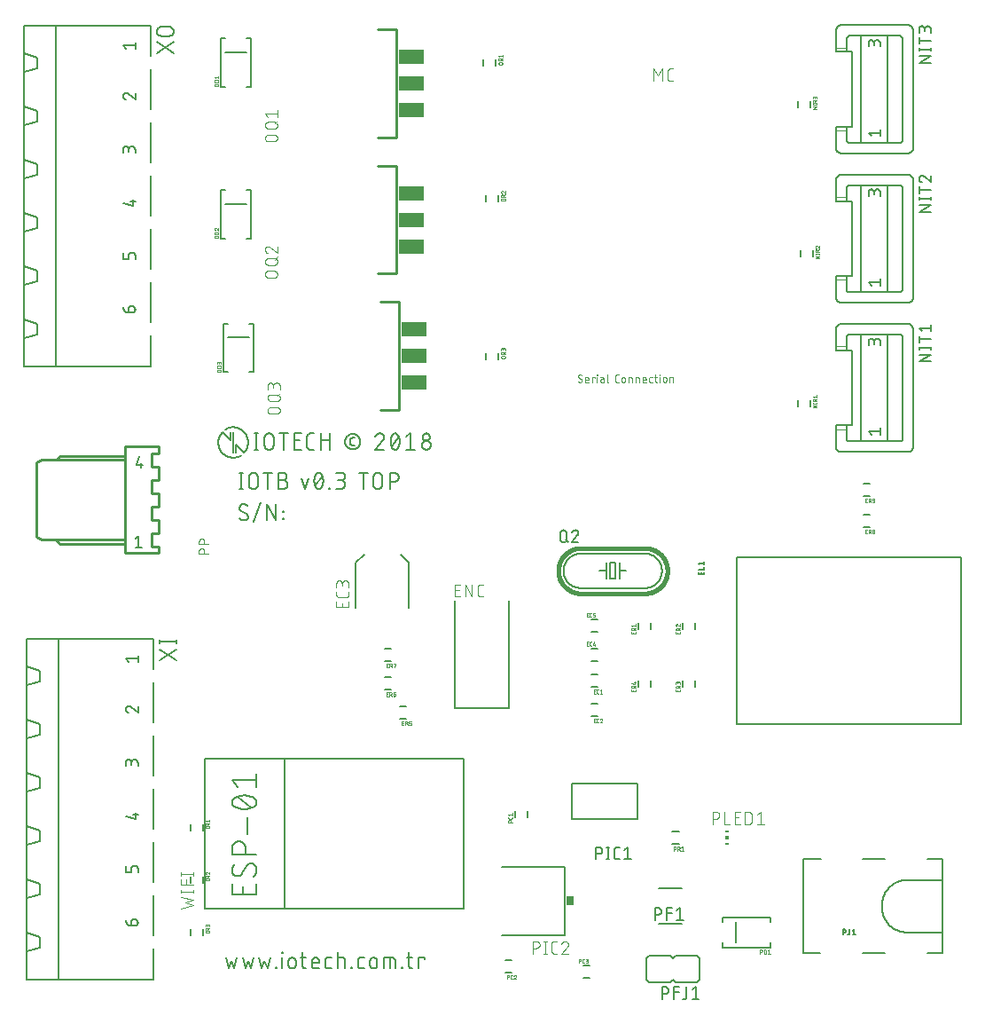
<source format=gbr>
G04 EAGLE Gerber RS-274X export*
G75*
%MOMM*%
%FSLAX34Y34*%
%LPD*%
%AMOC8*
5,1,8,0,0,1.08239X$1,22.5*%
G01*
%ADD10C,0.127000*%
%ADD11C,0.152400*%
%ADD12C,0.025400*%
%ADD13C,0.101600*%
%ADD14R,0.300000X0.150000*%
%ADD15R,0.300000X0.300000*%
%ADD16C,0.203200*%
%ADD17R,0.762000X0.863600*%
%ADD18C,0.254000*%
%ADD19R,2.489200X1.422400*%
%ADD20C,0.050800*%
%ADD21C,0.076200*%
%ADD22C,0.177800*%
%ADD23C,0.406400*%


D10*
X174857Y513629D02*
X174857Y498135D01*
X176578Y498135D02*
X173135Y498135D01*
X173135Y513629D02*
X176578Y513629D01*
X182445Y509325D02*
X182445Y502439D01*
X182445Y509325D02*
X182447Y509455D01*
X182453Y509585D01*
X182463Y509715D01*
X182476Y509844D01*
X182494Y509973D01*
X182515Y510101D01*
X182541Y510228D01*
X182570Y510355D01*
X182603Y510481D01*
X182640Y510605D01*
X182680Y510729D01*
X182725Y510851D01*
X182773Y510972D01*
X182824Y511091D01*
X182879Y511209D01*
X182938Y511325D01*
X183000Y511439D01*
X183066Y511552D01*
X183135Y511662D01*
X183207Y511770D01*
X183282Y511876D01*
X183361Y511979D01*
X183443Y512080D01*
X183527Y512179D01*
X183615Y512275D01*
X183706Y512368D01*
X183799Y512459D01*
X183895Y512547D01*
X183994Y512631D01*
X184095Y512713D01*
X184198Y512792D01*
X184304Y512867D01*
X184412Y512939D01*
X184522Y513008D01*
X184635Y513074D01*
X184749Y513136D01*
X184865Y513195D01*
X184983Y513250D01*
X185102Y513301D01*
X185223Y513349D01*
X185345Y513394D01*
X185469Y513434D01*
X185593Y513471D01*
X185719Y513504D01*
X185846Y513533D01*
X185973Y513559D01*
X186101Y513580D01*
X186230Y513598D01*
X186359Y513611D01*
X186489Y513621D01*
X186619Y513627D01*
X186749Y513629D01*
X186879Y513627D01*
X187009Y513621D01*
X187139Y513611D01*
X187268Y513598D01*
X187397Y513580D01*
X187525Y513559D01*
X187652Y513533D01*
X187779Y513504D01*
X187905Y513471D01*
X188029Y513434D01*
X188153Y513394D01*
X188275Y513349D01*
X188396Y513301D01*
X188515Y513250D01*
X188633Y513195D01*
X188749Y513136D01*
X188863Y513074D01*
X188976Y513008D01*
X189086Y512939D01*
X189194Y512867D01*
X189300Y512792D01*
X189403Y512713D01*
X189504Y512631D01*
X189603Y512547D01*
X189699Y512459D01*
X189792Y512368D01*
X189883Y512275D01*
X189971Y512179D01*
X190055Y512080D01*
X190137Y511979D01*
X190216Y511876D01*
X190291Y511770D01*
X190363Y511662D01*
X190432Y511552D01*
X190498Y511439D01*
X190560Y511325D01*
X190619Y511209D01*
X190674Y511091D01*
X190725Y510972D01*
X190773Y510851D01*
X190818Y510729D01*
X190858Y510605D01*
X190895Y510481D01*
X190928Y510355D01*
X190957Y510228D01*
X190983Y510101D01*
X191004Y509973D01*
X191022Y509844D01*
X191035Y509715D01*
X191045Y509585D01*
X191051Y509455D01*
X191053Y509325D01*
X191053Y502439D01*
X191051Y502309D01*
X191045Y502179D01*
X191035Y502049D01*
X191022Y501920D01*
X191004Y501791D01*
X190983Y501663D01*
X190957Y501536D01*
X190928Y501409D01*
X190895Y501283D01*
X190858Y501159D01*
X190818Y501035D01*
X190773Y500913D01*
X190725Y500792D01*
X190674Y500673D01*
X190619Y500555D01*
X190560Y500439D01*
X190498Y500325D01*
X190432Y500212D01*
X190363Y500102D01*
X190291Y499994D01*
X190216Y499888D01*
X190137Y499785D01*
X190055Y499684D01*
X189971Y499585D01*
X189883Y499489D01*
X189792Y499396D01*
X189699Y499305D01*
X189603Y499217D01*
X189504Y499133D01*
X189403Y499051D01*
X189300Y498972D01*
X189194Y498897D01*
X189086Y498825D01*
X188976Y498756D01*
X188863Y498690D01*
X188749Y498628D01*
X188633Y498569D01*
X188515Y498514D01*
X188396Y498463D01*
X188275Y498415D01*
X188153Y498370D01*
X188029Y498330D01*
X187905Y498293D01*
X187779Y498260D01*
X187652Y498231D01*
X187525Y498205D01*
X187397Y498184D01*
X187268Y498166D01*
X187139Y498153D01*
X187009Y498143D01*
X186879Y498137D01*
X186749Y498135D01*
X186619Y498137D01*
X186489Y498143D01*
X186359Y498153D01*
X186230Y498166D01*
X186101Y498184D01*
X185973Y498205D01*
X185846Y498231D01*
X185719Y498260D01*
X185593Y498293D01*
X185469Y498330D01*
X185345Y498370D01*
X185223Y498415D01*
X185102Y498463D01*
X184983Y498514D01*
X184865Y498569D01*
X184749Y498628D01*
X184635Y498690D01*
X184522Y498756D01*
X184412Y498825D01*
X184304Y498897D01*
X184198Y498972D01*
X184095Y499051D01*
X183994Y499133D01*
X183895Y499217D01*
X183799Y499305D01*
X183706Y499396D01*
X183615Y499489D01*
X183527Y499585D01*
X183443Y499684D01*
X183361Y499785D01*
X183282Y499888D01*
X183207Y499994D01*
X183135Y500102D01*
X183066Y500212D01*
X183000Y500325D01*
X182938Y500439D01*
X182879Y500555D01*
X182824Y500673D01*
X182773Y500792D01*
X182725Y500913D01*
X182680Y501035D01*
X182640Y501159D01*
X182603Y501283D01*
X182570Y501409D01*
X182541Y501536D01*
X182515Y501663D01*
X182494Y501791D01*
X182476Y501920D01*
X182463Y502049D01*
X182453Y502179D01*
X182447Y502309D01*
X182445Y502439D01*
X200624Y498135D02*
X200624Y513629D01*
X196320Y513629D02*
X204928Y513629D01*
X210887Y506743D02*
X215191Y506743D01*
X215321Y506741D01*
X215451Y506735D01*
X215581Y506725D01*
X215710Y506712D01*
X215839Y506694D01*
X215967Y506673D01*
X216094Y506647D01*
X216221Y506618D01*
X216347Y506585D01*
X216471Y506548D01*
X216595Y506508D01*
X216717Y506463D01*
X216838Y506415D01*
X216957Y506364D01*
X217075Y506309D01*
X217191Y506250D01*
X217305Y506188D01*
X217418Y506122D01*
X217528Y506053D01*
X217636Y505981D01*
X217742Y505906D01*
X217845Y505827D01*
X217946Y505745D01*
X218045Y505661D01*
X218141Y505573D01*
X218234Y505482D01*
X218325Y505389D01*
X218413Y505293D01*
X218497Y505194D01*
X218579Y505093D01*
X218658Y504990D01*
X218733Y504884D01*
X218805Y504776D01*
X218874Y504666D01*
X218940Y504553D01*
X219002Y504439D01*
X219061Y504323D01*
X219116Y504205D01*
X219167Y504086D01*
X219215Y503965D01*
X219260Y503843D01*
X219300Y503719D01*
X219337Y503595D01*
X219370Y503469D01*
X219399Y503342D01*
X219425Y503215D01*
X219446Y503087D01*
X219464Y502958D01*
X219477Y502829D01*
X219487Y502699D01*
X219493Y502569D01*
X219495Y502439D01*
X219493Y502309D01*
X219487Y502179D01*
X219477Y502049D01*
X219464Y501920D01*
X219446Y501791D01*
X219425Y501663D01*
X219399Y501536D01*
X219370Y501409D01*
X219337Y501283D01*
X219300Y501159D01*
X219260Y501035D01*
X219215Y500913D01*
X219167Y500792D01*
X219116Y500673D01*
X219061Y500555D01*
X219002Y500439D01*
X218940Y500325D01*
X218874Y500212D01*
X218805Y500102D01*
X218733Y499994D01*
X218658Y499888D01*
X218579Y499785D01*
X218497Y499684D01*
X218413Y499585D01*
X218325Y499489D01*
X218234Y499396D01*
X218141Y499305D01*
X218045Y499217D01*
X217946Y499133D01*
X217845Y499051D01*
X217742Y498972D01*
X217636Y498897D01*
X217528Y498825D01*
X217418Y498756D01*
X217305Y498690D01*
X217191Y498628D01*
X217075Y498569D01*
X216957Y498514D01*
X216838Y498463D01*
X216717Y498415D01*
X216595Y498370D01*
X216471Y498330D01*
X216347Y498293D01*
X216221Y498260D01*
X216094Y498231D01*
X215967Y498205D01*
X215839Y498184D01*
X215710Y498166D01*
X215581Y498153D01*
X215451Y498143D01*
X215321Y498137D01*
X215191Y498135D01*
X210887Y498135D01*
X210887Y513629D01*
X215191Y513629D01*
X215307Y513627D01*
X215423Y513621D01*
X215539Y513611D01*
X215655Y513598D01*
X215770Y513580D01*
X215884Y513559D01*
X215998Y513533D01*
X216110Y513504D01*
X216222Y513471D01*
X216332Y513434D01*
X216441Y513394D01*
X216549Y513350D01*
X216655Y513302D01*
X216759Y513251D01*
X216862Y513196D01*
X216963Y513138D01*
X217061Y513077D01*
X217158Y513012D01*
X217252Y512944D01*
X217344Y512873D01*
X217434Y512798D01*
X217521Y512721D01*
X217605Y512641D01*
X217686Y512558D01*
X217765Y512472D01*
X217841Y512384D01*
X217914Y512293D01*
X217983Y512200D01*
X218050Y512105D01*
X218113Y512007D01*
X218173Y511908D01*
X218229Y511806D01*
X218282Y511702D01*
X218332Y511597D01*
X218377Y511490D01*
X218420Y511382D01*
X218458Y511272D01*
X218493Y511161D01*
X218524Y511049D01*
X218551Y510936D01*
X218575Y510822D01*
X218594Y510707D01*
X218610Y510592D01*
X218622Y510476D01*
X218630Y510360D01*
X218634Y510244D01*
X218634Y510128D01*
X218630Y510012D01*
X218622Y509896D01*
X218610Y509780D01*
X218594Y509665D01*
X218575Y509550D01*
X218551Y509436D01*
X218524Y509323D01*
X218493Y509211D01*
X218458Y509100D01*
X218420Y508990D01*
X218377Y508882D01*
X218332Y508775D01*
X218282Y508670D01*
X218229Y508566D01*
X218173Y508465D01*
X218113Y508365D01*
X218050Y508267D01*
X217983Y508172D01*
X217914Y508079D01*
X217841Y507988D01*
X217765Y507900D01*
X217686Y507814D01*
X217605Y507731D01*
X217521Y507651D01*
X217434Y507574D01*
X217344Y507499D01*
X217252Y507428D01*
X217158Y507360D01*
X217061Y507295D01*
X216963Y507234D01*
X216862Y507176D01*
X216759Y507121D01*
X216655Y507070D01*
X216549Y507022D01*
X216441Y506978D01*
X216332Y506938D01*
X216222Y506901D01*
X216110Y506868D01*
X215998Y506839D01*
X215884Y506813D01*
X215770Y506792D01*
X215655Y506774D01*
X215539Y506761D01*
X215423Y506751D01*
X215307Y506745D01*
X215191Y506743D01*
X232363Y508464D02*
X235806Y498135D01*
X239249Y508464D01*
X244882Y505882D02*
X244886Y506187D01*
X244897Y506491D01*
X244915Y506796D01*
X244940Y507099D01*
X244973Y507402D01*
X245013Y507705D01*
X245060Y508006D01*
X245114Y508306D01*
X245176Y508604D01*
X245244Y508901D01*
X245320Y509197D01*
X245402Y509490D01*
X245492Y509781D01*
X245589Y510070D01*
X245692Y510357D01*
X245802Y510641D01*
X245919Y510923D01*
X246043Y511201D01*
X246173Y511477D01*
X246172Y511477D02*
X246210Y511580D01*
X246250Y511682D01*
X246295Y511782D01*
X246343Y511881D01*
X246394Y511978D01*
X246448Y512073D01*
X246506Y512167D01*
X246567Y512258D01*
X246631Y512347D01*
X246698Y512434D01*
X246768Y512518D01*
X246841Y512601D01*
X246917Y512680D01*
X246995Y512757D01*
X247076Y512831D01*
X247160Y512902D01*
X247246Y512970D01*
X247334Y513036D01*
X247424Y513098D01*
X247517Y513157D01*
X247611Y513213D01*
X247707Y513266D01*
X247805Y513315D01*
X247905Y513361D01*
X248006Y513403D01*
X248109Y513442D01*
X248213Y513477D01*
X248318Y513509D01*
X248424Y513537D01*
X248531Y513561D01*
X248639Y513582D01*
X248747Y513599D01*
X248856Y513612D01*
X248966Y513621D01*
X249075Y513627D01*
X249185Y513629D01*
X249295Y513627D01*
X249404Y513621D01*
X249514Y513612D01*
X249623Y513599D01*
X249731Y513582D01*
X249839Y513561D01*
X249946Y513537D01*
X250052Y513509D01*
X250157Y513477D01*
X250261Y513442D01*
X250364Y513403D01*
X250465Y513361D01*
X250565Y513315D01*
X250663Y513266D01*
X250759Y513213D01*
X250853Y513157D01*
X250946Y513098D01*
X251036Y513036D01*
X251124Y512970D01*
X251210Y512902D01*
X251294Y512831D01*
X251375Y512757D01*
X251453Y512680D01*
X251529Y512600D01*
X251602Y512518D01*
X251672Y512434D01*
X251739Y512347D01*
X251803Y512258D01*
X251864Y512167D01*
X251922Y512073D01*
X251976Y511978D01*
X252027Y511881D01*
X252075Y511782D01*
X252120Y511682D01*
X252160Y511580D01*
X252198Y511477D01*
X252328Y511201D01*
X252452Y510923D01*
X252569Y510641D01*
X252679Y510357D01*
X252782Y510070D01*
X252879Y509781D01*
X252969Y509490D01*
X253051Y509197D01*
X253127Y508901D01*
X253195Y508604D01*
X253257Y508306D01*
X253311Y508006D01*
X253358Y507705D01*
X253398Y507402D01*
X253431Y507099D01*
X253456Y506796D01*
X253474Y506491D01*
X253485Y506187D01*
X253489Y505882D01*
X244882Y505882D02*
X244886Y505577D01*
X244897Y505273D01*
X244915Y504968D01*
X244940Y504665D01*
X244973Y504362D01*
X245013Y504059D01*
X245060Y503758D01*
X245114Y503458D01*
X245176Y503160D01*
X245244Y502863D01*
X245320Y502567D01*
X245402Y502274D01*
X245492Y501983D01*
X245589Y501694D01*
X245692Y501407D01*
X245802Y501123D01*
X245919Y500841D01*
X246043Y500563D01*
X246173Y500287D01*
X246172Y500287D02*
X246210Y500184D01*
X246250Y500082D01*
X246295Y499982D01*
X246343Y499883D01*
X246394Y499786D01*
X246448Y499691D01*
X246506Y499597D01*
X246567Y499506D01*
X246631Y499417D01*
X246698Y499330D01*
X246768Y499245D01*
X246841Y499163D01*
X246917Y499084D01*
X246995Y499007D01*
X247076Y498933D01*
X247160Y498862D01*
X247246Y498794D01*
X247334Y498728D01*
X247424Y498666D01*
X247517Y498607D01*
X247611Y498551D01*
X247707Y498498D01*
X247806Y498449D01*
X247905Y498403D01*
X248006Y498361D01*
X248109Y498322D01*
X248213Y498287D01*
X248318Y498255D01*
X248424Y498227D01*
X248531Y498203D01*
X248639Y498182D01*
X248747Y498165D01*
X248856Y498152D01*
X248966Y498143D01*
X249075Y498137D01*
X249185Y498135D01*
X252198Y500287D02*
X252328Y500563D01*
X252452Y500841D01*
X252569Y501123D01*
X252679Y501407D01*
X252782Y501694D01*
X252879Y501983D01*
X252969Y502274D01*
X253051Y502567D01*
X253127Y502863D01*
X253195Y503160D01*
X253257Y503458D01*
X253311Y503758D01*
X253358Y504059D01*
X253398Y504362D01*
X253431Y504665D01*
X253456Y504968D01*
X253474Y505273D01*
X253485Y505577D01*
X253489Y505882D01*
X252198Y500287D02*
X252160Y500184D01*
X252120Y500082D01*
X252075Y499982D01*
X252027Y499883D01*
X251976Y499786D01*
X251922Y499691D01*
X251864Y499597D01*
X251803Y499506D01*
X251739Y499417D01*
X251672Y499330D01*
X251602Y499246D01*
X251529Y499163D01*
X251453Y499084D01*
X251375Y499007D01*
X251294Y498933D01*
X251210Y498862D01*
X251124Y498794D01*
X251036Y498728D01*
X250946Y498666D01*
X250853Y498607D01*
X250759Y498551D01*
X250663Y498498D01*
X250565Y498449D01*
X250465Y498403D01*
X250364Y498361D01*
X250261Y498322D01*
X250157Y498287D01*
X250052Y498255D01*
X249946Y498227D01*
X249839Y498203D01*
X249731Y498182D01*
X249623Y498165D01*
X249514Y498152D01*
X249404Y498143D01*
X249295Y498137D01*
X249185Y498135D01*
X245742Y501578D02*
X252629Y510186D01*
X259161Y498996D02*
X259161Y498135D01*
X259161Y498996D02*
X260022Y498996D01*
X260022Y498135D01*
X259161Y498135D01*
X265694Y498135D02*
X269997Y498135D01*
X270127Y498137D01*
X270257Y498143D01*
X270387Y498153D01*
X270516Y498166D01*
X270645Y498184D01*
X270773Y498205D01*
X270900Y498231D01*
X271027Y498260D01*
X271153Y498293D01*
X271277Y498330D01*
X271401Y498370D01*
X271523Y498415D01*
X271644Y498463D01*
X271763Y498514D01*
X271881Y498569D01*
X271997Y498628D01*
X272111Y498690D01*
X272224Y498756D01*
X272334Y498825D01*
X272442Y498897D01*
X272548Y498972D01*
X272651Y499051D01*
X272752Y499133D01*
X272851Y499217D01*
X272947Y499305D01*
X273040Y499396D01*
X273131Y499489D01*
X273219Y499585D01*
X273303Y499684D01*
X273385Y499785D01*
X273464Y499888D01*
X273539Y499994D01*
X273611Y500102D01*
X273680Y500212D01*
X273746Y500325D01*
X273808Y500439D01*
X273867Y500555D01*
X273922Y500673D01*
X273973Y500792D01*
X274021Y500913D01*
X274066Y501035D01*
X274106Y501159D01*
X274143Y501283D01*
X274176Y501409D01*
X274205Y501536D01*
X274231Y501663D01*
X274252Y501791D01*
X274270Y501920D01*
X274283Y502049D01*
X274293Y502179D01*
X274299Y502309D01*
X274301Y502439D01*
X274299Y502569D01*
X274293Y502699D01*
X274283Y502829D01*
X274270Y502958D01*
X274252Y503087D01*
X274231Y503215D01*
X274205Y503342D01*
X274176Y503469D01*
X274143Y503595D01*
X274106Y503719D01*
X274066Y503843D01*
X274021Y503965D01*
X273973Y504086D01*
X273922Y504205D01*
X273867Y504323D01*
X273808Y504439D01*
X273746Y504553D01*
X273680Y504666D01*
X273611Y504776D01*
X273539Y504884D01*
X273464Y504990D01*
X273385Y505093D01*
X273303Y505194D01*
X273219Y505293D01*
X273131Y505389D01*
X273040Y505482D01*
X272947Y505573D01*
X272851Y505661D01*
X272752Y505745D01*
X272651Y505827D01*
X272548Y505906D01*
X272442Y505981D01*
X272334Y506053D01*
X272224Y506122D01*
X272111Y506188D01*
X271997Y506250D01*
X271881Y506309D01*
X271763Y506364D01*
X271644Y506415D01*
X271523Y506463D01*
X271401Y506508D01*
X271277Y506548D01*
X271153Y506585D01*
X271027Y506618D01*
X270900Y506647D01*
X270773Y506673D01*
X270645Y506694D01*
X270516Y506712D01*
X270387Y506725D01*
X270257Y506735D01*
X270127Y506741D01*
X269997Y506743D01*
X270858Y513629D02*
X265694Y513629D01*
X270858Y513629D02*
X270974Y513627D01*
X271090Y513621D01*
X271206Y513611D01*
X271322Y513598D01*
X271437Y513580D01*
X271551Y513559D01*
X271665Y513533D01*
X271777Y513504D01*
X271889Y513471D01*
X271999Y513434D01*
X272108Y513394D01*
X272216Y513350D01*
X272322Y513302D01*
X272426Y513251D01*
X272529Y513196D01*
X272630Y513138D01*
X272728Y513077D01*
X272825Y513012D01*
X272919Y512944D01*
X273011Y512873D01*
X273101Y512798D01*
X273188Y512721D01*
X273272Y512641D01*
X273353Y512558D01*
X273432Y512472D01*
X273508Y512384D01*
X273581Y512293D01*
X273650Y512200D01*
X273717Y512105D01*
X273780Y512007D01*
X273840Y511908D01*
X273896Y511806D01*
X273949Y511702D01*
X273999Y511597D01*
X274044Y511490D01*
X274087Y511382D01*
X274125Y511272D01*
X274160Y511161D01*
X274191Y511049D01*
X274218Y510936D01*
X274242Y510822D01*
X274261Y510707D01*
X274277Y510592D01*
X274289Y510476D01*
X274297Y510360D01*
X274301Y510244D01*
X274301Y510128D01*
X274297Y510012D01*
X274289Y509896D01*
X274277Y509780D01*
X274261Y509665D01*
X274242Y509550D01*
X274218Y509436D01*
X274191Y509323D01*
X274160Y509211D01*
X274125Y509100D01*
X274087Y508990D01*
X274044Y508882D01*
X273999Y508775D01*
X273949Y508670D01*
X273896Y508566D01*
X273840Y508465D01*
X273780Y508365D01*
X273717Y508267D01*
X273650Y508172D01*
X273581Y508079D01*
X273508Y507988D01*
X273432Y507900D01*
X273353Y507814D01*
X273272Y507731D01*
X273188Y507651D01*
X273101Y507574D01*
X273011Y507499D01*
X272919Y507428D01*
X272825Y507360D01*
X272728Y507295D01*
X272630Y507234D01*
X272529Y507176D01*
X272426Y507121D01*
X272322Y507070D01*
X272216Y507022D01*
X272108Y506978D01*
X271999Y506938D01*
X271889Y506901D01*
X271777Y506868D01*
X271665Y506839D01*
X271551Y506813D01*
X271437Y506792D01*
X271322Y506774D01*
X271206Y506761D01*
X271090Y506751D01*
X270974Y506745D01*
X270858Y506743D01*
X267415Y506743D01*
X291801Y513629D02*
X291801Y498135D01*
X287497Y513629D02*
X296104Y513629D01*
X301371Y509325D02*
X301371Y502439D01*
X301371Y509325D02*
X301373Y509455D01*
X301379Y509585D01*
X301389Y509715D01*
X301402Y509844D01*
X301420Y509973D01*
X301441Y510101D01*
X301467Y510228D01*
X301496Y510355D01*
X301529Y510481D01*
X301566Y510605D01*
X301606Y510729D01*
X301651Y510851D01*
X301699Y510972D01*
X301750Y511091D01*
X301805Y511209D01*
X301864Y511325D01*
X301926Y511439D01*
X301992Y511552D01*
X302061Y511662D01*
X302133Y511770D01*
X302208Y511876D01*
X302287Y511979D01*
X302369Y512080D01*
X302453Y512179D01*
X302541Y512275D01*
X302632Y512368D01*
X302725Y512459D01*
X302821Y512547D01*
X302920Y512631D01*
X303021Y512713D01*
X303124Y512792D01*
X303230Y512867D01*
X303338Y512939D01*
X303448Y513008D01*
X303561Y513074D01*
X303675Y513136D01*
X303791Y513195D01*
X303909Y513250D01*
X304028Y513301D01*
X304149Y513349D01*
X304271Y513394D01*
X304395Y513434D01*
X304519Y513471D01*
X304645Y513504D01*
X304772Y513533D01*
X304899Y513559D01*
X305027Y513580D01*
X305156Y513598D01*
X305285Y513611D01*
X305415Y513621D01*
X305545Y513627D01*
X305675Y513629D01*
X305805Y513627D01*
X305935Y513621D01*
X306065Y513611D01*
X306194Y513598D01*
X306323Y513580D01*
X306451Y513559D01*
X306578Y513533D01*
X306705Y513504D01*
X306831Y513471D01*
X306955Y513434D01*
X307079Y513394D01*
X307201Y513349D01*
X307322Y513301D01*
X307441Y513250D01*
X307559Y513195D01*
X307675Y513136D01*
X307789Y513074D01*
X307902Y513008D01*
X308012Y512939D01*
X308120Y512867D01*
X308226Y512792D01*
X308329Y512713D01*
X308430Y512631D01*
X308529Y512547D01*
X308625Y512459D01*
X308718Y512368D01*
X308809Y512275D01*
X308897Y512179D01*
X308981Y512080D01*
X309063Y511979D01*
X309142Y511876D01*
X309217Y511770D01*
X309289Y511662D01*
X309358Y511552D01*
X309424Y511439D01*
X309486Y511325D01*
X309545Y511209D01*
X309600Y511091D01*
X309651Y510972D01*
X309699Y510851D01*
X309744Y510729D01*
X309784Y510605D01*
X309821Y510481D01*
X309854Y510355D01*
X309883Y510228D01*
X309909Y510101D01*
X309930Y509973D01*
X309948Y509844D01*
X309961Y509715D01*
X309971Y509585D01*
X309977Y509455D01*
X309979Y509325D01*
X309979Y502439D01*
X309977Y502309D01*
X309971Y502179D01*
X309961Y502049D01*
X309948Y501920D01*
X309930Y501791D01*
X309909Y501663D01*
X309883Y501536D01*
X309854Y501409D01*
X309821Y501283D01*
X309784Y501159D01*
X309744Y501035D01*
X309699Y500913D01*
X309651Y500792D01*
X309600Y500673D01*
X309545Y500555D01*
X309486Y500439D01*
X309424Y500325D01*
X309358Y500212D01*
X309289Y500102D01*
X309217Y499994D01*
X309142Y499888D01*
X309063Y499785D01*
X308981Y499684D01*
X308897Y499585D01*
X308809Y499489D01*
X308718Y499396D01*
X308625Y499305D01*
X308529Y499217D01*
X308430Y499133D01*
X308329Y499051D01*
X308226Y498972D01*
X308120Y498897D01*
X308012Y498825D01*
X307902Y498756D01*
X307789Y498690D01*
X307675Y498628D01*
X307559Y498569D01*
X307441Y498514D01*
X307322Y498463D01*
X307201Y498415D01*
X307079Y498370D01*
X306955Y498330D01*
X306831Y498293D01*
X306705Y498260D01*
X306578Y498231D01*
X306451Y498205D01*
X306323Y498184D01*
X306194Y498166D01*
X306065Y498153D01*
X305935Y498143D01*
X305805Y498137D01*
X305675Y498135D01*
X305545Y498137D01*
X305415Y498143D01*
X305285Y498153D01*
X305156Y498166D01*
X305027Y498184D01*
X304899Y498205D01*
X304772Y498231D01*
X304645Y498260D01*
X304519Y498293D01*
X304395Y498330D01*
X304271Y498370D01*
X304149Y498415D01*
X304028Y498463D01*
X303909Y498514D01*
X303791Y498569D01*
X303675Y498628D01*
X303561Y498690D01*
X303448Y498756D01*
X303338Y498825D01*
X303230Y498897D01*
X303124Y498972D01*
X303021Y499051D01*
X302920Y499133D01*
X302821Y499217D01*
X302725Y499305D01*
X302632Y499396D01*
X302541Y499489D01*
X302453Y499585D01*
X302369Y499684D01*
X302287Y499785D01*
X302208Y499888D01*
X302133Y499994D01*
X302061Y500102D01*
X301992Y500212D01*
X301926Y500325D01*
X301864Y500439D01*
X301805Y500555D01*
X301750Y500673D01*
X301699Y500792D01*
X301651Y500913D01*
X301606Y501035D01*
X301566Y501159D01*
X301529Y501283D01*
X301496Y501409D01*
X301467Y501536D01*
X301441Y501663D01*
X301420Y501791D01*
X301402Y501920D01*
X301389Y502049D01*
X301379Y502179D01*
X301373Y502309D01*
X301371Y502439D01*
X316930Y498135D02*
X316930Y513629D01*
X321233Y513629D01*
X321363Y513627D01*
X321493Y513621D01*
X321623Y513611D01*
X321752Y513598D01*
X321881Y513580D01*
X322009Y513559D01*
X322136Y513533D01*
X322263Y513504D01*
X322389Y513471D01*
X322513Y513434D01*
X322637Y513394D01*
X322759Y513349D01*
X322880Y513301D01*
X322999Y513250D01*
X323117Y513195D01*
X323233Y513136D01*
X323347Y513074D01*
X323460Y513008D01*
X323570Y512939D01*
X323678Y512867D01*
X323784Y512792D01*
X323887Y512713D01*
X323988Y512631D01*
X324087Y512547D01*
X324183Y512459D01*
X324276Y512368D01*
X324367Y512275D01*
X324455Y512179D01*
X324539Y512080D01*
X324621Y511979D01*
X324700Y511876D01*
X324775Y511770D01*
X324847Y511662D01*
X324916Y511552D01*
X324982Y511439D01*
X325044Y511325D01*
X325103Y511209D01*
X325158Y511091D01*
X325209Y510972D01*
X325257Y510851D01*
X325302Y510729D01*
X325342Y510605D01*
X325379Y510481D01*
X325412Y510355D01*
X325441Y510228D01*
X325467Y510101D01*
X325488Y509973D01*
X325506Y509844D01*
X325519Y509715D01*
X325529Y509585D01*
X325535Y509455D01*
X325537Y509325D01*
X325535Y509195D01*
X325529Y509065D01*
X325519Y508935D01*
X325506Y508806D01*
X325488Y508677D01*
X325467Y508549D01*
X325441Y508422D01*
X325412Y508295D01*
X325379Y508169D01*
X325342Y508045D01*
X325302Y507921D01*
X325257Y507799D01*
X325209Y507678D01*
X325158Y507559D01*
X325103Y507441D01*
X325044Y507325D01*
X324982Y507211D01*
X324916Y507098D01*
X324847Y506988D01*
X324775Y506880D01*
X324700Y506774D01*
X324621Y506671D01*
X324539Y506570D01*
X324455Y506471D01*
X324367Y506375D01*
X324276Y506282D01*
X324183Y506191D01*
X324087Y506103D01*
X323988Y506019D01*
X323887Y505937D01*
X323784Y505858D01*
X323678Y505783D01*
X323570Y505711D01*
X323460Y505642D01*
X323347Y505576D01*
X323233Y505514D01*
X323117Y505455D01*
X322999Y505400D01*
X322880Y505349D01*
X322759Y505301D01*
X322637Y505256D01*
X322513Y505216D01*
X322389Y505179D01*
X322263Y505146D01*
X322136Y505117D01*
X322009Y505091D01*
X321881Y505070D01*
X321752Y505052D01*
X321623Y505039D01*
X321493Y505029D01*
X321363Y505023D01*
X321233Y505021D01*
X316930Y505021D01*
X189857Y535635D02*
X189857Y551129D01*
X188135Y535635D02*
X191578Y535635D01*
X191578Y551129D02*
X188135Y551129D01*
X197445Y546825D02*
X197445Y539939D01*
X197445Y546825D02*
X197447Y546955D01*
X197453Y547085D01*
X197463Y547215D01*
X197476Y547344D01*
X197494Y547473D01*
X197515Y547601D01*
X197541Y547728D01*
X197570Y547855D01*
X197603Y547981D01*
X197640Y548105D01*
X197680Y548229D01*
X197725Y548351D01*
X197773Y548472D01*
X197824Y548591D01*
X197879Y548709D01*
X197938Y548825D01*
X198000Y548939D01*
X198066Y549052D01*
X198135Y549162D01*
X198207Y549270D01*
X198282Y549376D01*
X198361Y549479D01*
X198443Y549580D01*
X198527Y549679D01*
X198615Y549775D01*
X198706Y549868D01*
X198799Y549959D01*
X198895Y550047D01*
X198994Y550131D01*
X199095Y550213D01*
X199198Y550292D01*
X199304Y550367D01*
X199412Y550439D01*
X199522Y550508D01*
X199635Y550574D01*
X199749Y550636D01*
X199865Y550695D01*
X199983Y550750D01*
X200102Y550801D01*
X200223Y550849D01*
X200345Y550894D01*
X200469Y550934D01*
X200593Y550971D01*
X200719Y551004D01*
X200846Y551033D01*
X200973Y551059D01*
X201101Y551080D01*
X201230Y551098D01*
X201359Y551111D01*
X201489Y551121D01*
X201619Y551127D01*
X201749Y551129D01*
X201879Y551127D01*
X202009Y551121D01*
X202139Y551111D01*
X202268Y551098D01*
X202397Y551080D01*
X202525Y551059D01*
X202652Y551033D01*
X202779Y551004D01*
X202905Y550971D01*
X203029Y550934D01*
X203153Y550894D01*
X203275Y550849D01*
X203396Y550801D01*
X203515Y550750D01*
X203633Y550695D01*
X203749Y550636D01*
X203863Y550574D01*
X203976Y550508D01*
X204086Y550439D01*
X204194Y550367D01*
X204300Y550292D01*
X204403Y550213D01*
X204504Y550131D01*
X204603Y550047D01*
X204699Y549959D01*
X204792Y549868D01*
X204883Y549775D01*
X204971Y549679D01*
X205055Y549580D01*
X205137Y549479D01*
X205216Y549376D01*
X205291Y549270D01*
X205363Y549162D01*
X205432Y549052D01*
X205498Y548939D01*
X205560Y548825D01*
X205619Y548709D01*
X205674Y548591D01*
X205725Y548472D01*
X205773Y548351D01*
X205818Y548229D01*
X205858Y548105D01*
X205895Y547981D01*
X205928Y547855D01*
X205957Y547728D01*
X205983Y547601D01*
X206004Y547473D01*
X206022Y547344D01*
X206035Y547215D01*
X206045Y547085D01*
X206051Y546955D01*
X206053Y546825D01*
X206053Y539939D01*
X206051Y539809D01*
X206045Y539679D01*
X206035Y539549D01*
X206022Y539420D01*
X206004Y539291D01*
X205983Y539163D01*
X205957Y539036D01*
X205928Y538909D01*
X205895Y538783D01*
X205858Y538659D01*
X205818Y538535D01*
X205773Y538413D01*
X205725Y538292D01*
X205674Y538173D01*
X205619Y538055D01*
X205560Y537939D01*
X205498Y537825D01*
X205432Y537712D01*
X205363Y537602D01*
X205291Y537494D01*
X205216Y537388D01*
X205137Y537285D01*
X205055Y537184D01*
X204971Y537085D01*
X204883Y536989D01*
X204792Y536896D01*
X204699Y536805D01*
X204603Y536717D01*
X204504Y536633D01*
X204403Y536551D01*
X204300Y536472D01*
X204194Y536397D01*
X204086Y536325D01*
X203976Y536256D01*
X203863Y536190D01*
X203749Y536128D01*
X203633Y536069D01*
X203515Y536014D01*
X203396Y535963D01*
X203275Y535915D01*
X203153Y535870D01*
X203029Y535830D01*
X202905Y535793D01*
X202779Y535760D01*
X202652Y535731D01*
X202525Y535705D01*
X202397Y535684D01*
X202268Y535666D01*
X202139Y535653D01*
X202009Y535643D01*
X201879Y535637D01*
X201749Y535635D01*
X201619Y535637D01*
X201489Y535643D01*
X201359Y535653D01*
X201230Y535666D01*
X201101Y535684D01*
X200973Y535705D01*
X200846Y535731D01*
X200719Y535760D01*
X200593Y535793D01*
X200469Y535830D01*
X200345Y535870D01*
X200223Y535915D01*
X200102Y535963D01*
X199983Y536014D01*
X199865Y536069D01*
X199749Y536128D01*
X199635Y536190D01*
X199522Y536256D01*
X199412Y536325D01*
X199304Y536397D01*
X199198Y536472D01*
X199095Y536551D01*
X198994Y536633D01*
X198895Y536717D01*
X198799Y536805D01*
X198706Y536896D01*
X198615Y536989D01*
X198527Y537085D01*
X198443Y537184D01*
X198361Y537285D01*
X198282Y537388D01*
X198207Y537494D01*
X198135Y537602D01*
X198066Y537712D01*
X198000Y537825D01*
X197938Y537939D01*
X197879Y538055D01*
X197824Y538173D01*
X197773Y538292D01*
X197725Y538413D01*
X197680Y538535D01*
X197640Y538659D01*
X197603Y538783D01*
X197570Y538909D01*
X197541Y539036D01*
X197515Y539163D01*
X197494Y539291D01*
X197476Y539420D01*
X197463Y539549D01*
X197453Y539679D01*
X197447Y539809D01*
X197445Y539939D01*
X215624Y535635D02*
X215624Y551129D01*
X211320Y551129D02*
X219928Y551129D01*
X225718Y535635D02*
X232604Y535635D01*
X225718Y535635D02*
X225718Y551129D01*
X232604Y551129D01*
X230882Y544243D02*
X225718Y544243D01*
X241484Y535635D02*
X244927Y535635D01*
X241484Y535635D02*
X241369Y535637D01*
X241254Y535643D01*
X241139Y535652D01*
X241025Y535666D01*
X240911Y535683D01*
X240798Y535704D01*
X240686Y535729D01*
X240574Y535757D01*
X240464Y535790D01*
X240355Y535826D01*
X240247Y535865D01*
X240140Y535908D01*
X240035Y535955D01*
X239931Y536005D01*
X239829Y536059D01*
X239729Y536116D01*
X239631Y536176D01*
X239535Y536239D01*
X239442Y536306D01*
X239350Y536376D01*
X239261Y536449D01*
X239174Y536524D01*
X239090Y536603D01*
X239009Y536684D01*
X238930Y536768D01*
X238855Y536855D01*
X238782Y536944D01*
X238712Y537036D01*
X238645Y537129D01*
X238582Y537225D01*
X238522Y537323D01*
X238465Y537423D01*
X238411Y537525D01*
X238361Y537629D01*
X238314Y537734D01*
X238271Y537841D01*
X238232Y537949D01*
X238196Y538058D01*
X238163Y538168D01*
X238135Y538280D01*
X238110Y538392D01*
X238089Y538505D01*
X238072Y538619D01*
X238058Y538733D01*
X238049Y538848D01*
X238043Y538963D01*
X238041Y539078D01*
X238041Y547686D01*
X238043Y547801D01*
X238049Y547916D01*
X238058Y548031D01*
X238072Y548145D01*
X238089Y548259D01*
X238110Y548372D01*
X238135Y548484D01*
X238163Y548596D01*
X238196Y548706D01*
X238232Y548815D01*
X238271Y548923D01*
X238314Y549030D01*
X238361Y549135D01*
X238411Y549239D01*
X238465Y549341D01*
X238522Y549441D01*
X238582Y549539D01*
X238645Y549635D01*
X238712Y549728D01*
X238782Y549820D01*
X238855Y549909D01*
X238930Y549996D01*
X239009Y550080D01*
X239090Y550161D01*
X239174Y550239D01*
X239261Y550315D01*
X239350Y550388D01*
X239442Y550458D01*
X239535Y550525D01*
X239631Y550588D01*
X239729Y550648D01*
X239829Y550705D01*
X239931Y550759D01*
X240035Y550809D01*
X240140Y550856D01*
X240247Y550899D01*
X240355Y550938D01*
X240464Y550974D01*
X240574Y551007D01*
X240686Y551035D01*
X240798Y551060D01*
X240911Y551081D01*
X241025Y551098D01*
X241139Y551112D01*
X241254Y551121D01*
X241369Y551127D01*
X241484Y551129D01*
X244927Y551129D01*
X250962Y551129D02*
X250962Y535635D01*
X250962Y544243D02*
X259570Y544243D01*
X259570Y551129D02*
X259570Y535635D01*
X274212Y543382D02*
X274214Y543560D01*
X274221Y543738D01*
X274232Y543916D01*
X274247Y544094D01*
X274266Y544271D01*
X274290Y544447D01*
X274318Y544623D01*
X274350Y544799D01*
X274387Y544973D01*
X274428Y545146D01*
X274473Y545319D01*
X274522Y545490D01*
X274576Y545660D01*
X274633Y545829D01*
X274695Y545996D01*
X274760Y546162D01*
X274830Y546325D01*
X274904Y546488D01*
X274981Y546648D01*
X275063Y546807D01*
X275148Y546963D01*
X275237Y547117D01*
X275330Y547269D01*
X275427Y547419D01*
X275527Y547567D01*
X275630Y547712D01*
X275738Y547854D01*
X275848Y547994D01*
X275962Y548131D01*
X276080Y548265D01*
X276200Y548396D01*
X276324Y548524D01*
X276450Y548650D01*
X276580Y548772D01*
X276713Y548891D01*
X276849Y549006D01*
X276987Y549118D01*
X277128Y549227D01*
X277272Y549333D01*
X277418Y549435D01*
X277566Y549533D01*
X277717Y549628D01*
X277871Y549719D01*
X278026Y549806D01*
X278183Y549889D01*
X278343Y549969D01*
X278504Y550044D01*
X278667Y550116D01*
X278832Y550184D01*
X278999Y550248D01*
X279166Y550307D01*
X279336Y550363D01*
X279506Y550414D01*
X279678Y550461D01*
X279851Y550504D01*
X280025Y550543D01*
X280200Y550577D01*
X280376Y550608D01*
X280552Y550633D01*
X280729Y550655D01*
X280906Y550672D01*
X281084Y550685D01*
X281262Y550694D01*
X281440Y550698D01*
X281618Y550698D01*
X281796Y550694D01*
X281974Y550685D01*
X282152Y550672D01*
X282329Y550655D01*
X282506Y550633D01*
X282682Y550608D01*
X282858Y550577D01*
X283033Y550543D01*
X283207Y550504D01*
X283380Y550461D01*
X283552Y550414D01*
X283722Y550363D01*
X283892Y550307D01*
X284059Y550248D01*
X284226Y550184D01*
X284391Y550116D01*
X284554Y550044D01*
X284715Y549969D01*
X284875Y549889D01*
X285032Y549806D01*
X285188Y549719D01*
X285341Y549628D01*
X285492Y549533D01*
X285640Y549435D01*
X285786Y549333D01*
X285930Y549227D01*
X286071Y549118D01*
X286209Y549006D01*
X286345Y548891D01*
X286478Y548772D01*
X286608Y548650D01*
X286734Y548524D01*
X286858Y548396D01*
X286978Y548265D01*
X287096Y548131D01*
X287210Y547994D01*
X287320Y547854D01*
X287428Y547712D01*
X287531Y547567D01*
X287631Y547419D01*
X287728Y547269D01*
X287821Y547117D01*
X287910Y546963D01*
X287995Y546807D01*
X288077Y546648D01*
X288154Y546488D01*
X288228Y546325D01*
X288298Y546162D01*
X288363Y545996D01*
X288425Y545829D01*
X288482Y545660D01*
X288536Y545490D01*
X288585Y545319D01*
X288630Y545146D01*
X288671Y544973D01*
X288708Y544799D01*
X288740Y544623D01*
X288768Y544447D01*
X288792Y544271D01*
X288811Y544094D01*
X288826Y543916D01*
X288837Y543738D01*
X288844Y543560D01*
X288846Y543382D01*
X288844Y543204D01*
X288837Y543026D01*
X288826Y542848D01*
X288811Y542670D01*
X288792Y542493D01*
X288768Y542317D01*
X288740Y542141D01*
X288708Y541965D01*
X288671Y541791D01*
X288630Y541618D01*
X288585Y541445D01*
X288536Y541274D01*
X288482Y541104D01*
X288425Y540935D01*
X288363Y540768D01*
X288298Y540602D01*
X288228Y540439D01*
X288154Y540276D01*
X288077Y540116D01*
X287995Y539957D01*
X287910Y539801D01*
X287821Y539647D01*
X287728Y539495D01*
X287631Y539345D01*
X287531Y539197D01*
X287428Y539052D01*
X287320Y538910D01*
X287210Y538770D01*
X287096Y538633D01*
X286978Y538499D01*
X286858Y538368D01*
X286734Y538240D01*
X286608Y538114D01*
X286478Y537992D01*
X286345Y537873D01*
X286209Y537758D01*
X286071Y537646D01*
X285930Y537537D01*
X285786Y537431D01*
X285640Y537329D01*
X285492Y537231D01*
X285341Y537136D01*
X285188Y537045D01*
X285032Y536958D01*
X284875Y536875D01*
X284715Y536795D01*
X284554Y536720D01*
X284391Y536648D01*
X284226Y536580D01*
X284059Y536516D01*
X283892Y536457D01*
X283722Y536401D01*
X283552Y536350D01*
X283380Y536303D01*
X283207Y536260D01*
X283033Y536221D01*
X282858Y536187D01*
X282682Y536156D01*
X282506Y536131D01*
X282329Y536109D01*
X282152Y536092D01*
X281974Y536079D01*
X281796Y536070D01*
X281618Y536066D01*
X281440Y536066D01*
X281262Y536070D01*
X281084Y536079D01*
X280906Y536092D01*
X280729Y536109D01*
X280552Y536131D01*
X280376Y536156D01*
X280200Y536187D01*
X280025Y536221D01*
X279851Y536260D01*
X279678Y536303D01*
X279506Y536350D01*
X279336Y536401D01*
X279166Y536457D01*
X278999Y536516D01*
X278832Y536580D01*
X278667Y536648D01*
X278504Y536720D01*
X278343Y536795D01*
X278183Y536875D01*
X278026Y536958D01*
X277871Y537045D01*
X277717Y537136D01*
X277566Y537231D01*
X277418Y537329D01*
X277272Y537431D01*
X277128Y537537D01*
X276987Y537646D01*
X276849Y537758D01*
X276713Y537873D01*
X276580Y537992D01*
X276450Y538114D01*
X276324Y538240D01*
X276200Y538368D01*
X276080Y538499D01*
X275962Y538633D01*
X275848Y538770D01*
X275738Y538910D01*
X275630Y539052D01*
X275527Y539197D01*
X275427Y539345D01*
X275330Y539495D01*
X275237Y539647D01*
X275148Y539801D01*
X275063Y539957D01*
X274981Y540116D01*
X274904Y540276D01*
X274830Y540439D01*
X274760Y540602D01*
X274695Y540768D01*
X274633Y540935D01*
X274576Y541104D01*
X274522Y541274D01*
X274473Y541445D01*
X274428Y541618D01*
X274387Y541791D01*
X274350Y541965D01*
X274318Y542141D01*
X274290Y542317D01*
X274266Y542493D01*
X274247Y542670D01*
X274232Y542848D01*
X274221Y543026D01*
X274214Y543204D01*
X274212Y543382D01*
X281098Y539939D02*
X283250Y539939D01*
X281098Y539938D02*
X281016Y539940D01*
X280934Y539946D01*
X280853Y539956D01*
X280772Y539969D01*
X280692Y539987D01*
X280613Y540008D01*
X280535Y540033D01*
X280458Y540061D01*
X280383Y540094D01*
X280309Y540129D01*
X280237Y540169D01*
X280167Y540211D01*
X280099Y540257D01*
X280034Y540306D01*
X279970Y540359D01*
X279910Y540414D01*
X279852Y540472D01*
X279797Y540532D01*
X279744Y540596D01*
X279695Y540661D01*
X279649Y540729D01*
X279607Y540799D01*
X279567Y540871D01*
X279532Y540945D01*
X279499Y541020D01*
X279471Y541097D01*
X279446Y541175D01*
X279425Y541254D01*
X279407Y541334D01*
X279394Y541415D01*
X279384Y541496D01*
X279378Y541578D01*
X279376Y541660D01*
X279377Y541660D02*
X279377Y545104D01*
X279376Y545104D02*
X279378Y545186D01*
X279384Y545268D01*
X279394Y545349D01*
X279407Y545430D01*
X279425Y545510D01*
X279446Y545589D01*
X279471Y545667D01*
X279499Y545744D01*
X279532Y545819D01*
X279567Y545893D01*
X279607Y545965D01*
X279649Y546035D01*
X279695Y546103D01*
X279744Y546168D01*
X279797Y546232D01*
X279852Y546292D01*
X279910Y546350D01*
X279970Y546405D01*
X280034Y546458D01*
X280099Y546507D01*
X280167Y546553D01*
X280237Y546595D01*
X280309Y546635D01*
X280383Y546670D01*
X280458Y546703D01*
X280535Y546731D01*
X280613Y546756D01*
X280692Y546777D01*
X280772Y546795D01*
X280853Y546808D01*
X280934Y546818D01*
X281016Y546824D01*
X281098Y546826D01*
X281098Y546825D02*
X283250Y546825D01*
X307727Y551130D02*
X307849Y551128D01*
X307970Y551122D01*
X308092Y551113D01*
X308213Y551099D01*
X308333Y551082D01*
X308453Y551061D01*
X308572Y551037D01*
X308690Y551008D01*
X308808Y550976D01*
X308924Y550940D01*
X309039Y550901D01*
X309153Y550858D01*
X309266Y550811D01*
X309376Y550761D01*
X309486Y550708D01*
X309593Y550651D01*
X309699Y550591D01*
X309803Y550527D01*
X309905Y550460D01*
X310004Y550390D01*
X310101Y550317D01*
X310196Y550241D01*
X310289Y550162D01*
X310379Y550080D01*
X310466Y549995D01*
X310551Y549908D01*
X310633Y549818D01*
X310712Y549725D01*
X310788Y549630D01*
X310861Y549533D01*
X310931Y549434D01*
X310998Y549332D01*
X311062Y549228D01*
X311122Y549122D01*
X311179Y549015D01*
X311232Y548905D01*
X311282Y548795D01*
X311329Y548682D01*
X311372Y548568D01*
X311411Y548453D01*
X311447Y548337D01*
X311479Y548219D01*
X311508Y548101D01*
X311532Y547982D01*
X311553Y547862D01*
X311570Y547742D01*
X311584Y547621D01*
X311593Y547499D01*
X311599Y547378D01*
X311601Y547256D01*
X307727Y551129D02*
X307588Y551127D01*
X307449Y551121D01*
X307310Y551112D01*
X307172Y551098D01*
X307034Y551080D01*
X306897Y551059D01*
X306760Y551034D01*
X306624Y551005D01*
X306489Y550972D01*
X306354Y550936D01*
X306221Y550896D01*
X306089Y550852D01*
X305959Y550804D01*
X305829Y550753D01*
X305702Y550698D01*
X305575Y550640D01*
X305451Y550578D01*
X305328Y550513D01*
X305207Y550444D01*
X305088Y550372D01*
X304971Y550296D01*
X304857Y550218D01*
X304744Y550136D01*
X304634Y550051D01*
X304526Y549963D01*
X304421Y549872D01*
X304319Y549778D01*
X304219Y549682D01*
X304121Y549582D01*
X304027Y549480D01*
X303935Y549376D01*
X303847Y549268D01*
X303761Y549159D01*
X303679Y549047D01*
X303600Y548932D01*
X303524Y548816D01*
X303451Y548698D01*
X303381Y548577D01*
X303315Y548455D01*
X303253Y548330D01*
X303194Y548205D01*
X303138Y548077D01*
X303086Y547948D01*
X303038Y547818D01*
X302993Y547686D01*
X310310Y544243D02*
X310399Y544330D01*
X310485Y544420D01*
X310569Y544513D01*
X310650Y544608D01*
X310728Y544705D01*
X310803Y544805D01*
X310875Y544907D01*
X310944Y545011D01*
X311009Y545117D01*
X311072Y545225D01*
X311131Y545335D01*
X311187Y545447D01*
X311240Y545560D01*
X311289Y545674D01*
X311334Y545791D01*
X311377Y545908D01*
X311415Y546027D01*
X311450Y546146D01*
X311482Y546267D01*
X311510Y546389D01*
X311534Y546511D01*
X311554Y546634D01*
X311571Y546758D01*
X311584Y546882D01*
X311594Y547007D01*
X311599Y547131D01*
X311601Y547256D01*
X310309Y544243D02*
X302992Y535635D01*
X311600Y535635D01*
X317858Y543382D02*
X317862Y543687D01*
X317873Y543991D01*
X317891Y544296D01*
X317916Y544599D01*
X317949Y544902D01*
X317989Y545205D01*
X318036Y545506D01*
X318090Y545806D01*
X318152Y546104D01*
X318220Y546401D01*
X318296Y546697D01*
X318378Y546990D01*
X318468Y547281D01*
X318565Y547570D01*
X318668Y547857D01*
X318778Y548141D01*
X318895Y548423D01*
X319019Y548701D01*
X319149Y548977D01*
X319187Y549080D01*
X319227Y549182D01*
X319272Y549282D01*
X319320Y549381D01*
X319371Y549478D01*
X319425Y549573D01*
X319483Y549667D01*
X319544Y549758D01*
X319608Y549847D01*
X319675Y549934D01*
X319745Y550018D01*
X319818Y550101D01*
X319894Y550180D01*
X319972Y550257D01*
X320053Y550331D01*
X320137Y550402D01*
X320223Y550470D01*
X320311Y550536D01*
X320401Y550598D01*
X320494Y550657D01*
X320588Y550713D01*
X320684Y550766D01*
X320782Y550815D01*
X320882Y550861D01*
X320983Y550903D01*
X321086Y550942D01*
X321190Y550977D01*
X321295Y551009D01*
X321401Y551037D01*
X321508Y551061D01*
X321616Y551082D01*
X321724Y551099D01*
X321833Y551112D01*
X321943Y551121D01*
X322052Y551127D01*
X322162Y551129D01*
X322272Y551127D01*
X322381Y551121D01*
X322491Y551112D01*
X322600Y551099D01*
X322708Y551082D01*
X322816Y551061D01*
X322923Y551037D01*
X323029Y551009D01*
X323134Y550977D01*
X323238Y550942D01*
X323341Y550903D01*
X323442Y550861D01*
X323542Y550815D01*
X323640Y550766D01*
X323736Y550713D01*
X323830Y550657D01*
X323923Y550598D01*
X324013Y550536D01*
X324101Y550470D01*
X324187Y550402D01*
X324271Y550331D01*
X324352Y550257D01*
X324430Y550180D01*
X324506Y550100D01*
X324579Y550018D01*
X324649Y549934D01*
X324716Y549847D01*
X324780Y549758D01*
X324841Y549667D01*
X324899Y549573D01*
X324953Y549478D01*
X325004Y549381D01*
X325052Y549282D01*
X325097Y549182D01*
X325137Y549080D01*
X325175Y548977D01*
X325305Y548701D01*
X325429Y548423D01*
X325546Y548141D01*
X325656Y547857D01*
X325759Y547570D01*
X325856Y547281D01*
X325946Y546990D01*
X326028Y546697D01*
X326104Y546401D01*
X326172Y546104D01*
X326234Y545806D01*
X326288Y545506D01*
X326335Y545205D01*
X326375Y544902D01*
X326408Y544599D01*
X326433Y544296D01*
X326451Y543991D01*
X326462Y543687D01*
X326466Y543382D01*
X317858Y543382D02*
X317862Y543077D01*
X317873Y542773D01*
X317891Y542468D01*
X317916Y542165D01*
X317949Y541862D01*
X317989Y541559D01*
X318036Y541258D01*
X318090Y540958D01*
X318152Y540660D01*
X318220Y540363D01*
X318296Y540067D01*
X318378Y539774D01*
X318468Y539483D01*
X318565Y539194D01*
X318668Y538907D01*
X318778Y538623D01*
X318895Y538341D01*
X319019Y538063D01*
X319149Y537787D01*
X319187Y537684D01*
X319227Y537582D01*
X319272Y537482D01*
X319320Y537383D01*
X319371Y537286D01*
X319425Y537191D01*
X319483Y537097D01*
X319544Y537006D01*
X319608Y536917D01*
X319675Y536830D01*
X319745Y536745D01*
X319818Y536663D01*
X319894Y536584D01*
X319972Y536507D01*
X320053Y536433D01*
X320137Y536362D01*
X320223Y536294D01*
X320311Y536228D01*
X320401Y536166D01*
X320494Y536107D01*
X320588Y536051D01*
X320684Y535998D01*
X320783Y535949D01*
X320882Y535903D01*
X320983Y535861D01*
X321086Y535822D01*
X321190Y535787D01*
X321295Y535755D01*
X321401Y535727D01*
X321508Y535703D01*
X321616Y535682D01*
X321724Y535665D01*
X321833Y535652D01*
X321943Y535643D01*
X322052Y535637D01*
X322162Y535635D01*
X325175Y537787D02*
X325305Y538063D01*
X325429Y538341D01*
X325546Y538623D01*
X325656Y538907D01*
X325759Y539194D01*
X325856Y539483D01*
X325946Y539774D01*
X326028Y540067D01*
X326104Y540363D01*
X326172Y540660D01*
X326234Y540958D01*
X326288Y541258D01*
X326335Y541559D01*
X326375Y541862D01*
X326408Y542165D01*
X326433Y542468D01*
X326451Y542773D01*
X326462Y543077D01*
X326466Y543382D01*
X325175Y537787D02*
X325137Y537684D01*
X325097Y537582D01*
X325052Y537482D01*
X325004Y537383D01*
X324953Y537286D01*
X324899Y537191D01*
X324841Y537097D01*
X324780Y537006D01*
X324716Y536917D01*
X324649Y536830D01*
X324579Y536746D01*
X324506Y536663D01*
X324430Y536584D01*
X324352Y536507D01*
X324271Y536433D01*
X324187Y536362D01*
X324101Y536294D01*
X324013Y536228D01*
X323923Y536166D01*
X323830Y536107D01*
X323736Y536051D01*
X323640Y535998D01*
X323542Y535949D01*
X323442Y535903D01*
X323341Y535861D01*
X323238Y535822D01*
X323134Y535787D01*
X323029Y535755D01*
X322923Y535727D01*
X322816Y535703D01*
X322708Y535682D01*
X322600Y535665D01*
X322491Y535652D01*
X322381Y535643D01*
X322272Y535637D01*
X322162Y535635D01*
X318719Y539078D02*
X325605Y547686D01*
X332724Y547686D02*
X337028Y551129D01*
X337028Y535635D01*
X332724Y535635D02*
X341332Y535635D01*
X347589Y539939D02*
X347591Y540069D01*
X347597Y540199D01*
X347607Y540329D01*
X347620Y540458D01*
X347638Y540587D01*
X347659Y540715D01*
X347685Y540842D01*
X347714Y540969D01*
X347747Y541095D01*
X347784Y541219D01*
X347824Y541343D01*
X347869Y541465D01*
X347917Y541586D01*
X347968Y541705D01*
X348023Y541823D01*
X348082Y541939D01*
X348144Y542053D01*
X348210Y542166D01*
X348279Y542276D01*
X348351Y542384D01*
X348426Y542490D01*
X348505Y542593D01*
X348587Y542694D01*
X348671Y542793D01*
X348759Y542889D01*
X348850Y542982D01*
X348943Y543073D01*
X349039Y543161D01*
X349138Y543245D01*
X349239Y543327D01*
X349342Y543406D01*
X349448Y543481D01*
X349556Y543553D01*
X349666Y543622D01*
X349779Y543688D01*
X349893Y543750D01*
X350009Y543809D01*
X350127Y543864D01*
X350246Y543915D01*
X350367Y543963D01*
X350489Y544008D01*
X350613Y544048D01*
X350737Y544085D01*
X350863Y544118D01*
X350990Y544147D01*
X351117Y544173D01*
X351245Y544194D01*
X351374Y544212D01*
X351503Y544225D01*
X351633Y544235D01*
X351763Y544241D01*
X351893Y544243D01*
X352023Y544241D01*
X352153Y544235D01*
X352283Y544225D01*
X352412Y544212D01*
X352541Y544194D01*
X352669Y544173D01*
X352796Y544147D01*
X352923Y544118D01*
X353049Y544085D01*
X353173Y544048D01*
X353297Y544008D01*
X353419Y543963D01*
X353540Y543915D01*
X353659Y543864D01*
X353777Y543809D01*
X353893Y543750D01*
X354007Y543688D01*
X354120Y543622D01*
X354230Y543553D01*
X354338Y543481D01*
X354444Y543406D01*
X354547Y543327D01*
X354648Y543245D01*
X354747Y543161D01*
X354843Y543073D01*
X354936Y542982D01*
X355027Y542889D01*
X355115Y542793D01*
X355199Y542694D01*
X355281Y542593D01*
X355360Y542490D01*
X355435Y542384D01*
X355507Y542276D01*
X355576Y542166D01*
X355642Y542053D01*
X355704Y541939D01*
X355763Y541823D01*
X355818Y541705D01*
X355869Y541586D01*
X355917Y541465D01*
X355962Y541343D01*
X356002Y541219D01*
X356039Y541095D01*
X356072Y540969D01*
X356101Y540842D01*
X356127Y540715D01*
X356148Y540587D01*
X356166Y540458D01*
X356179Y540329D01*
X356189Y540199D01*
X356195Y540069D01*
X356197Y539939D01*
X356195Y539809D01*
X356189Y539679D01*
X356179Y539549D01*
X356166Y539420D01*
X356148Y539291D01*
X356127Y539163D01*
X356101Y539036D01*
X356072Y538909D01*
X356039Y538783D01*
X356002Y538659D01*
X355962Y538535D01*
X355917Y538413D01*
X355869Y538292D01*
X355818Y538173D01*
X355763Y538055D01*
X355704Y537939D01*
X355642Y537825D01*
X355576Y537712D01*
X355507Y537602D01*
X355435Y537494D01*
X355360Y537388D01*
X355281Y537285D01*
X355199Y537184D01*
X355115Y537085D01*
X355027Y536989D01*
X354936Y536896D01*
X354843Y536805D01*
X354747Y536717D01*
X354648Y536633D01*
X354547Y536551D01*
X354444Y536472D01*
X354338Y536397D01*
X354230Y536325D01*
X354120Y536256D01*
X354007Y536190D01*
X353893Y536128D01*
X353777Y536069D01*
X353659Y536014D01*
X353540Y535963D01*
X353419Y535915D01*
X353297Y535870D01*
X353173Y535830D01*
X353049Y535793D01*
X352923Y535760D01*
X352796Y535731D01*
X352669Y535705D01*
X352541Y535684D01*
X352412Y535666D01*
X352283Y535653D01*
X352153Y535643D01*
X352023Y535637D01*
X351893Y535635D01*
X351763Y535637D01*
X351633Y535643D01*
X351503Y535653D01*
X351374Y535666D01*
X351245Y535684D01*
X351117Y535705D01*
X350990Y535731D01*
X350863Y535760D01*
X350737Y535793D01*
X350613Y535830D01*
X350489Y535870D01*
X350367Y535915D01*
X350246Y535963D01*
X350127Y536014D01*
X350009Y536069D01*
X349893Y536128D01*
X349779Y536190D01*
X349666Y536256D01*
X349556Y536325D01*
X349448Y536397D01*
X349342Y536472D01*
X349239Y536551D01*
X349138Y536633D01*
X349039Y536717D01*
X348943Y536805D01*
X348850Y536896D01*
X348759Y536989D01*
X348671Y537085D01*
X348587Y537184D01*
X348505Y537285D01*
X348426Y537388D01*
X348351Y537494D01*
X348279Y537602D01*
X348210Y537712D01*
X348144Y537825D01*
X348082Y537939D01*
X348023Y538055D01*
X347968Y538173D01*
X347917Y538292D01*
X347869Y538413D01*
X347824Y538535D01*
X347784Y538659D01*
X347747Y538783D01*
X347714Y538909D01*
X347685Y539036D01*
X347659Y539163D01*
X347638Y539291D01*
X347620Y539420D01*
X347607Y539549D01*
X347597Y539679D01*
X347591Y539809D01*
X347589Y539939D01*
X348450Y547686D02*
X348452Y547802D01*
X348458Y547918D01*
X348468Y548034D01*
X348481Y548150D01*
X348499Y548265D01*
X348520Y548379D01*
X348546Y548493D01*
X348575Y548605D01*
X348608Y548717D01*
X348645Y548827D01*
X348685Y548936D01*
X348729Y549044D01*
X348777Y549150D01*
X348828Y549254D01*
X348883Y549357D01*
X348941Y549458D01*
X349002Y549556D01*
X349067Y549653D01*
X349135Y549747D01*
X349206Y549839D01*
X349281Y549929D01*
X349358Y550016D01*
X349438Y550100D01*
X349521Y550181D01*
X349607Y550260D01*
X349695Y550336D01*
X349786Y550409D01*
X349879Y550478D01*
X349974Y550545D01*
X350072Y550608D01*
X350172Y550668D01*
X350273Y550724D01*
X350377Y550777D01*
X350482Y550827D01*
X350589Y550872D01*
X350697Y550915D01*
X350807Y550953D01*
X350918Y550988D01*
X351030Y551019D01*
X351143Y551046D01*
X351257Y551070D01*
X351372Y551089D01*
X351487Y551105D01*
X351603Y551117D01*
X351719Y551125D01*
X351835Y551129D01*
X351951Y551129D01*
X352067Y551125D01*
X352183Y551117D01*
X352299Y551105D01*
X352414Y551089D01*
X352529Y551070D01*
X352643Y551046D01*
X352756Y551019D01*
X352868Y550988D01*
X352979Y550953D01*
X353089Y550915D01*
X353197Y550872D01*
X353304Y550827D01*
X353409Y550777D01*
X353513Y550724D01*
X353615Y550668D01*
X353714Y550608D01*
X353812Y550545D01*
X353907Y550478D01*
X354000Y550409D01*
X354091Y550336D01*
X354179Y550260D01*
X354265Y550181D01*
X354348Y550100D01*
X354428Y550016D01*
X354505Y549929D01*
X354580Y549839D01*
X354651Y549747D01*
X354719Y549653D01*
X354784Y549556D01*
X354845Y549458D01*
X354903Y549357D01*
X354958Y549254D01*
X355009Y549150D01*
X355057Y549044D01*
X355101Y548936D01*
X355141Y548827D01*
X355178Y548717D01*
X355211Y548605D01*
X355240Y548493D01*
X355266Y548379D01*
X355287Y548265D01*
X355305Y548150D01*
X355318Y548034D01*
X355328Y547918D01*
X355334Y547802D01*
X355336Y547686D01*
X355334Y547570D01*
X355328Y547454D01*
X355318Y547338D01*
X355305Y547222D01*
X355287Y547107D01*
X355266Y546993D01*
X355240Y546879D01*
X355211Y546767D01*
X355178Y546655D01*
X355141Y546545D01*
X355101Y546436D01*
X355057Y546328D01*
X355009Y546222D01*
X354958Y546118D01*
X354903Y546015D01*
X354845Y545914D01*
X354784Y545816D01*
X354719Y545719D01*
X354651Y545625D01*
X354580Y545533D01*
X354505Y545443D01*
X354428Y545356D01*
X354348Y545272D01*
X354265Y545191D01*
X354179Y545112D01*
X354091Y545036D01*
X354000Y544963D01*
X353907Y544894D01*
X353812Y544827D01*
X353714Y544764D01*
X353615Y544704D01*
X353513Y544648D01*
X353409Y544595D01*
X353304Y544545D01*
X353197Y544500D01*
X353089Y544457D01*
X352979Y544419D01*
X352868Y544384D01*
X352756Y544353D01*
X352643Y544326D01*
X352529Y544302D01*
X352414Y544283D01*
X352299Y544267D01*
X352183Y544255D01*
X352067Y544247D01*
X351951Y544243D01*
X351835Y544243D01*
X351719Y544247D01*
X351603Y544255D01*
X351487Y544267D01*
X351372Y544283D01*
X351257Y544302D01*
X351143Y544326D01*
X351030Y544353D01*
X350918Y544384D01*
X350807Y544419D01*
X350697Y544457D01*
X350589Y544500D01*
X350482Y544545D01*
X350377Y544595D01*
X350273Y544648D01*
X350172Y544704D01*
X350072Y544764D01*
X349974Y544827D01*
X349879Y544894D01*
X349786Y544963D01*
X349695Y545036D01*
X349607Y545112D01*
X349521Y545191D01*
X349438Y545272D01*
X349358Y545356D01*
X349281Y545443D01*
X349206Y545533D01*
X349135Y545625D01*
X349067Y545719D01*
X349002Y545816D01*
X348941Y545914D01*
X348883Y546015D01*
X348828Y546118D01*
X348777Y546222D01*
X348729Y546328D01*
X348685Y546436D01*
X348645Y546545D01*
X348608Y546655D01*
X348575Y546767D01*
X348546Y546879D01*
X348520Y546993D01*
X348499Y547107D01*
X348481Y547222D01*
X348468Y547338D01*
X348458Y547454D01*
X348452Y547570D01*
X348450Y547686D01*
D11*
X165000Y545000D02*
X157500Y552500D01*
X170000Y540000D02*
X177500Y532500D01*
X165000Y545000D02*
X165000Y552500D01*
X170000Y540000D02*
X170000Y532500D01*
X167500Y532500D02*
X167500Y552500D01*
X160000Y555000D02*
X160302Y555176D01*
X160608Y555344D01*
X160919Y555505D01*
X161233Y555658D01*
X161551Y555803D01*
X161872Y555941D01*
X162197Y556071D01*
X162524Y556193D01*
X162855Y556306D01*
X163188Y556412D01*
X163524Y556510D01*
X163862Y556599D01*
X164202Y556680D01*
X164543Y556753D01*
X164887Y556818D01*
X165232Y556874D01*
X165578Y556921D01*
X165926Y556961D01*
X166274Y556991D01*
X166623Y557014D01*
X166972Y557028D01*
X167321Y557033D01*
X167671Y557030D01*
X168020Y557018D01*
X168369Y556998D01*
X168717Y556969D01*
X169065Y556932D01*
X169412Y556886D01*
X169757Y556832D01*
X170101Y556770D01*
X170443Y556699D01*
X170784Y556620D01*
X171122Y556533D01*
X171458Y556437D01*
X171792Y556334D01*
X172123Y556222D01*
X172452Y556102D01*
X172777Y555974D01*
X173099Y555839D01*
X173418Y555695D01*
X173733Y555544D01*
X174044Y555385D01*
X174352Y555219D01*
X174655Y555045D01*
X174954Y554864D01*
X175248Y554676D01*
X175538Y554480D01*
X175823Y554278D01*
X176103Y554068D01*
X176378Y553852D01*
X176647Y553630D01*
X176911Y553401D01*
X177169Y553165D01*
X177422Y552923D01*
X177668Y552675D01*
X177909Y552422D01*
X178143Y552162D01*
X178371Y551897D01*
X178592Y551626D01*
X178807Y551351D01*
X179014Y551070D01*
X179215Y550784D01*
X179409Y550493D01*
X179596Y550197D01*
X179775Y549897D01*
X179948Y549593D01*
X180112Y549285D01*
X180269Y548973D01*
X180419Y548657D01*
X180561Y548337D01*
X180695Y548014D01*
X180821Y547688D01*
X180939Y547359D01*
X181049Y547028D01*
X181151Y546693D01*
X181245Y546357D01*
X181330Y546018D01*
X181407Y545677D01*
X181476Y545334D01*
X181537Y544990D01*
X181589Y544644D01*
X181633Y544297D01*
X181668Y543950D01*
X181695Y543601D01*
X181713Y543252D01*
X181723Y542903D01*
X181725Y542553D01*
X181717Y542204D01*
X181702Y541855D01*
X181677Y541506D01*
X181645Y541158D01*
X181604Y540811D01*
X181554Y540465D01*
X181496Y540120D01*
X181430Y539777D01*
X181355Y539435D01*
X181272Y539096D01*
X181181Y538758D01*
X181082Y538423D01*
X180974Y538091D01*
X180859Y537761D01*
X180735Y537434D01*
X180604Y537110D01*
X180464Y536789D01*
X180317Y536472D01*
X180163Y536159D01*
X180000Y535849D01*
X179830Y535544D01*
X179653Y535243D01*
X179469Y534946D01*
X179277Y534653D01*
X179078Y534366D01*
X178873Y534083D01*
X178660Y533806D01*
X178441Y533533D01*
X178215Y533267D01*
X177983Y533005D01*
X177745Y532750D01*
X177500Y532500D01*
X175000Y530000D02*
X174698Y529824D01*
X174392Y529656D01*
X174081Y529495D01*
X173767Y529342D01*
X173449Y529197D01*
X173128Y529059D01*
X172803Y528929D01*
X172476Y528807D01*
X172145Y528694D01*
X171812Y528588D01*
X171476Y528490D01*
X171138Y528401D01*
X170798Y528320D01*
X170457Y528247D01*
X170113Y528182D01*
X169768Y528126D01*
X169422Y528079D01*
X169074Y528039D01*
X168726Y528009D01*
X168377Y527986D01*
X168028Y527972D01*
X167679Y527967D01*
X167329Y527970D01*
X166980Y527982D01*
X166631Y528002D01*
X166283Y528031D01*
X165935Y528068D01*
X165588Y528114D01*
X165243Y528168D01*
X164899Y528230D01*
X164557Y528301D01*
X164216Y528380D01*
X163878Y528467D01*
X163542Y528563D01*
X163208Y528666D01*
X162877Y528778D01*
X162548Y528898D01*
X162223Y529026D01*
X161901Y529161D01*
X161582Y529305D01*
X161267Y529456D01*
X160956Y529615D01*
X160648Y529781D01*
X160345Y529955D01*
X160046Y530136D01*
X159752Y530324D01*
X159462Y530520D01*
X159177Y530722D01*
X158897Y530932D01*
X158622Y531148D01*
X158353Y531370D01*
X158089Y531599D01*
X157831Y531835D01*
X157578Y532077D01*
X157332Y532325D01*
X157091Y532578D01*
X156857Y532838D01*
X156629Y533103D01*
X156408Y533374D01*
X156193Y533649D01*
X155986Y533930D01*
X155785Y534216D01*
X155591Y534507D01*
X155404Y534803D01*
X155225Y535103D01*
X155052Y535407D01*
X154888Y535715D01*
X154731Y536027D01*
X154581Y536343D01*
X154439Y536663D01*
X154305Y536986D01*
X154179Y537312D01*
X154061Y537641D01*
X153951Y537972D01*
X153849Y538307D01*
X153755Y538643D01*
X153670Y538982D01*
X153593Y539323D01*
X153524Y539666D01*
X153463Y540010D01*
X153411Y540356D01*
X153367Y540703D01*
X153332Y541050D01*
X153305Y541399D01*
X153287Y541748D01*
X153277Y542097D01*
X153275Y542447D01*
X153283Y542796D01*
X153298Y543145D01*
X153323Y543494D01*
X153355Y543842D01*
X153396Y544189D01*
X153446Y544535D01*
X153504Y544880D01*
X153570Y545223D01*
X153645Y545565D01*
X153728Y545904D01*
X153819Y546242D01*
X153918Y546577D01*
X154026Y546909D01*
X154141Y547239D01*
X154265Y547566D01*
X154396Y547890D01*
X154536Y548211D01*
X154683Y548528D01*
X154837Y548841D01*
X155000Y549151D01*
X155170Y549456D01*
X155347Y549757D01*
X155531Y550054D01*
X155723Y550347D01*
X155922Y550634D01*
X156127Y550917D01*
X156340Y551194D01*
X156559Y551467D01*
X156785Y551733D01*
X157017Y551995D01*
X157255Y552250D01*
X157500Y552500D01*
D10*
X160635Y50964D02*
X163217Y40635D01*
X165800Y47521D01*
X168382Y40635D01*
X170964Y50964D01*
X176492Y50964D02*
X179074Y40635D01*
X181657Y47521D01*
X184239Y40635D01*
X186821Y50964D01*
X192349Y50964D02*
X194931Y40635D01*
X197513Y47521D01*
X200096Y40635D01*
X202678Y50964D01*
X207985Y41496D02*
X207985Y40635D01*
X207985Y41496D02*
X208845Y41496D01*
X208845Y40635D01*
X207985Y40635D01*
X214361Y40635D02*
X214361Y50964D01*
X213931Y55268D02*
X213931Y56129D01*
X214792Y56129D01*
X214792Y55268D01*
X213931Y55268D01*
X220333Y47521D02*
X220333Y44078D01*
X220333Y47521D02*
X220335Y47637D01*
X220341Y47753D01*
X220351Y47869D01*
X220364Y47985D01*
X220382Y48100D01*
X220403Y48214D01*
X220429Y48328D01*
X220458Y48440D01*
X220491Y48552D01*
X220528Y48662D01*
X220568Y48771D01*
X220612Y48879D01*
X220660Y48985D01*
X220711Y49089D01*
X220766Y49192D01*
X220824Y49293D01*
X220885Y49391D01*
X220950Y49488D01*
X221018Y49582D01*
X221089Y49674D01*
X221164Y49764D01*
X221241Y49851D01*
X221321Y49935D01*
X221404Y50016D01*
X221490Y50095D01*
X221578Y50171D01*
X221669Y50244D01*
X221762Y50313D01*
X221857Y50380D01*
X221955Y50443D01*
X222055Y50503D01*
X222156Y50559D01*
X222260Y50612D01*
X222365Y50662D01*
X222472Y50707D01*
X222580Y50750D01*
X222690Y50788D01*
X222801Y50823D01*
X222913Y50854D01*
X223026Y50881D01*
X223140Y50905D01*
X223255Y50924D01*
X223370Y50940D01*
X223486Y50952D01*
X223602Y50960D01*
X223718Y50964D01*
X223834Y50964D01*
X223950Y50960D01*
X224066Y50952D01*
X224182Y50940D01*
X224297Y50924D01*
X224412Y50905D01*
X224526Y50881D01*
X224639Y50854D01*
X224751Y50823D01*
X224862Y50788D01*
X224972Y50750D01*
X225080Y50707D01*
X225187Y50662D01*
X225292Y50612D01*
X225396Y50559D01*
X225498Y50503D01*
X225597Y50443D01*
X225695Y50380D01*
X225790Y50313D01*
X225883Y50244D01*
X225974Y50171D01*
X226062Y50095D01*
X226148Y50016D01*
X226231Y49935D01*
X226311Y49851D01*
X226388Y49764D01*
X226463Y49674D01*
X226534Y49582D01*
X226602Y49488D01*
X226667Y49391D01*
X226728Y49293D01*
X226786Y49192D01*
X226841Y49089D01*
X226892Y48985D01*
X226940Y48879D01*
X226984Y48771D01*
X227024Y48662D01*
X227061Y48552D01*
X227094Y48440D01*
X227123Y48328D01*
X227149Y48214D01*
X227170Y48100D01*
X227188Y47985D01*
X227201Y47869D01*
X227211Y47753D01*
X227217Y47637D01*
X227219Y47521D01*
X227219Y44078D01*
X227217Y43962D01*
X227211Y43846D01*
X227201Y43730D01*
X227188Y43614D01*
X227170Y43499D01*
X227149Y43385D01*
X227123Y43271D01*
X227094Y43159D01*
X227061Y43047D01*
X227024Y42937D01*
X226984Y42828D01*
X226940Y42720D01*
X226892Y42614D01*
X226841Y42510D01*
X226786Y42407D01*
X226728Y42306D01*
X226667Y42208D01*
X226602Y42111D01*
X226534Y42017D01*
X226463Y41925D01*
X226388Y41835D01*
X226311Y41748D01*
X226231Y41664D01*
X226148Y41583D01*
X226062Y41504D01*
X225974Y41428D01*
X225883Y41355D01*
X225790Y41286D01*
X225695Y41219D01*
X225597Y41156D01*
X225497Y41096D01*
X225396Y41040D01*
X225292Y40987D01*
X225187Y40937D01*
X225080Y40892D01*
X224972Y40849D01*
X224862Y40811D01*
X224751Y40776D01*
X224639Y40745D01*
X224526Y40718D01*
X224412Y40694D01*
X224297Y40675D01*
X224182Y40659D01*
X224066Y40647D01*
X223950Y40639D01*
X223834Y40635D01*
X223718Y40635D01*
X223602Y40639D01*
X223486Y40647D01*
X223370Y40659D01*
X223255Y40675D01*
X223140Y40694D01*
X223026Y40718D01*
X222913Y40745D01*
X222801Y40776D01*
X222690Y40811D01*
X222580Y40849D01*
X222472Y40892D01*
X222365Y40937D01*
X222260Y40987D01*
X222156Y41040D01*
X222055Y41096D01*
X221955Y41156D01*
X221857Y41219D01*
X221762Y41286D01*
X221669Y41355D01*
X221578Y41428D01*
X221490Y41504D01*
X221404Y41583D01*
X221321Y41664D01*
X221241Y41748D01*
X221164Y41835D01*
X221089Y41925D01*
X221018Y42017D01*
X220950Y42111D01*
X220885Y42208D01*
X220824Y42306D01*
X220766Y42407D01*
X220711Y42510D01*
X220660Y42614D01*
X220612Y42720D01*
X220568Y42828D01*
X220528Y42937D01*
X220491Y43047D01*
X220458Y43159D01*
X220429Y43271D01*
X220403Y43385D01*
X220382Y43499D01*
X220364Y43614D01*
X220351Y43730D01*
X220341Y43846D01*
X220335Y43962D01*
X220333Y44078D01*
X231987Y50964D02*
X237152Y50964D01*
X233709Y56129D02*
X233709Y43217D01*
X233711Y43118D01*
X233717Y43019D01*
X233726Y42921D01*
X233739Y42823D01*
X233756Y42725D01*
X233777Y42629D01*
X233801Y42533D01*
X233829Y42438D01*
X233861Y42344D01*
X233896Y42252D01*
X233935Y42161D01*
X233977Y42071D01*
X234023Y41984D01*
X234072Y41898D01*
X234124Y41813D01*
X234179Y41732D01*
X234238Y41652D01*
X234299Y41574D01*
X234363Y41499D01*
X234431Y41427D01*
X234501Y41357D01*
X234573Y41289D01*
X234648Y41225D01*
X234726Y41164D01*
X234806Y41105D01*
X234888Y41050D01*
X234972Y40998D01*
X235058Y40949D01*
X235145Y40903D01*
X235235Y40861D01*
X235326Y40822D01*
X235418Y40787D01*
X235512Y40755D01*
X235607Y40727D01*
X235703Y40703D01*
X235799Y40682D01*
X235897Y40665D01*
X235995Y40652D01*
X236093Y40643D01*
X236192Y40637D01*
X236291Y40635D01*
X237152Y40635D01*
X245214Y40635D02*
X249518Y40635D01*
X245214Y40635D02*
X245115Y40637D01*
X245016Y40643D01*
X244918Y40652D01*
X244820Y40665D01*
X244722Y40682D01*
X244626Y40703D01*
X244530Y40727D01*
X244435Y40755D01*
X244341Y40787D01*
X244249Y40822D01*
X244158Y40861D01*
X244068Y40903D01*
X243981Y40949D01*
X243895Y40998D01*
X243811Y41050D01*
X243729Y41105D01*
X243649Y41164D01*
X243571Y41225D01*
X243496Y41289D01*
X243424Y41357D01*
X243354Y41427D01*
X243286Y41499D01*
X243222Y41574D01*
X243161Y41652D01*
X243102Y41732D01*
X243047Y41814D01*
X242995Y41898D01*
X242946Y41984D01*
X242900Y42071D01*
X242858Y42161D01*
X242819Y42252D01*
X242784Y42344D01*
X242752Y42438D01*
X242724Y42533D01*
X242700Y42629D01*
X242679Y42725D01*
X242662Y42823D01*
X242649Y42921D01*
X242640Y43019D01*
X242634Y43118D01*
X242632Y43217D01*
X242632Y47521D01*
X242634Y47637D01*
X242640Y47753D01*
X242650Y47869D01*
X242663Y47985D01*
X242681Y48100D01*
X242702Y48214D01*
X242728Y48328D01*
X242757Y48440D01*
X242790Y48552D01*
X242827Y48662D01*
X242867Y48771D01*
X242911Y48879D01*
X242959Y48985D01*
X243010Y49089D01*
X243065Y49192D01*
X243123Y49293D01*
X243184Y49391D01*
X243249Y49488D01*
X243317Y49582D01*
X243388Y49674D01*
X243463Y49764D01*
X243540Y49851D01*
X243620Y49935D01*
X243703Y50016D01*
X243789Y50095D01*
X243877Y50171D01*
X243968Y50244D01*
X244061Y50313D01*
X244156Y50380D01*
X244254Y50443D01*
X244354Y50503D01*
X244455Y50559D01*
X244559Y50612D01*
X244664Y50662D01*
X244771Y50707D01*
X244879Y50750D01*
X244989Y50788D01*
X245100Y50823D01*
X245212Y50854D01*
X245325Y50881D01*
X245439Y50905D01*
X245554Y50924D01*
X245669Y50940D01*
X245785Y50952D01*
X245901Y50960D01*
X246017Y50964D01*
X246133Y50964D01*
X246249Y50960D01*
X246365Y50952D01*
X246481Y50940D01*
X246596Y50924D01*
X246711Y50905D01*
X246825Y50881D01*
X246938Y50854D01*
X247050Y50823D01*
X247161Y50788D01*
X247271Y50750D01*
X247379Y50707D01*
X247486Y50662D01*
X247591Y50612D01*
X247695Y50559D01*
X247797Y50503D01*
X247896Y50443D01*
X247994Y50380D01*
X248089Y50313D01*
X248182Y50244D01*
X248273Y50171D01*
X248361Y50095D01*
X248447Y50016D01*
X248530Y49935D01*
X248610Y49851D01*
X248687Y49764D01*
X248762Y49674D01*
X248833Y49582D01*
X248901Y49488D01*
X248966Y49391D01*
X249027Y49293D01*
X249085Y49192D01*
X249140Y49089D01*
X249191Y48985D01*
X249239Y48879D01*
X249283Y48771D01*
X249323Y48662D01*
X249360Y48552D01*
X249393Y48440D01*
X249422Y48328D01*
X249448Y48214D01*
X249469Y48100D01*
X249487Y47985D01*
X249500Y47869D01*
X249510Y47753D01*
X249516Y47637D01*
X249518Y47521D01*
X249518Y45800D01*
X242632Y45800D01*
X258114Y40635D02*
X261557Y40635D01*
X258114Y40635D02*
X258015Y40637D01*
X257916Y40643D01*
X257818Y40652D01*
X257720Y40665D01*
X257622Y40682D01*
X257526Y40703D01*
X257430Y40727D01*
X257335Y40755D01*
X257241Y40787D01*
X257149Y40822D01*
X257058Y40861D01*
X256968Y40903D01*
X256881Y40949D01*
X256795Y40998D01*
X256711Y41050D01*
X256629Y41105D01*
X256549Y41164D01*
X256471Y41225D01*
X256396Y41289D01*
X256324Y41357D01*
X256254Y41427D01*
X256186Y41499D01*
X256122Y41574D01*
X256061Y41652D01*
X256002Y41732D01*
X255947Y41814D01*
X255895Y41898D01*
X255846Y41984D01*
X255800Y42071D01*
X255758Y42161D01*
X255719Y42252D01*
X255684Y42344D01*
X255652Y42438D01*
X255624Y42533D01*
X255600Y42629D01*
X255579Y42725D01*
X255562Y42823D01*
X255549Y42921D01*
X255540Y43019D01*
X255534Y43118D01*
X255532Y43217D01*
X255531Y43217D02*
X255531Y48382D01*
X255532Y48382D02*
X255534Y48481D01*
X255540Y48580D01*
X255549Y48678D01*
X255562Y48776D01*
X255579Y48874D01*
X255600Y48970D01*
X255624Y49066D01*
X255652Y49161D01*
X255684Y49255D01*
X255719Y49347D01*
X255758Y49438D01*
X255800Y49528D01*
X255846Y49615D01*
X255895Y49701D01*
X255947Y49785D01*
X256002Y49867D01*
X256061Y49947D01*
X256122Y50025D01*
X256186Y50100D01*
X256254Y50172D01*
X256324Y50242D01*
X256396Y50310D01*
X256471Y50374D01*
X256549Y50435D01*
X256629Y50494D01*
X256711Y50549D01*
X256795Y50601D01*
X256881Y50650D01*
X256968Y50696D01*
X257058Y50738D01*
X257149Y50777D01*
X257241Y50812D01*
X257335Y50844D01*
X257430Y50872D01*
X257526Y50896D01*
X257622Y50917D01*
X257720Y50934D01*
X257818Y50947D01*
X257916Y50956D01*
X258015Y50962D01*
X258114Y50964D01*
X261557Y50964D01*
X267408Y56129D02*
X267408Y40635D01*
X267408Y50964D02*
X271712Y50964D01*
X271813Y50962D01*
X271915Y50956D01*
X272015Y50946D01*
X272116Y50932D01*
X272216Y50914D01*
X272315Y50893D01*
X272413Y50867D01*
X272510Y50838D01*
X272606Y50804D01*
X272700Y50767D01*
X272793Y50727D01*
X272884Y50683D01*
X272974Y50635D01*
X273061Y50584D01*
X273146Y50529D01*
X273230Y50471D01*
X273310Y50410D01*
X273389Y50345D01*
X273465Y50278D01*
X273538Y50208D01*
X273608Y50135D01*
X273675Y50059D01*
X273740Y49981D01*
X273801Y49900D01*
X273859Y49816D01*
X273914Y49731D01*
X273965Y49644D01*
X274013Y49554D01*
X274057Y49463D01*
X274097Y49370D01*
X274134Y49276D01*
X274168Y49180D01*
X274197Y49083D01*
X274223Y48985D01*
X274244Y48886D01*
X274262Y48786D01*
X274276Y48686D01*
X274286Y48585D01*
X274292Y48483D01*
X274294Y48382D01*
X274294Y40635D01*
X280331Y40635D02*
X280331Y41496D01*
X281192Y41496D01*
X281192Y40635D01*
X280331Y40635D01*
X289332Y40635D02*
X292775Y40635D01*
X289332Y40635D02*
X289233Y40637D01*
X289134Y40643D01*
X289036Y40652D01*
X288938Y40665D01*
X288840Y40682D01*
X288744Y40703D01*
X288648Y40727D01*
X288553Y40755D01*
X288459Y40787D01*
X288367Y40822D01*
X288276Y40861D01*
X288186Y40903D01*
X288099Y40949D01*
X288013Y40998D01*
X287929Y41050D01*
X287847Y41105D01*
X287767Y41164D01*
X287689Y41225D01*
X287614Y41289D01*
X287542Y41357D01*
X287472Y41427D01*
X287404Y41499D01*
X287340Y41574D01*
X287279Y41652D01*
X287220Y41732D01*
X287165Y41814D01*
X287113Y41898D01*
X287064Y41984D01*
X287018Y42071D01*
X286976Y42161D01*
X286937Y42252D01*
X286902Y42344D01*
X286870Y42438D01*
X286842Y42533D01*
X286818Y42629D01*
X286797Y42725D01*
X286780Y42823D01*
X286767Y42921D01*
X286758Y43019D01*
X286752Y43118D01*
X286750Y43217D01*
X286749Y43217D02*
X286749Y48382D01*
X286750Y48382D02*
X286752Y48481D01*
X286758Y48580D01*
X286767Y48678D01*
X286780Y48776D01*
X286797Y48874D01*
X286818Y48970D01*
X286842Y49066D01*
X286870Y49161D01*
X286902Y49255D01*
X286937Y49347D01*
X286976Y49438D01*
X287018Y49528D01*
X287064Y49615D01*
X287113Y49701D01*
X287165Y49785D01*
X287220Y49867D01*
X287279Y49947D01*
X287340Y50025D01*
X287404Y50100D01*
X287472Y50172D01*
X287542Y50242D01*
X287614Y50310D01*
X287689Y50374D01*
X287767Y50435D01*
X287847Y50494D01*
X287929Y50549D01*
X288013Y50601D01*
X288099Y50650D01*
X288186Y50696D01*
X288276Y50738D01*
X288367Y50777D01*
X288459Y50812D01*
X288553Y50844D01*
X288648Y50872D01*
X288744Y50896D01*
X288840Y50917D01*
X288938Y50934D01*
X289036Y50947D01*
X289134Y50956D01*
X289233Y50962D01*
X289332Y50964D01*
X292775Y50964D01*
X298131Y47521D02*
X298131Y44078D01*
X298131Y47521D02*
X298133Y47637D01*
X298139Y47753D01*
X298149Y47869D01*
X298162Y47985D01*
X298180Y48100D01*
X298201Y48214D01*
X298227Y48328D01*
X298256Y48440D01*
X298289Y48552D01*
X298326Y48662D01*
X298366Y48771D01*
X298410Y48879D01*
X298458Y48985D01*
X298509Y49089D01*
X298564Y49192D01*
X298622Y49293D01*
X298683Y49391D01*
X298748Y49488D01*
X298816Y49582D01*
X298887Y49674D01*
X298962Y49764D01*
X299039Y49851D01*
X299119Y49935D01*
X299202Y50016D01*
X299288Y50095D01*
X299376Y50171D01*
X299467Y50244D01*
X299560Y50313D01*
X299655Y50380D01*
X299753Y50443D01*
X299853Y50503D01*
X299954Y50559D01*
X300058Y50612D01*
X300163Y50662D01*
X300270Y50707D01*
X300378Y50750D01*
X300488Y50788D01*
X300599Y50823D01*
X300711Y50854D01*
X300824Y50881D01*
X300938Y50905D01*
X301053Y50924D01*
X301168Y50940D01*
X301284Y50952D01*
X301400Y50960D01*
X301516Y50964D01*
X301632Y50964D01*
X301748Y50960D01*
X301864Y50952D01*
X301980Y50940D01*
X302095Y50924D01*
X302210Y50905D01*
X302324Y50881D01*
X302437Y50854D01*
X302549Y50823D01*
X302660Y50788D01*
X302770Y50750D01*
X302878Y50707D01*
X302985Y50662D01*
X303090Y50612D01*
X303194Y50559D01*
X303296Y50503D01*
X303395Y50443D01*
X303493Y50380D01*
X303588Y50313D01*
X303681Y50244D01*
X303772Y50171D01*
X303860Y50095D01*
X303946Y50016D01*
X304029Y49935D01*
X304109Y49851D01*
X304186Y49764D01*
X304261Y49674D01*
X304332Y49582D01*
X304400Y49488D01*
X304465Y49391D01*
X304526Y49293D01*
X304584Y49192D01*
X304639Y49089D01*
X304690Y48985D01*
X304738Y48879D01*
X304782Y48771D01*
X304822Y48662D01*
X304859Y48552D01*
X304892Y48440D01*
X304921Y48328D01*
X304947Y48214D01*
X304968Y48100D01*
X304986Y47985D01*
X304999Y47869D01*
X305009Y47753D01*
X305015Y47637D01*
X305017Y47521D01*
X305017Y44078D01*
X305015Y43962D01*
X305009Y43846D01*
X304999Y43730D01*
X304986Y43614D01*
X304968Y43499D01*
X304947Y43385D01*
X304921Y43271D01*
X304892Y43159D01*
X304859Y43047D01*
X304822Y42937D01*
X304782Y42828D01*
X304738Y42720D01*
X304690Y42614D01*
X304639Y42510D01*
X304584Y42407D01*
X304526Y42306D01*
X304465Y42208D01*
X304400Y42111D01*
X304332Y42017D01*
X304261Y41925D01*
X304186Y41835D01*
X304109Y41748D01*
X304029Y41664D01*
X303946Y41583D01*
X303860Y41504D01*
X303772Y41428D01*
X303681Y41355D01*
X303588Y41286D01*
X303493Y41219D01*
X303395Y41156D01*
X303296Y41096D01*
X303194Y41040D01*
X303090Y40987D01*
X302985Y40937D01*
X302878Y40892D01*
X302770Y40849D01*
X302660Y40811D01*
X302549Y40776D01*
X302437Y40745D01*
X302324Y40718D01*
X302210Y40694D01*
X302095Y40675D01*
X301980Y40659D01*
X301864Y40647D01*
X301748Y40639D01*
X301632Y40635D01*
X301516Y40635D01*
X301400Y40639D01*
X301284Y40647D01*
X301168Y40659D01*
X301053Y40675D01*
X300938Y40694D01*
X300824Y40718D01*
X300711Y40745D01*
X300599Y40776D01*
X300488Y40811D01*
X300378Y40849D01*
X300270Y40892D01*
X300163Y40937D01*
X300058Y40987D01*
X299954Y41040D01*
X299853Y41096D01*
X299753Y41156D01*
X299655Y41219D01*
X299560Y41286D01*
X299467Y41355D01*
X299376Y41428D01*
X299288Y41504D01*
X299202Y41583D01*
X299119Y41664D01*
X299039Y41748D01*
X298962Y41835D01*
X298887Y41925D01*
X298816Y42017D01*
X298748Y42111D01*
X298683Y42208D01*
X298622Y42306D01*
X298564Y42407D01*
X298509Y42510D01*
X298458Y42614D01*
X298410Y42720D01*
X298366Y42828D01*
X298326Y42937D01*
X298289Y43047D01*
X298256Y43159D01*
X298227Y43271D01*
X298201Y43385D01*
X298180Y43499D01*
X298162Y43614D01*
X298149Y43730D01*
X298139Y43846D01*
X298133Y43962D01*
X298131Y44078D01*
X311770Y40635D02*
X311770Y50964D01*
X319517Y50964D01*
X319616Y50962D01*
X319715Y50956D01*
X319813Y50947D01*
X319911Y50934D01*
X320009Y50917D01*
X320105Y50896D01*
X320201Y50872D01*
X320296Y50844D01*
X320390Y50812D01*
X320482Y50777D01*
X320573Y50738D01*
X320663Y50696D01*
X320750Y50650D01*
X320836Y50601D01*
X320920Y50549D01*
X321002Y50494D01*
X321082Y50435D01*
X321160Y50374D01*
X321235Y50310D01*
X321307Y50242D01*
X321377Y50172D01*
X321445Y50100D01*
X321509Y50025D01*
X321570Y49947D01*
X321629Y49867D01*
X321684Y49785D01*
X321736Y49701D01*
X321785Y49615D01*
X321831Y49528D01*
X321873Y49438D01*
X321912Y49347D01*
X321947Y49255D01*
X321979Y49161D01*
X322007Y49066D01*
X322031Y48970D01*
X322052Y48874D01*
X322069Y48776D01*
X322082Y48678D01*
X322091Y48580D01*
X322097Y48481D01*
X322099Y48382D01*
X322100Y48382D02*
X322100Y40635D01*
X316935Y40635D02*
X316935Y50964D01*
X328397Y41496D02*
X328397Y40635D01*
X328397Y41496D02*
X329258Y41496D01*
X329258Y40635D01*
X328397Y40635D01*
X333570Y50964D02*
X338735Y50964D01*
X335292Y56129D02*
X335292Y43217D01*
X335294Y43118D01*
X335300Y43019D01*
X335309Y42921D01*
X335322Y42823D01*
X335339Y42725D01*
X335360Y42629D01*
X335384Y42533D01*
X335412Y42438D01*
X335444Y42344D01*
X335479Y42252D01*
X335518Y42161D01*
X335560Y42071D01*
X335606Y41984D01*
X335655Y41898D01*
X335707Y41813D01*
X335762Y41732D01*
X335821Y41652D01*
X335882Y41574D01*
X335946Y41499D01*
X336014Y41427D01*
X336084Y41357D01*
X336156Y41289D01*
X336231Y41225D01*
X336309Y41164D01*
X336389Y41105D01*
X336471Y41050D01*
X336555Y40998D01*
X336641Y40949D01*
X336728Y40903D01*
X336818Y40861D01*
X336909Y40822D01*
X337001Y40787D01*
X337095Y40755D01*
X337190Y40727D01*
X337286Y40703D01*
X337382Y40682D01*
X337480Y40665D01*
X337578Y40652D01*
X337676Y40643D01*
X337775Y40637D01*
X337874Y40635D01*
X338735Y40635D01*
X344788Y40635D02*
X344788Y50964D01*
X349953Y50964D01*
X349953Y49243D01*
X178300Y468135D02*
X178415Y468137D01*
X178530Y468143D01*
X178645Y468152D01*
X178759Y468166D01*
X178873Y468183D01*
X178986Y468204D01*
X179098Y468229D01*
X179210Y468257D01*
X179320Y468290D01*
X179429Y468326D01*
X179537Y468365D01*
X179644Y468408D01*
X179749Y468455D01*
X179853Y468505D01*
X179955Y468559D01*
X180055Y468616D01*
X180153Y468676D01*
X180249Y468739D01*
X180342Y468806D01*
X180434Y468876D01*
X180523Y468949D01*
X180610Y469025D01*
X180694Y469103D01*
X180775Y469184D01*
X180854Y469268D01*
X180929Y469355D01*
X181002Y469444D01*
X181072Y469536D01*
X181139Y469629D01*
X181202Y469725D01*
X181262Y469823D01*
X181319Y469923D01*
X181373Y470025D01*
X181423Y470129D01*
X181470Y470234D01*
X181513Y470341D01*
X181552Y470449D01*
X181588Y470558D01*
X181621Y470668D01*
X181649Y470780D01*
X181674Y470892D01*
X181695Y471005D01*
X181712Y471119D01*
X181726Y471233D01*
X181735Y471348D01*
X181741Y471463D01*
X181743Y471578D01*
X178300Y468135D02*
X178126Y468137D01*
X177952Y468143D01*
X177778Y468154D01*
X177605Y468168D01*
X177432Y468187D01*
X177260Y468210D01*
X177088Y468237D01*
X176916Y468268D01*
X176746Y468303D01*
X176576Y468342D01*
X176408Y468385D01*
X176240Y468433D01*
X176074Y468484D01*
X175909Y468539D01*
X175745Y468598D01*
X175583Y468661D01*
X175423Y468728D01*
X175264Y468799D01*
X175106Y468874D01*
X174951Y468952D01*
X174797Y469034D01*
X174646Y469120D01*
X174497Y469209D01*
X174349Y469302D01*
X174204Y469398D01*
X174062Y469498D01*
X173922Y469601D01*
X173784Y469707D01*
X173649Y469817D01*
X173516Y469930D01*
X173387Y470046D01*
X173260Y470165D01*
X173136Y470287D01*
X173566Y480186D02*
X173568Y480301D01*
X173574Y480416D01*
X173583Y480531D01*
X173597Y480645D01*
X173614Y480759D01*
X173635Y480872D01*
X173660Y480984D01*
X173688Y481096D01*
X173721Y481206D01*
X173757Y481315D01*
X173796Y481423D01*
X173839Y481530D01*
X173886Y481635D01*
X173936Y481739D01*
X173990Y481841D01*
X174047Y481941D01*
X174107Y482039D01*
X174170Y482135D01*
X174237Y482228D01*
X174307Y482320D01*
X174380Y482409D01*
X174455Y482496D01*
X174534Y482580D01*
X174615Y482661D01*
X174699Y482740D01*
X174786Y482815D01*
X174875Y482888D01*
X174967Y482958D01*
X175060Y483025D01*
X175156Y483088D01*
X175254Y483148D01*
X175354Y483205D01*
X175456Y483259D01*
X175560Y483309D01*
X175665Y483356D01*
X175772Y483399D01*
X175880Y483438D01*
X175989Y483474D01*
X176099Y483507D01*
X176211Y483535D01*
X176323Y483560D01*
X176436Y483581D01*
X176550Y483598D01*
X176664Y483612D01*
X176779Y483621D01*
X176894Y483627D01*
X177009Y483629D01*
X177169Y483627D01*
X177328Y483621D01*
X177488Y483611D01*
X177647Y483597D01*
X177806Y483580D01*
X177964Y483558D01*
X178122Y483532D01*
X178279Y483503D01*
X178435Y483469D01*
X178591Y483432D01*
X178745Y483391D01*
X178898Y483346D01*
X179051Y483298D01*
X179202Y483245D01*
X179351Y483189D01*
X179499Y483129D01*
X179646Y483066D01*
X179791Y482999D01*
X179934Y482928D01*
X180076Y482854D01*
X180216Y482776D01*
X180353Y482695D01*
X180489Y482611D01*
X180622Y482523D01*
X180754Y482432D01*
X180883Y482338D01*
X175287Y477173D02*
X175187Y477234D01*
X175089Y477299D01*
X174993Y477366D01*
X174900Y477437D01*
X174809Y477511D01*
X174721Y477588D01*
X174635Y477668D01*
X174552Y477751D01*
X174472Y477836D01*
X174395Y477924D01*
X174321Y478015D01*
X174250Y478108D01*
X174181Y478203D01*
X174117Y478301D01*
X174055Y478400D01*
X173997Y478502D01*
X173942Y478606D01*
X173891Y478711D01*
X173844Y478818D01*
X173800Y478927D01*
X173759Y479037D01*
X173723Y479148D01*
X173690Y479260D01*
X173661Y479374D01*
X173635Y479488D01*
X173614Y479603D01*
X173596Y479719D01*
X173583Y479835D01*
X173573Y479952D01*
X173567Y480069D01*
X173565Y480186D01*
X180021Y474591D02*
X180121Y474530D01*
X180219Y474465D01*
X180315Y474398D01*
X180408Y474327D01*
X180499Y474253D01*
X180587Y474176D01*
X180673Y474096D01*
X180756Y474013D01*
X180836Y473928D01*
X180913Y473840D01*
X180987Y473749D01*
X181058Y473656D01*
X181127Y473561D01*
X181191Y473463D01*
X181253Y473364D01*
X181311Y473262D01*
X181366Y473158D01*
X181417Y473053D01*
X181464Y472946D01*
X181508Y472837D01*
X181549Y472727D01*
X181585Y472616D01*
X181618Y472504D01*
X181647Y472390D01*
X181673Y472276D01*
X181694Y472161D01*
X181712Y472045D01*
X181725Y471929D01*
X181735Y471812D01*
X181741Y471695D01*
X181743Y471578D01*
X180021Y474591D02*
X175287Y477173D01*
X186879Y466413D02*
X193766Y485351D01*
X199893Y483629D02*
X199893Y468135D01*
X208501Y468135D02*
X199893Y483629D01*
X208501Y483629D02*
X208501Y468135D01*
X215164Y469426D02*
X215164Y470287D01*
X216025Y470287D01*
X216025Y469426D01*
X215164Y469426D01*
X215164Y476312D02*
X215164Y477173D01*
X216025Y477173D01*
X216025Y476312D01*
X215164Y476312D01*
D11*
X436500Y190500D02*
X436500Y184500D01*
X448500Y184500D02*
X448500Y190500D01*
D12*
X434118Y180007D02*
X430308Y180007D01*
X430308Y181065D01*
X430310Y181129D01*
X430316Y181193D01*
X430325Y181256D01*
X430339Y181318D01*
X430356Y181380D01*
X430377Y181440D01*
X430401Y181499D01*
X430429Y181557D01*
X430461Y181612D01*
X430495Y181666D01*
X430533Y181717D01*
X430574Y181767D01*
X430618Y181813D01*
X430664Y181857D01*
X430714Y181898D01*
X430765Y181936D01*
X430819Y181970D01*
X430874Y182002D01*
X430932Y182030D01*
X430991Y182054D01*
X431051Y182075D01*
X431113Y182092D01*
X431175Y182106D01*
X431238Y182115D01*
X431302Y182121D01*
X431366Y182123D01*
X431430Y182121D01*
X431494Y182115D01*
X431557Y182106D01*
X431619Y182092D01*
X431681Y182075D01*
X431741Y182054D01*
X431800Y182030D01*
X431858Y182002D01*
X431913Y181970D01*
X431967Y181936D01*
X432018Y181898D01*
X432068Y181857D01*
X432114Y181813D01*
X432158Y181767D01*
X432199Y181717D01*
X432237Y181666D01*
X432271Y181612D01*
X432303Y181557D01*
X432331Y181499D01*
X432355Y181440D01*
X432376Y181380D01*
X432393Y181318D01*
X432407Y181256D01*
X432416Y181193D01*
X432422Y181129D01*
X432424Y181065D01*
X432425Y181065D02*
X432425Y180007D01*
X434118Y184332D02*
X434118Y185178D01*
X434118Y184332D02*
X434116Y184274D01*
X434110Y184217D01*
X434100Y184160D01*
X434087Y184103D01*
X434069Y184048D01*
X434048Y183995D01*
X434023Y183942D01*
X433995Y183892D01*
X433963Y183844D01*
X433928Y183797D01*
X433890Y183754D01*
X433849Y183713D01*
X433806Y183675D01*
X433759Y183640D01*
X433711Y183608D01*
X433661Y183580D01*
X433608Y183555D01*
X433555Y183534D01*
X433500Y183516D01*
X433443Y183503D01*
X433386Y183493D01*
X433329Y183487D01*
X433271Y183485D01*
X431155Y183485D01*
X431097Y183487D01*
X431040Y183493D01*
X430983Y183503D01*
X430926Y183516D01*
X430871Y183534D01*
X430818Y183555D01*
X430765Y183580D01*
X430715Y183608D01*
X430667Y183640D01*
X430620Y183675D01*
X430577Y183713D01*
X430536Y183754D01*
X430498Y183797D01*
X430463Y183844D01*
X430431Y183892D01*
X430403Y183942D01*
X430378Y183995D01*
X430357Y184048D01*
X430339Y184103D01*
X430326Y184160D01*
X430316Y184217D01*
X430310Y184274D01*
X430308Y184332D01*
X430308Y185178D01*
X431155Y186542D02*
X430308Y187601D01*
X434118Y187601D01*
X434118Y188659D02*
X434118Y186542D01*
D13*
X625308Y189892D02*
X625308Y178208D01*
X625308Y189892D02*
X628554Y189892D01*
X628667Y189890D01*
X628780Y189884D01*
X628893Y189874D01*
X629006Y189860D01*
X629118Y189843D01*
X629229Y189821D01*
X629339Y189796D01*
X629449Y189766D01*
X629557Y189733D01*
X629664Y189696D01*
X629770Y189656D01*
X629874Y189611D01*
X629977Y189563D01*
X630078Y189512D01*
X630177Y189457D01*
X630274Y189399D01*
X630369Y189337D01*
X630462Y189272D01*
X630552Y189204D01*
X630640Y189133D01*
X630726Y189058D01*
X630809Y188981D01*
X630889Y188901D01*
X630966Y188818D01*
X631041Y188732D01*
X631112Y188644D01*
X631180Y188554D01*
X631245Y188461D01*
X631307Y188366D01*
X631365Y188269D01*
X631420Y188170D01*
X631471Y188069D01*
X631519Y187966D01*
X631564Y187862D01*
X631604Y187756D01*
X631641Y187649D01*
X631674Y187541D01*
X631704Y187431D01*
X631729Y187321D01*
X631751Y187210D01*
X631768Y187098D01*
X631782Y186985D01*
X631792Y186872D01*
X631798Y186759D01*
X631800Y186646D01*
X631798Y186533D01*
X631792Y186420D01*
X631782Y186307D01*
X631768Y186194D01*
X631751Y186082D01*
X631729Y185971D01*
X631704Y185861D01*
X631674Y185751D01*
X631641Y185643D01*
X631604Y185536D01*
X631564Y185430D01*
X631519Y185326D01*
X631471Y185223D01*
X631420Y185122D01*
X631365Y185023D01*
X631307Y184926D01*
X631245Y184831D01*
X631180Y184738D01*
X631112Y184648D01*
X631041Y184560D01*
X630966Y184474D01*
X630889Y184391D01*
X630809Y184311D01*
X630726Y184234D01*
X630640Y184159D01*
X630552Y184088D01*
X630462Y184020D01*
X630369Y183955D01*
X630274Y183893D01*
X630177Y183835D01*
X630078Y183780D01*
X629977Y183729D01*
X629874Y183681D01*
X629770Y183636D01*
X629664Y183596D01*
X629557Y183559D01*
X629449Y183526D01*
X629339Y183496D01*
X629229Y183471D01*
X629118Y183449D01*
X629006Y183432D01*
X628893Y183418D01*
X628780Y183408D01*
X628667Y183402D01*
X628554Y183400D01*
X628554Y183401D02*
X625308Y183401D01*
X636591Y178208D02*
X636591Y189892D01*
X636591Y178208D02*
X641784Y178208D01*
X646497Y178208D02*
X651690Y178208D01*
X646497Y178208D02*
X646497Y189892D01*
X651690Y189892D01*
X650392Y184699D02*
X646497Y184699D01*
X656381Y189892D02*
X656381Y178208D01*
X656381Y189892D02*
X659626Y189892D01*
X659739Y189890D01*
X659852Y189884D01*
X659965Y189874D01*
X660078Y189860D01*
X660190Y189843D01*
X660301Y189821D01*
X660411Y189796D01*
X660521Y189766D01*
X660629Y189733D01*
X660736Y189696D01*
X660842Y189656D01*
X660946Y189611D01*
X661049Y189563D01*
X661150Y189512D01*
X661249Y189457D01*
X661346Y189399D01*
X661441Y189337D01*
X661534Y189272D01*
X661624Y189204D01*
X661712Y189133D01*
X661798Y189058D01*
X661881Y188981D01*
X661961Y188901D01*
X662038Y188818D01*
X662113Y188732D01*
X662184Y188644D01*
X662252Y188554D01*
X662317Y188461D01*
X662379Y188366D01*
X662437Y188269D01*
X662492Y188170D01*
X662543Y188069D01*
X662591Y187966D01*
X662636Y187862D01*
X662676Y187756D01*
X662713Y187649D01*
X662746Y187541D01*
X662776Y187431D01*
X662801Y187321D01*
X662823Y187210D01*
X662840Y187098D01*
X662854Y186985D01*
X662864Y186872D01*
X662870Y186759D01*
X662872Y186646D01*
X662872Y181454D01*
X662870Y181341D01*
X662864Y181228D01*
X662854Y181115D01*
X662840Y181002D01*
X662823Y180890D01*
X662801Y180779D01*
X662776Y180669D01*
X662746Y180559D01*
X662713Y180451D01*
X662676Y180344D01*
X662636Y180238D01*
X662591Y180134D01*
X662543Y180031D01*
X662492Y179930D01*
X662437Y179831D01*
X662379Y179734D01*
X662317Y179639D01*
X662252Y179546D01*
X662184Y179456D01*
X662113Y179368D01*
X662038Y179282D01*
X661961Y179199D01*
X661881Y179119D01*
X661798Y179042D01*
X661712Y178967D01*
X661624Y178896D01*
X661534Y178828D01*
X661441Y178763D01*
X661346Y178701D01*
X661249Y178643D01*
X661150Y178588D01*
X661049Y178537D01*
X660946Y178489D01*
X660842Y178444D01*
X660736Y178404D01*
X660629Y178367D01*
X660521Y178334D01*
X660411Y178304D01*
X660301Y178279D01*
X660190Y178257D01*
X660078Y178240D01*
X659965Y178226D01*
X659852Y178216D01*
X659739Y178210D01*
X659626Y178208D01*
X656381Y178208D01*
X668192Y187296D02*
X671437Y189892D01*
X671437Y178208D01*
X668192Y178208D02*
X674683Y178208D01*
D14*
X639000Y171000D03*
X639000Y159000D03*
D15*
X639000Y165000D03*
D16*
X680500Y65000D02*
X680500Y60500D01*
X634500Y60500D01*
X634500Y65000D01*
X634500Y85000D02*
X634500Y89500D01*
X680500Y89500D01*
X680500Y85000D01*
X647500Y85000D02*
X647500Y65000D01*
D12*
X670728Y58363D02*
X670728Y54553D01*
X670728Y58363D02*
X671786Y58363D01*
X671850Y58361D01*
X671914Y58355D01*
X671977Y58346D01*
X672039Y58332D01*
X672101Y58315D01*
X672161Y58294D01*
X672220Y58270D01*
X672278Y58242D01*
X672333Y58210D01*
X672387Y58176D01*
X672438Y58138D01*
X672488Y58097D01*
X672534Y58053D01*
X672578Y58007D01*
X672619Y57957D01*
X672657Y57906D01*
X672691Y57852D01*
X672723Y57797D01*
X672751Y57739D01*
X672775Y57680D01*
X672796Y57620D01*
X672813Y57558D01*
X672827Y57496D01*
X672836Y57433D01*
X672842Y57369D01*
X672844Y57305D01*
X672842Y57241D01*
X672836Y57177D01*
X672827Y57114D01*
X672813Y57052D01*
X672796Y56990D01*
X672775Y56930D01*
X672751Y56871D01*
X672723Y56813D01*
X672691Y56758D01*
X672657Y56704D01*
X672619Y56653D01*
X672578Y56603D01*
X672534Y56557D01*
X672488Y56513D01*
X672438Y56472D01*
X672387Y56434D01*
X672333Y56400D01*
X672278Y56368D01*
X672220Y56340D01*
X672161Y56316D01*
X672101Y56295D01*
X672039Y56278D01*
X671977Y56264D01*
X671914Y56255D01*
X671850Y56249D01*
X671786Y56247D01*
X671786Y56246D02*
X670728Y56246D01*
X674337Y54553D02*
X674337Y58363D01*
X675395Y58363D01*
X675459Y58361D01*
X675523Y58355D01*
X675586Y58346D01*
X675648Y58332D01*
X675710Y58315D01*
X675770Y58294D01*
X675829Y58270D01*
X675887Y58242D01*
X675942Y58210D01*
X675996Y58176D01*
X676047Y58138D01*
X676097Y58097D01*
X676143Y58053D01*
X676187Y58007D01*
X676228Y57957D01*
X676266Y57906D01*
X676300Y57852D01*
X676332Y57797D01*
X676360Y57739D01*
X676384Y57680D01*
X676405Y57620D01*
X676422Y57558D01*
X676436Y57496D01*
X676445Y57433D01*
X676451Y57369D01*
X676453Y57305D01*
X676454Y57305D02*
X676454Y55611D01*
X676453Y55611D02*
X676451Y55547D01*
X676445Y55483D01*
X676436Y55420D01*
X676422Y55358D01*
X676405Y55296D01*
X676384Y55236D01*
X676360Y55177D01*
X676332Y55119D01*
X676300Y55064D01*
X676266Y55010D01*
X676228Y54959D01*
X676187Y54909D01*
X676143Y54863D01*
X676097Y54819D01*
X676047Y54778D01*
X675996Y54740D01*
X675942Y54706D01*
X675887Y54674D01*
X675829Y54646D01*
X675770Y54622D01*
X675710Y54601D01*
X675648Y54584D01*
X675586Y54570D01*
X675523Y54561D01*
X675459Y54555D01*
X675395Y54553D01*
X674337Y54553D01*
X678116Y57516D02*
X679175Y58363D01*
X679175Y54553D01*
X680233Y54553D02*
X678116Y54553D01*
D11*
X433000Y36500D02*
X427000Y36500D01*
X427000Y48500D02*
X433000Y48500D01*
D12*
X428841Y34118D02*
X428841Y30308D01*
X428841Y34118D02*
X429899Y34118D01*
X429963Y34116D01*
X430027Y34110D01*
X430090Y34101D01*
X430152Y34087D01*
X430214Y34070D01*
X430274Y34049D01*
X430333Y34025D01*
X430391Y33997D01*
X430446Y33965D01*
X430500Y33931D01*
X430551Y33893D01*
X430601Y33852D01*
X430647Y33808D01*
X430691Y33762D01*
X430732Y33712D01*
X430770Y33661D01*
X430804Y33607D01*
X430836Y33552D01*
X430864Y33494D01*
X430888Y33435D01*
X430909Y33375D01*
X430926Y33313D01*
X430940Y33251D01*
X430949Y33188D01*
X430955Y33124D01*
X430957Y33060D01*
X430955Y32996D01*
X430949Y32932D01*
X430940Y32869D01*
X430926Y32807D01*
X430909Y32745D01*
X430888Y32685D01*
X430864Y32626D01*
X430836Y32568D01*
X430804Y32513D01*
X430770Y32459D01*
X430732Y32408D01*
X430691Y32358D01*
X430647Y32312D01*
X430601Y32268D01*
X430551Y32227D01*
X430500Y32189D01*
X430446Y32155D01*
X430391Y32123D01*
X430333Y32095D01*
X430274Y32071D01*
X430214Y32050D01*
X430152Y32033D01*
X430090Y32019D01*
X430027Y32010D01*
X429963Y32004D01*
X429899Y32002D01*
X429899Y32001D02*
X428841Y32001D01*
X433166Y30308D02*
X434012Y30308D01*
X433166Y30308D02*
X433111Y30310D01*
X433055Y30315D01*
X433001Y30324D01*
X432947Y30337D01*
X432894Y30353D01*
X432842Y30372D01*
X432791Y30395D01*
X432743Y30421D01*
X432695Y30451D01*
X432650Y30483D01*
X432608Y30518D01*
X432567Y30556D01*
X432529Y30597D01*
X432494Y30639D01*
X432462Y30684D01*
X432432Y30732D01*
X432406Y30780D01*
X432383Y30831D01*
X432364Y30883D01*
X432348Y30936D01*
X432335Y30990D01*
X432326Y31044D01*
X432321Y31100D01*
X432319Y31155D01*
X432319Y33271D01*
X432321Y33329D01*
X432327Y33386D01*
X432337Y33443D01*
X432350Y33500D01*
X432368Y33555D01*
X432389Y33608D01*
X432414Y33661D01*
X432442Y33711D01*
X432474Y33759D01*
X432509Y33806D01*
X432547Y33849D01*
X432588Y33890D01*
X432631Y33928D01*
X432678Y33963D01*
X432726Y33995D01*
X432776Y34023D01*
X432829Y34048D01*
X432882Y34069D01*
X432937Y34087D01*
X432994Y34100D01*
X433051Y34110D01*
X433108Y34116D01*
X433166Y34118D01*
X434012Y34118D01*
X436541Y34119D02*
X436601Y34117D01*
X436660Y34111D01*
X436720Y34102D01*
X436778Y34089D01*
X436835Y34072D01*
X436892Y34052D01*
X436947Y34028D01*
X437000Y34001D01*
X437052Y33971D01*
X437101Y33937D01*
X437148Y33900D01*
X437193Y33861D01*
X437236Y33818D01*
X437275Y33773D01*
X437312Y33726D01*
X437346Y33677D01*
X437376Y33625D01*
X437403Y33572D01*
X437427Y33517D01*
X437447Y33460D01*
X437464Y33403D01*
X437477Y33345D01*
X437486Y33285D01*
X437492Y33226D01*
X437494Y33166D01*
X436541Y34118D02*
X436474Y34116D01*
X436407Y34111D01*
X436341Y34102D01*
X436275Y34089D01*
X436211Y34073D01*
X436147Y34053D01*
X436084Y34029D01*
X436022Y34003D01*
X435963Y33973D01*
X435905Y33940D01*
X435848Y33903D01*
X435794Y33864D01*
X435742Y33822D01*
X435693Y33777D01*
X435646Y33729D01*
X435602Y33679D01*
X435560Y33626D01*
X435522Y33571D01*
X435486Y33515D01*
X435454Y33456D01*
X435425Y33396D01*
X435399Y33334D01*
X435377Y33271D01*
X437176Y32425D02*
X437217Y32467D01*
X437256Y32512D01*
X437293Y32558D01*
X437327Y32607D01*
X437358Y32657D01*
X437385Y32709D01*
X437410Y32763D01*
X437432Y32818D01*
X437451Y32874D01*
X437466Y32931D01*
X437478Y32989D01*
X437486Y33048D01*
X437491Y33107D01*
X437493Y33166D01*
X437176Y32425D02*
X435376Y30308D01*
X437493Y30308D01*
D11*
X587000Y159000D02*
X593000Y159000D01*
X593000Y171000D02*
X587000Y171000D01*
D12*
X588109Y156618D02*
X588109Y152808D01*
X588109Y156618D02*
X589168Y156618D01*
X589232Y156616D01*
X589296Y156610D01*
X589359Y156601D01*
X589421Y156587D01*
X589483Y156570D01*
X589543Y156549D01*
X589602Y156525D01*
X589660Y156497D01*
X589715Y156465D01*
X589769Y156431D01*
X589820Y156393D01*
X589870Y156352D01*
X589916Y156308D01*
X589960Y156262D01*
X590001Y156212D01*
X590039Y156161D01*
X590073Y156107D01*
X590105Y156052D01*
X590133Y155994D01*
X590157Y155935D01*
X590178Y155875D01*
X590195Y155813D01*
X590209Y155751D01*
X590218Y155688D01*
X590224Y155624D01*
X590226Y155560D01*
X590224Y155496D01*
X590218Y155432D01*
X590209Y155369D01*
X590195Y155307D01*
X590178Y155245D01*
X590157Y155185D01*
X590133Y155126D01*
X590105Y155068D01*
X590073Y155013D01*
X590039Y154959D01*
X590001Y154908D01*
X589960Y154858D01*
X589916Y154812D01*
X589870Y154768D01*
X589820Y154727D01*
X589769Y154689D01*
X589715Y154655D01*
X589660Y154623D01*
X589602Y154595D01*
X589543Y154571D01*
X589483Y154550D01*
X589421Y154533D01*
X589359Y154519D01*
X589296Y154510D01*
X589232Y154504D01*
X589168Y154502D01*
X589168Y154501D02*
X588109Y154501D01*
X591740Y152808D02*
X591740Y156618D01*
X592798Y156618D01*
X592862Y156616D01*
X592926Y156610D01*
X592989Y156601D01*
X593051Y156587D01*
X593113Y156570D01*
X593173Y156549D01*
X593232Y156525D01*
X593290Y156497D01*
X593345Y156465D01*
X593399Y156431D01*
X593450Y156393D01*
X593500Y156352D01*
X593546Y156308D01*
X593590Y156262D01*
X593631Y156212D01*
X593669Y156161D01*
X593703Y156107D01*
X593735Y156052D01*
X593763Y155994D01*
X593787Y155935D01*
X593808Y155875D01*
X593825Y155813D01*
X593839Y155751D01*
X593848Y155688D01*
X593854Y155624D01*
X593856Y155560D01*
X593854Y155496D01*
X593848Y155432D01*
X593839Y155369D01*
X593825Y155307D01*
X593808Y155245D01*
X593787Y155185D01*
X593763Y155126D01*
X593735Y155068D01*
X593703Y155013D01*
X593669Y154959D01*
X593631Y154908D01*
X593590Y154858D01*
X593546Y154812D01*
X593500Y154768D01*
X593450Y154727D01*
X593399Y154689D01*
X593345Y154655D01*
X593290Y154623D01*
X593232Y154595D01*
X593173Y154571D01*
X593113Y154550D01*
X593051Y154533D01*
X592989Y154519D01*
X592926Y154510D01*
X592862Y154504D01*
X592798Y154502D01*
X592798Y154501D02*
X591740Y154501D01*
X593010Y154501D02*
X593856Y152808D01*
X595376Y155771D02*
X596435Y156618D01*
X596435Y152808D01*
X597493Y152808D02*
X595376Y152808D01*
D11*
X596150Y82950D02*
X573850Y82950D01*
X573850Y117050D02*
X596150Y117050D01*
D10*
X570251Y98365D02*
X570251Y86935D01*
X570251Y98365D02*
X573426Y98365D01*
X573537Y98363D01*
X573647Y98357D01*
X573758Y98348D01*
X573868Y98334D01*
X573977Y98317D01*
X574086Y98296D01*
X574194Y98271D01*
X574301Y98242D01*
X574407Y98210D01*
X574512Y98174D01*
X574615Y98134D01*
X574717Y98091D01*
X574818Y98044D01*
X574917Y97993D01*
X575014Y97940D01*
X575108Y97883D01*
X575201Y97822D01*
X575292Y97759D01*
X575381Y97692D01*
X575467Y97622D01*
X575550Y97549D01*
X575632Y97474D01*
X575710Y97396D01*
X575785Y97314D01*
X575858Y97231D01*
X575928Y97145D01*
X575995Y97056D01*
X576058Y96965D01*
X576119Y96872D01*
X576176Y96777D01*
X576229Y96681D01*
X576280Y96582D01*
X576327Y96481D01*
X576370Y96379D01*
X576410Y96276D01*
X576446Y96171D01*
X576478Y96065D01*
X576507Y95958D01*
X576532Y95850D01*
X576553Y95741D01*
X576570Y95632D01*
X576584Y95522D01*
X576593Y95411D01*
X576599Y95301D01*
X576601Y95190D01*
X576599Y95079D01*
X576593Y94969D01*
X576584Y94858D01*
X576570Y94748D01*
X576553Y94639D01*
X576532Y94530D01*
X576507Y94422D01*
X576478Y94315D01*
X576446Y94209D01*
X576410Y94104D01*
X576370Y94001D01*
X576327Y93899D01*
X576280Y93798D01*
X576229Y93699D01*
X576176Y93602D01*
X576119Y93508D01*
X576058Y93415D01*
X575995Y93324D01*
X575928Y93235D01*
X575858Y93149D01*
X575785Y93066D01*
X575710Y92984D01*
X575632Y92906D01*
X575550Y92831D01*
X575467Y92758D01*
X575381Y92688D01*
X575292Y92621D01*
X575201Y92558D01*
X575108Y92497D01*
X575014Y92440D01*
X574917Y92387D01*
X574818Y92336D01*
X574717Y92289D01*
X574615Y92246D01*
X574512Y92206D01*
X574407Y92170D01*
X574301Y92138D01*
X574194Y92109D01*
X574086Y92084D01*
X573977Y92063D01*
X573868Y92046D01*
X573758Y92032D01*
X573647Y92023D01*
X573537Y92017D01*
X573426Y92015D01*
X570251Y92015D01*
X581515Y86935D02*
X581515Y98365D01*
X586595Y98365D01*
X586595Y93285D02*
X581515Y93285D01*
X591015Y95825D02*
X594190Y98365D01*
X594190Y86935D01*
X591015Y86935D02*
X597365Y86935D01*
D11*
X553740Y182690D02*
X553740Y217290D01*
X491260Y217290D02*
X491260Y182690D01*
X553740Y182690D01*
X553740Y217290D02*
X491260Y217290D01*
D10*
X513674Y156185D02*
X513674Y144755D01*
X513674Y156185D02*
X516849Y156185D01*
X516960Y156183D01*
X517070Y156177D01*
X517181Y156168D01*
X517291Y156154D01*
X517400Y156137D01*
X517509Y156116D01*
X517617Y156091D01*
X517724Y156062D01*
X517830Y156030D01*
X517935Y155994D01*
X518038Y155954D01*
X518140Y155911D01*
X518241Y155864D01*
X518340Y155813D01*
X518437Y155760D01*
X518531Y155703D01*
X518624Y155642D01*
X518715Y155579D01*
X518804Y155512D01*
X518890Y155442D01*
X518973Y155369D01*
X519055Y155294D01*
X519133Y155216D01*
X519208Y155134D01*
X519281Y155051D01*
X519351Y154965D01*
X519418Y154876D01*
X519481Y154785D01*
X519542Y154692D01*
X519599Y154597D01*
X519652Y154501D01*
X519703Y154402D01*
X519750Y154301D01*
X519793Y154199D01*
X519833Y154096D01*
X519869Y153991D01*
X519901Y153885D01*
X519930Y153778D01*
X519955Y153670D01*
X519976Y153561D01*
X519993Y153452D01*
X520007Y153342D01*
X520016Y153231D01*
X520022Y153121D01*
X520024Y153010D01*
X520022Y152899D01*
X520016Y152789D01*
X520007Y152678D01*
X519993Y152568D01*
X519976Y152459D01*
X519955Y152350D01*
X519930Y152242D01*
X519901Y152135D01*
X519869Y152029D01*
X519833Y151924D01*
X519793Y151821D01*
X519750Y151719D01*
X519703Y151618D01*
X519652Y151519D01*
X519599Y151422D01*
X519542Y151328D01*
X519481Y151235D01*
X519418Y151144D01*
X519351Y151055D01*
X519281Y150969D01*
X519208Y150886D01*
X519133Y150804D01*
X519055Y150726D01*
X518973Y150651D01*
X518890Y150578D01*
X518804Y150508D01*
X518715Y150441D01*
X518624Y150378D01*
X518531Y150317D01*
X518437Y150260D01*
X518340Y150207D01*
X518241Y150156D01*
X518140Y150109D01*
X518038Y150066D01*
X517935Y150026D01*
X517830Y149990D01*
X517724Y149958D01*
X517617Y149929D01*
X517509Y149904D01*
X517400Y149883D01*
X517291Y149866D01*
X517181Y149852D01*
X517070Y149843D01*
X516960Y149837D01*
X516849Y149835D01*
X513674Y149835D01*
X525421Y144755D02*
X525421Y156185D01*
X524151Y144755D02*
X526691Y144755D01*
X526691Y156185D02*
X524151Y156185D01*
X533893Y144755D02*
X536433Y144755D01*
X533893Y144755D02*
X533793Y144757D01*
X533694Y144763D01*
X533594Y144773D01*
X533496Y144786D01*
X533397Y144804D01*
X533300Y144825D01*
X533204Y144850D01*
X533108Y144879D01*
X533014Y144912D01*
X532921Y144948D01*
X532830Y144988D01*
X532740Y145032D01*
X532652Y145079D01*
X532566Y145129D01*
X532482Y145183D01*
X532400Y145240D01*
X532321Y145300D01*
X532243Y145364D01*
X532169Y145430D01*
X532097Y145499D01*
X532028Y145571D01*
X531962Y145645D01*
X531898Y145723D01*
X531838Y145802D01*
X531781Y145884D01*
X531727Y145968D01*
X531677Y146054D01*
X531630Y146142D01*
X531586Y146232D01*
X531546Y146323D01*
X531510Y146416D01*
X531477Y146510D01*
X531448Y146606D01*
X531423Y146702D01*
X531402Y146799D01*
X531384Y146898D01*
X531371Y146996D01*
X531361Y147096D01*
X531355Y147195D01*
X531353Y147295D01*
X531353Y153645D01*
X531355Y153745D01*
X531361Y153844D01*
X531371Y153944D01*
X531384Y154042D01*
X531402Y154141D01*
X531423Y154238D01*
X531448Y154334D01*
X531477Y154430D01*
X531510Y154524D01*
X531546Y154617D01*
X531586Y154708D01*
X531630Y154798D01*
X531677Y154886D01*
X531727Y154972D01*
X531781Y155056D01*
X531838Y155138D01*
X531898Y155217D01*
X531962Y155295D01*
X532028Y155369D01*
X532097Y155441D01*
X532169Y155510D01*
X532243Y155576D01*
X532321Y155640D01*
X532400Y155700D01*
X532482Y155757D01*
X532566Y155811D01*
X532652Y155861D01*
X532740Y155908D01*
X532830Y155952D01*
X532921Y155992D01*
X533014Y156028D01*
X533108Y156061D01*
X533204Y156090D01*
X533300Y156115D01*
X533397Y156136D01*
X533496Y156154D01*
X533594Y156167D01*
X533694Y156177D01*
X533793Y156183D01*
X533893Y156185D01*
X536433Y156185D01*
X540915Y153645D02*
X544090Y156185D01*
X544090Y144755D01*
X540915Y144755D02*
X547265Y144755D01*
D16*
X712000Y145000D02*
X712000Y55000D01*
X845000Y55000D02*
X845000Y75000D01*
X845000Y125000D01*
X845000Y145000D01*
X845000Y75000D02*
X810000Y75000D01*
X809422Y75033D01*
X808845Y75080D01*
X808269Y75140D01*
X807695Y75215D01*
X807123Y75303D01*
X806554Y75406D01*
X805986Y75522D01*
X805422Y75651D01*
X804861Y75795D01*
X804304Y75951D01*
X803751Y76122D01*
X803202Y76305D01*
X802658Y76502D01*
X802118Y76712D01*
X801584Y76934D01*
X801055Y77170D01*
X800532Y77418D01*
X800015Y77679D01*
X799505Y77953D01*
X799002Y78238D01*
X798505Y78536D01*
X798016Y78845D01*
X797535Y79167D01*
X797061Y79500D01*
X796596Y79844D01*
X796139Y80199D01*
X795690Y80565D01*
X795251Y80942D01*
X794821Y81330D01*
X794401Y81728D01*
X793990Y82135D01*
X793589Y82553D01*
X793198Y82980D01*
X792818Y83417D01*
X792449Y83862D01*
X792090Y84317D01*
X791742Y84780D01*
X791406Y85251D01*
X791081Y85730D01*
X790768Y86217D01*
X790467Y86711D01*
X790178Y87212D01*
X789901Y87721D01*
X789636Y88236D01*
X789384Y88757D01*
X789144Y89284D01*
X788918Y89816D01*
X788704Y90354D01*
X788503Y90897D01*
X788316Y91445D01*
X788141Y91997D01*
X787980Y92553D01*
X787833Y93113D01*
X787699Y93676D01*
X787579Y94242D01*
X787473Y94811D01*
X787380Y95382D01*
X787301Y95956D01*
X787236Y96531D01*
X787185Y97108D01*
X787148Y97685D01*
X787125Y98264D01*
X787116Y98843D01*
X787121Y99421D01*
X787140Y100000D01*
X787121Y100579D01*
X787116Y101157D01*
X787125Y101736D01*
X787148Y102315D01*
X787185Y102892D01*
X787236Y103469D01*
X787301Y104044D01*
X787380Y104618D01*
X787473Y105189D01*
X787579Y105758D01*
X787699Y106324D01*
X787833Y106887D01*
X787980Y107447D01*
X788141Y108003D01*
X788316Y108555D01*
X788503Y109103D01*
X788704Y109646D01*
X788918Y110184D01*
X789144Y110716D01*
X789384Y111243D01*
X789636Y111764D01*
X789901Y112279D01*
X790178Y112788D01*
X790467Y113289D01*
X790768Y113783D01*
X791081Y114270D01*
X791406Y114749D01*
X791742Y115220D01*
X792090Y115683D01*
X792449Y116138D01*
X792818Y116583D01*
X793198Y117020D01*
X793589Y117447D01*
X793990Y117865D01*
X794401Y118272D01*
X794821Y118670D01*
X795251Y119058D01*
X795690Y119435D01*
X796139Y119801D01*
X796596Y120156D01*
X797061Y120500D01*
X797535Y120833D01*
X798016Y121155D01*
X798505Y121464D01*
X799002Y121762D01*
X799505Y122047D01*
X800015Y122321D01*
X800532Y122582D01*
X801055Y122830D01*
X801584Y123066D01*
X802118Y123288D01*
X802658Y123498D01*
X803202Y123695D01*
X803751Y123878D01*
X804304Y124049D01*
X804861Y124205D01*
X805422Y124349D01*
X805986Y124478D01*
X806554Y124594D01*
X807123Y124697D01*
X807695Y124785D01*
X808269Y124860D01*
X808845Y124920D01*
X809422Y124967D01*
X810000Y125000D01*
X845000Y125000D01*
X845000Y55000D02*
X830000Y55000D01*
X790000Y55000D02*
X769000Y55000D01*
X728000Y55000D02*
X712000Y55000D01*
X712000Y145000D02*
X729000Y145000D01*
X769000Y145000D02*
X790000Y145000D01*
X830000Y145000D02*
X845000Y145000D01*
D10*
X749934Y77775D02*
X749934Y72949D01*
X749934Y77775D02*
X751275Y77775D01*
X751346Y77773D01*
X751418Y77767D01*
X751488Y77758D01*
X751558Y77745D01*
X751628Y77728D01*
X751696Y77707D01*
X751763Y77683D01*
X751829Y77655D01*
X751893Y77624D01*
X751956Y77589D01*
X752016Y77551D01*
X752075Y77510D01*
X752131Y77466D01*
X752185Y77419D01*
X752236Y77370D01*
X752284Y77317D01*
X752330Y77262D01*
X752372Y77205D01*
X752412Y77145D01*
X752448Y77084D01*
X752481Y77020D01*
X752510Y76955D01*
X752536Y76889D01*
X752559Y76821D01*
X752578Y76752D01*
X752593Y76682D01*
X752604Y76612D01*
X752612Y76541D01*
X752616Y76470D01*
X752616Y76398D01*
X752612Y76327D01*
X752604Y76256D01*
X752593Y76186D01*
X752578Y76116D01*
X752559Y76047D01*
X752536Y75979D01*
X752510Y75913D01*
X752481Y75848D01*
X752448Y75784D01*
X752412Y75723D01*
X752372Y75663D01*
X752330Y75606D01*
X752284Y75551D01*
X752236Y75498D01*
X752185Y75449D01*
X752131Y75402D01*
X752075Y75358D01*
X752016Y75317D01*
X751956Y75279D01*
X751893Y75244D01*
X751829Y75213D01*
X751763Y75185D01*
X751696Y75161D01*
X751628Y75140D01*
X751558Y75123D01*
X751488Y75110D01*
X751418Y75101D01*
X751346Y75095D01*
X751275Y75093D01*
X751275Y75094D02*
X749934Y75094D01*
X755984Y74021D02*
X755984Y77775D01*
X755984Y74021D02*
X755982Y73956D01*
X755976Y73892D01*
X755966Y73828D01*
X755953Y73764D01*
X755935Y73702D01*
X755914Y73641D01*
X755890Y73581D01*
X755861Y73523D01*
X755829Y73466D01*
X755794Y73412D01*
X755756Y73360D01*
X755714Y73310D01*
X755670Y73263D01*
X755623Y73219D01*
X755573Y73177D01*
X755521Y73139D01*
X755467Y73104D01*
X755410Y73072D01*
X755352Y73043D01*
X755292Y73019D01*
X755231Y72998D01*
X755169Y72980D01*
X755105Y72967D01*
X755041Y72957D01*
X754977Y72951D01*
X754912Y72949D01*
X754375Y72949D01*
X758932Y76703D02*
X760272Y77775D01*
X760272Y72949D01*
X758932Y72949D02*
X761613Y72949D01*
D16*
X484090Y137770D02*
X424146Y137766D01*
X484090Y137770D02*
X484090Y72230D01*
X424146Y72234D01*
D13*
X453638Y66392D02*
X453638Y54708D01*
X453638Y66392D02*
X456884Y66392D01*
X456997Y66390D01*
X457110Y66384D01*
X457223Y66374D01*
X457336Y66360D01*
X457448Y66343D01*
X457559Y66321D01*
X457669Y66296D01*
X457779Y66266D01*
X457887Y66233D01*
X457994Y66196D01*
X458100Y66156D01*
X458204Y66111D01*
X458307Y66063D01*
X458408Y66012D01*
X458507Y65957D01*
X458604Y65899D01*
X458699Y65837D01*
X458792Y65772D01*
X458882Y65704D01*
X458970Y65633D01*
X459056Y65558D01*
X459139Y65481D01*
X459219Y65401D01*
X459296Y65318D01*
X459371Y65232D01*
X459442Y65144D01*
X459510Y65054D01*
X459575Y64961D01*
X459637Y64866D01*
X459695Y64769D01*
X459750Y64670D01*
X459801Y64569D01*
X459849Y64466D01*
X459894Y64362D01*
X459934Y64256D01*
X459971Y64149D01*
X460004Y64041D01*
X460034Y63931D01*
X460059Y63821D01*
X460081Y63710D01*
X460098Y63598D01*
X460112Y63485D01*
X460122Y63372D01*
X460128Y63259D01*
X460130Y63146D01*
X460128Y63033D01*
X460122Y62920D01*
X460112Y62807D01*
X460098Y62694D01*
X460081Y62582D01*
X460059Y62471D01*
X460034Y62361D01*
X460004Y62251D01*
X459971Y62143D01*
X459934Y62036D01*
X459894Y61930D01*
X459849Y61826D01*
X459801Y61723D01*
X459750Y61622D01*
X459695Y61523D01*
X459637Y61426D01*
X459575Y61331D01*
X459510Y61238D01*
X459442Y61148D01*
X459371Y61060D01*
X459296Y60974D01*
X459219Y60891D01*
X459139Y60811D01*
X459056Y60734D01*
X458970Y60659D01*
X458882Y60588D01*
X458792Y60520D01*
X458699Y60455D01*
X458604Y60393D01*
X458507Y60335D01*
X458408Y60280D01*
X458307Y60229D01*
X458204Y60181D01*
X458100Y60136D01*
X457994Y60096D01*
X457887Y60059D01*
X457779Y60026D01*
X457669Y59996D01*
X457559Y59971D01*
X457448Y59949D01*
X457336Y59932D01*
X457223Y59918D01*
X457110Y59908D01*
X456997Y59902D01*
X456884Y59900D01*
X456884Y59901D02*
X453638Y59901D01*
X465477Y54708D02*
X465477Y66392D01*
X464179Y54708D02*
X466776Y54708D01*
X466776Y66392D02*
X464179Y66392D01*
X473939Y54708D02*
X476536Y54708D01*
X473939Y54708D02*
X473840Y54710D01*
X473740Y54716D01*
X473641Y54725D01*
X473543Y54738D01*
X473445Y54755D01*
X473347Y54776D01*
X473251Y54801D01*
X473156Y54829D01*
X473062Y54861D01*
X472969Y54896D01*
X472877Y54935D01*
X472787Y54978D01*
X472699Y55023D01*
X472612Y55073D01*
X472528Y55125D01*
X472445Y55181D01*
X472365Y55239D01*
X472287Y55301D01*
X472212Y55366D01*
X472139Y55434D01*
X472069Y55504D01*
X472001Y55577D01*
X471936Y55652D01*
X471874Y55730D01*
X471816Y55810D01*
X471760Y55893D01*
X471708Y55977D01*
X471658Y56064D01*
X471613Y56152D01*
X471570Y56242D01*
X471531Y56334D01*
X471496Y56427D01*
X471464Y56521D01*
X471436Y56616D01*
X471411Y56712D01*
X471390Y56810D01*
X471373Y56908D01*
X471360Y57006D01*
X471351Y57105D01*
X471345Y57205D01*
X471343Y57304D01*
X471343Y63796D01*
X471345Y63895D01*
X471351Y63995D01*
X471360Y64094D01*
X471373Y64192D01*
X471390Y64290D01*
X471411Y64388D01*
X471436Y64484D01*
X471464Y64579D01*
X471496Y64673D01*
X471531Y64766D01*
X471570Y64858D01*
X471613Y64948D01*
X471658Y65036D01*
X471708Y65123D01*
X471760Y65207D01*
X471816Y65290D01*
X471874Y65370D01*
X471936Y65448D01*
X472001Y65523D01*
X472069Y65596D01*
X472139Y65666D01*
X472212Y65734D01*
X472287Y65799D01*
X472365Y65861D01*
X472445Y65919D01*
X472528Y65975D01*
X472612Y66027D01*
X472699Y66077D01*
X472787Y66122D01*
X472877Y66165D01*
X472969Y66204D01*
X473061Y66239D01*
X473156Y66271D01*
X473251Y66299D01*
X473347Y66324D01*
X473445Y66345D01*
X473543Y66362D01*
X473641Y66375D01*
X473740Y66384D01*
X473840Y66390D01*
X473939Y66392D01*
X476536Y66392D01*
X484471Y66392D02*
X484578Y66390D01*
X484684Y66384D01*
X484790Y66374D01*
X484896Y66361D01*
X485002Y66343D01*
X485106Y66322D01*
X485210Y66297D01*
X485313Y66268D01*
X485414Y66236D01*
X485514Y66199D01*
X485613Y66159D01*
X485711Y66116D01*
X485807Y66069D01*
X485901Y66018D01*
X485993Y65964D01*
X486083Y65907D01*
X486171Y65847D01*
X486256Y65783D01*
X486339Y65716D01*
X486420Y65646D01*
X486498Y65574D01*
X486574Y65498D01*
X486646Y65420D01*
X486716Y65339D01*
X486783Y65256D01*
X486847Y65171D01*
X486907Y65083D01*
X486964Y64993D01*
X487018Y64901D01*
X487069Y64807D01*
X487116Y64711D01*
X487159Y64613D01*
X487199Y64514D01*
X487236Y64414D01*
X487268Y64313D01*
X487297Y64210D01*
X487322Y64106D01*
X487343Y64002D01*
X487361Y63896D01*
X487374Y63790D01*
X487384Y63684D01*
X487390Y63578D01*
X487392Y63471D01*
X484471Y66392D02*
X484350Y66390D01*
X484229Y66384D01*
X484109Y66374D01*
X483988Y66361D01*
X483869Y66343D01*
X483749Y66322D01*
X483631Y66297D01*
X483514Y66268D01*
X483397Y66235D01*
X483282Y66199D01*
X483168Y66158D01*
X483055Y66115D01*
X482943Y66067D01*
X482834Y66016D01*
X482726Y65961D01*
X482619Y65903D01*
X482515Y65842D01*
X482413Y65777D01*
X482313Y65709D01*
X482215Y65638D01*
X482119Y65564D01*
X482026Y65487D01*
X481936Y65406D01*
X481848Y65323D01*
X481763Y65237D01*
X481680Y65148D01*
X481601Y65057D01*
X481524Y64963D01*
X481451Y64867D01*
X481381Y64769D01*
X481314Y64668D01*
X481250Y64565D01*
X481190Y64460D01*
X481133Y64353D01*
X481079Y64245D01*
X481029Y64135D01*
X480983Y64023D01*
X480940Y63910D01*
X480901Y63795D01*
X486419Y61199D02*
X486498Y61276D01*
X486574Y61357D01*
X486647Y61440D01*
X486717Y61525D01*
X486784Y61613D01*
X486848Y61703D01*
X486908Y61795D01*
X486965Y61890D01*
X487019Y61986D01*
X487070Y62084D01*
X487117Y62184D01*
X487161Y62286D01*
X487201Y62389D01*
X487237Y62493D01*
X487269Y62599D01*
X487298Y62705D01*
X487323Y62813D01*
X487345Y62921D01*
X487362Y63031D01*
X487376Y63140D01*
X487385Y63250D01*
X487391Y63361D01*
X487393Y63471D01*
X486418Y61199D02*
X480901Y54708D01*
X487392Y54708D01*
D17*
X488916Y105000D03*
D11*
X502000Y43500D02*
X508000Y43500D01*
X508000Y31500D02*
X502000Y31500D01*
D12*
X497507Y45882D02*
X497507Y49692D01*
X498565Y49692D01*
X498629Y49690D01*
X498693Y49684D01*
X498756Y49675D01*
X498818Y49661D01*
X498880Y49644D01*
X498940Y49623D01*
X498999Y49599D01*
X499057Y49571D01*
X499112Y49539D01*
X499166Y49505D01*
X499217Y49467D01*
X499267Y49426D01*
X499313Y49382D01*
X499357Y49336D01*
X499398Y49286D01*
X499436Y49235D01*
X499470Y49181D01*
X499502Y49126D01*
X499530Y49068D01*
X499554Y49009D01*
X499575Y48949D01*
X499592Y48887D01*
X499606Y48825D01*
X499615Y48762D01*
X499621Y48698D01*
X499623Y48634D01*
X499621Y48570D01*
X499615Y48506D01*
X499606Y48443D01*
X499592Y48381D01*
X499575Y48319D01*
X499554Y48259D01*
X499530Y48200D01*
X499502Y48142D01*
X499470Y48087D01*
X499436Y48033D01*
X499398Y47982D01*
X499357Y47932D01*
X499313Y47886D01*
X499267Y47842D01*
X499217Y47801D01*
X499166Y47763D01*
X499112Y47729D01*
X499057Y47697D01*
X498999Y47669D01*
X498940Y47645D01*
X498880Y47624D01*
X498818Y47607D01*
X498756Y47593D01*
X498693Y47584D01*
X498629Y47578D01*
X498565Y47576D01*
X498565Y47575D02*
X497507Y47575D01*
X501832Y45882D02*
X502678Y45882D01*
X501832Y45882D02*
X501777Y45884D01*
X501721Y45889D01*
X501667Y45898D01*
X501613Y45911D01*
X501560Y45927D01*
X501508Y45946D01*
X501457Y45969D01*
X501409Y45995D01*
X501361Y46025D01*
X501316Y46057D01*
X501274Y46092D01*
X501233Y46130D01*
X501195Y46171D01*
X501160Y46213D01*
X501128Y46258D01*
X501098Y46306D01*
X501072Y46354D01*
X501049Y46405D01*
X501030Y46457D01*
X501014Y46510D01*
X501001Y46564D01*
X500992Y46618D01*
X500987Y46674D01*
X500985Y46729D01*
X500985Y48845D01*
X500987Y48903D01*
X500993Y48960D01*
X501003Y49017D01*
X501016Y49074D01*
X501034Y49129D01*
X501055Y49182D01*
X501080Y49235D01*
X501108Y49285D01*
X501140Y49333D01*
X501175Y49380D01*
X501213Y49423D01*
X501254Y49464D01*
X501297Y49502D01*
X501344Y49537D01*
X501392Y49569D01*
X501442Y49597D01*
X501495Y49622D01*
X501548Y49643D01*
X501603Y49661D01*
X501660Y49674D01*
X501717Y49684D01*
X501774Y49690D01*
X501832Y49692D01*
X502678Y49692D01*
X504042Y45882D02*
X505101Y45882D01*
X505165Y45884D01*
X505229Y45890D01*
X505292Y45899D01*
X505354Y45913D01*
X505416Y45930D01*
X505476Y45951D01*
X505535Y45975D01*
X505593Y46003D01*
X505648Y46035D01*
X505702Y46069D01*
X505753Y46107D01*
X505803Y46148D01*
X505849Y46192D01*
X505893Y46238D01*
X505934Y46288D01*
X505972Y46339D01*
X506006Y46393D01*
X506038Y46448D01*
X506066Y46506D01*
X506090Y46565D01*
X506111Y46625D01*
X506128Y46687D01*
X506142Y46749D01*
X506151Y46812D01*
X506157Y46876D01*
X506159Y46940D01*
X506157Y47004D01*
X506151Y47068D01*
X506142Y47131D01*
X506128Y47193D01*
X506111Y47255D01*
X506090Y47315D01*
X506066Y47374D01*
X506038Y47432D01*
X506006Y47487D01*
X505972Y47541D01*
X505934Y47592D01*
X505893Y47642D01*
X505849Y47688D01*
X505803Y47732D01*
X505753Y47773D01*
X505702Y47811D01*
X505648Y47845D01*
X505593Y47877D01*
X505535Y47905D01*
X505476Y47929D01*
X505416Y47950D01*
X505354Y47967D01*
X505292Y47981D01*
X505229Y47990D01*
X505165Y47996D01*
X505101Y47998D01*
X505312Y49692D02*
X504042Y49692D01*
X505312Y49692D02*
X505369Y49690D01*
X505425Y49684D01*
X505481Y49675D01*
X505536Y49662D01*
X505590Y49645D01*
X505643Y49625D01*
X505694Y49601D01*
X505744Y49574D01*
X505791Y49543D01*
X505837Y49510D01*
X505880Y49473D01*
X505921Y49434D01*
X505959Y49392D01*
X505994Y49347D01*
X506026Y49301D01*
X506055Y49252D01*
X506080Y49202D01*
X506102Y49149D01*
X506121Y49096D01*
X506136Y49041D01*
X506147Y48986D01*
X506155Y48930D01*
X506159Y48873D01*
X506159Y48817D01*
X506155Y48760D01*
X506147Y48704D01*
X506136Y48649D01*
X506121Y48594D01*
X506102Y48541D01*
X506080Y48488D01*
X506055Y48438D01*
X506026Y48389D01*
X505994Y48343D01*
X505959Y48298D01*
X505921Y48256D01*
X505880Y48217D01*
X505837Y48180D01*
X505791Y48147D01*
X505744Y48116D01*
X505694Y48089D01*
X505643Y48065D01*
X505590Y48045D01*
X505536Y48028D01*
X505481Y48015D01*
X505425Y48006D01*
X505369Y48000D01*
X505312Y47998D01*
X505312Y47999D02*
X504466Y47999D01*
D11*
X584960Y27300D02*
X587500Y29840D01*
X590040Y27300D01*
X587500Y50160D02*
X584960Y52700D01*
X587500Y50160D02*
X590040Y52700D01*
X610360Y52700D01*
X612900Y50160D01*
X564640Y52700D02*
X562100Y50160D01*
X564640Y52700D02*
X584960Y52700D01*
X562100Y50160D02*
X562100Y29840D01*
X564640Y27300D01*
X584960Y27300D01*
X590040Y27300D02*
X610360Y27300D01*
X612900Y29840D01*
X612900Y50160D01*
D10*
X577150Y22855D02*
X577150Y11425D01*
X577150Y22855D02*
X580325Y22855D01*
X580436Y22853D01*
X580546Y22847D01*
X580657Y22838D01*
X580767Y22824D01*
X580876Y22807D01*
X580985Y22786D01*
X581093Y22761D01*
X581200Y22732D01*
X581306Y22700D01*
X581411Y22664D01*
X581514Y22624D01*
X581616Y22581D01*
X581717Y22534D01*
X581816Y22483D01*
X581913Y22430D01*
X582007Y22373D01*
X582100Y22312D01*
X582191Y22249D01*
X582280Y22182D01*
X582366Y22112D01*
X582449Y22039D01*
X582531Y21964D01*
X582609Y21886D01*
X582684Y21804D01*
X582757Y21721D01*
X582827Y21635D01*
X582894Y21546D01*
X582957Y21455D01*
X583018Y21362D01*
X583075Y21267D01*
X583128Y21171D01*
X583179Y21072D01*
X583226Y20971D01*
X583269Y20869D01*
X583309Y20766D01*
X583345Y20661D01*
X583377Y20555D01*
X583406Y20448D01*
X583431Y20340D01*
X583452Y20231D01*
X583469Y20122D01*
X583483Y20012D01*
X583492Y19901D01*
X583498Y19791D01*
X583500Y19680D01*
X583498Y19569D01*
X583492Y19459D01*
X583483Y19348D01*
X583469Y19238D01*
X583452Y19129D01*
X583431Y19020D01*
X583406Y18912D01*
X583377Y18805D01*
X583345Y18699D01*
X583309Y18594D01*
X583269Y18491D01*
X583226Y18389D01*
X583179Y18288D01*
X583128Y18189D01*
X583075Y18092D01*
X583018Y17998D01*
X582957Y17905D01*
X582894Y17814D01*
X582827Y17725D01*
X582757Y17639D01*
X582684Y17556D01*
X582609Y17474D01*
X582531Y17396D01*
X582449Y17321D01*
X582366Y17248D01*
X582280Y17178D01*
X582191Y17111D01*
X582100Y17048D01*
X582007Y16987D01*
X581913Y16930D01*
X581816Y16877D01*
X581717Y16826D01*
X581616Y16779D01*
X581514Y16736D01*
X581411Y16696D01*
X581306Y16660D01*
X581200Y16628D01*
X581093Y16599D01*
X580985Y16574D01*
X580876Y16553D01*
X580767Y16536D01*
X580657Y16522D01*
X580546Y16513D01*
X580436Y16507D01*
X580325Y16505D01*
X577150Y16505D01*
X588414Y11425D02*
X588414Y22855D01*
X593494Y22855D01*
X593494Y17775D02*
X588414Y17775D01*
X600506Y13965D02*
X600506Y22855D01*
X600506Y13965D02*
X600504Y13865D01*
X600498Y13766D01*
X600488Y13666D01*
X600475Y13568D01*
X600457Y13469D01*
X600436Y13372D01*
X600411Y13276D01*
X600382Y13180D01*
X600349Y13086D01*
X600313Y12993D01*
X600273Y12902D01*
X600229Y12812D01*
X600182Y12724D01*
X600132Y12638D01*
X600078Y12554D01*
X600021Y12472D01*
X599961Y12393D01*
X599897Y12315D01*
X599831Y12241D01*
X599762Y12169D01*
X599690Y12100D01*
X599616Y12034D01*
X599538Y11970D01*
X599459Y11910D01*
X599377Y11853D01*
X599293Y11799D01*
X599207Y11749D01*
X599119Y11702D01*
X599029Y11658D01*
X598938Y11618D01*
X598845Y11582D01*
X598751Y11549D01*
X598655Y11520D01*
X598559Y11495D01*
X598462Y11474D01*
X598363Y11456D01*
X598265Y11443D01*
X598165Y11433D01*
X598066Y11427D01*
X597966Y11425D01*
X596696Y11425D01*
X605915Y20315D02*
X609090Y22855D01*
X609090Y11425D01*
X605915Y11425D02*
X612265Y11425D01*
D11*
X418500Y902000D02*
X418500Y908000D01*
X406500Y908000D02*
X406500Y902000D01*
D12*
X421940Y902939D02*
X423634Y902939D01*
X421940Y902940D02*
X421876Y902942D01*
X421812Y902948D01*
X421749Y902957D01*
X421687Y902971D01*
X421625Y902988D01*
X421565Y903009D01*
X421506Y903033D01*
X421448Y903061D01*
X421393Y903093D01*
X421339Y903127D01*
X421288Y903165D01*
X421238Y903206D01*
X421192Y903250D01*
X421148Y903296D01*
X421107Y903346D01*
X421069Y903397D01*
X421035Y903451D01*
X421003Y903506D01*
X420975Y903564D01*
X420951Y903623D01*
X420930Y903683D01*
X420913Y903745D01*
X420899Y903807D01*
X420890Y903870D01*
X420884Y903934D01*
X420882Y903998D01*
X420884Y904062D01*
X420890Y904126D01*
X420899Y904189D01*
X420913Y904251D01*
X420930Y904313D01*
X420951Y904373D01*
X420975Y904432D01*
X421003Y904490D01*
X421035Y904545D01*
X421069Y904599D01*
X421107Y904650D01*
X421148Y904700D01*
X421192Y904746D01*
X421238Y904790D01*
X421288Y904831D01*
X421339Y904869D01*
X421393Y904903D01*
X421448Y904935D01*
X421506Y904963D01*
X421565Y904987D01*
X421625Y905008D01*
X421687Y905025D01*
X421749Y905039D01*
X421812Y905048D01*
X421876Y905054D01*
X421940Y905056D01*
X423634Y905056D01*
X423698Y905054D01*
X423762Y905048D01*
X423825Y905039D01*
X423887Y905025D01*
X423949Y905008D01*
X424009Y904987D01*
X424068Y904963D01*
X424126Y904935D01*
X424181Y904903D01*
X424235Y904869D01*
X424286Y904831D01*
X424336Y904790D01*
X424382Y904746D01*
X424426Y904700D01*
X424467Y904650D01*
X424505Y904599D01*
X424539Y904545D01*
X424571Y904490D01*
X424599Y904432D01*
X424623Y904373D01*
X424644Y904313D01*
X424661Y904251D01*
X424675Y904189D01*
X424684Y904126D01*
X424690Y904062D01*
X424692Y903998D01*
X424690Y903934D01*
X424684Y903870D01*
X424675Y903807D01*
X424661Y903745D01*
X424644Y903683D01*
X424623Y903623D01*
X424599Y903564D01*
X424571Y903506D01*
X424539Y903451D01*
X424505Y903397D01*
X424467Y903346D01*
X424426Y903296D01*
X424382Y903250D01*
X424336Y903206D01*
X424286Y903165D01*
X424235Y903127D01*
X424181Y903093D01*
X424126Y903061D01*
X424068Y903033D01*
X424009Y903009D01*
X423949Y902988D01*
X423887Y902971D01*
X423825Y902957D01*
X423762Y902948D01*
X423698Y902942D01*
X423634Y902940D01*
X424692Y906740D02*
X420882Y906740D01*
X420882Y907798D01*
X420884Y907862D01*
X420890Y907926D01*
X420899Y907989D01*
X420913Y908051D01*
X420930Y908113D01*
X420951Y908173D01*
X420975Y908232D01*
X421003Y908290D01*
X421035Y908345D01*
X421069Y908399D01*
X421107Y908450D01*
X421148Y908500D01*
X421192Y908546D01*
X421238Y908590D01*
X421288Y908631D01*
X421339Y908669D01*
X421393Y908703D01*
X421448Y908735D01*
X421506Y908763D01*
X421565Y908787D01*
X421625Y908808D01*
X421687Y908825D01*
X421749Y908839D01*
X421812Y908848D01*
X421876Y908854D01*
X421940Y908856D01*
X422004Y908854D01*
X422068Y908848D01*
X422131Y908839D01*
X422193Y908825D01*
X422255Y908808D01*
X422315Y908787D01*
X422374Y908763D01*
X422432Y908735D01*
X422487Y908703D01*
X422541Y908669D01*
X422592Y908631D01*
X422642Y908590D01*
X422688Y908546D01*
X422732Y908500D01*
X422773Y908450D01*
X422811Y908399D01*
X422845Y908345D01*
X422877Y908290D01*
X422905Y908232D01*
X422929Y908173D01*
X422950Y908113D01*
X422967Y908051D01*
X422981Y907989D01*
X422990Y907926D01*
X422996Y907862D01*
X422998Y907798D01*
X422999Y907798D02*
X422999Y906740D01*
X422999Y908010D02*
X424692Y908856D01*
X421729Y910376D02*
X420882Y911435D01*
X424692Y911435D01*
X424692Y912493D02*
X424692Y910376D01*
D16*
X160000Y882000D02*
X155500Y882000D01*
X155500Y928000D01*
X160000Y928000D01*
X180000Y928000D02*
X184500Y928000D01*
X184500Y882000D01*
X180000Y882000D01*
X180000Y915000D02*
X160000Y915000D01*
D12*
X152305Y882267D02*
X150611Y882267D01*
X150547Y882269D01*
X150483Y882275D01*
X150420Y882284D01*
X150358Y882298D01*
X150296Y882315D01*
X150236Y882336D01*
X150177Y882360D01*
X150119Y882388D01*
X150064Y882420D01*
X150010Y882454D01*
X149959Y882492D01*
X149909Y882533D01*
X149863Y882577D01*
X149819Y882623D01*
X149778Y882673D01*
X149740Y882724D01*
X149706Y882778D01*
X149674Y882833D01*
X149646Y882891D01*
X149622Y882950D01*
X149601Y883010D01*
X149584Y883072D01*
X149570Y883134D01*
X149561Y883197D01*
X149555Y883261D01*
X149553Y883325D01*
X149555Y883389D01*
X149561Y883453D01*
X149570Y883516D01*
X149584Y883578D01*
X149601Y883640D01*
X149622Y883700D01*
X149646Y883759D01*
X149674Y883817D01*
X149706Y883872D01*
X149740Y883926D01*
X149778Y883977D01*
X149819Y884027D01*
X149863Y884073D01*
X149909Y884117D01*
X149959Y884158D01*
X150010Y884196D01*
X150064Y884230D01*
X150119Y884262D01*
X150177Y884290D01*
X150236Y884314D01*
X150296Y884335D01*
X150358Y884352D01*
X150420Y884366D01*
X150483Y884375D01*
X150547Y884381D01*
X150611Y884383D01*
X150611Y884384D02*
X152305Y884384D01*
X152305Y884383D02*
X152369Y884381D01*
X152433Y884375D01*
X152496Y884366D01*
X152558Y884352D01*
X152620Y884335D01*
X152680Y884314D01*
X152739Y884290D01*
X152797Y884262D01*
X152852Y884230D01*
X152906Y884196D01*
X152957Y884158D01*
X153007Y884117D01*
X153053Y884073D01*
X153097Y884027D01*
X153138Y883977D01*
X153176Y883926D01*
X153210Y883872D01*
X153242Y883817D01*
X153270Y883759D01*
X153294Y883700D01*
X153315Y883640D01*
X153332Y883578D01*
X153346Y883516D01*
X153355Y883453D01*
X153361Y883389D01*
X153363Y883325D01*
X153361Y883261D01*
X153355Y883197D01*
X153346Y883134D01*
X153332Y883072D01*
X153315Y883010D01*
X153294Y882950D01*
X153270Y882891D01*
X153242Y882833D01*
X153210Y882778D01*
X153176Y882724D01*
X153138Y882673D01*
X153097Y882623D01*
X153053Y882577D01*
X153007Y882533D01*
X152957Y882492D01*
X152906Y882454D01*
X152852Y882420D01*
X152797Y882388D01*
X152739Y882360D01*
X152680Y882336D01*
X152620Y882315D01*
X152558Y882298D01*
X152496Y882284D01*
X152433Y882275D01*
X152369Y882269D01*
X152305Y882267D01*
X153363Y886047D02*
X149553Y886047D01*
X149553Y887105D01*
X149555Y887169D01*
X149561Y887233D01*
X149570Y887296D01*
X149584Y887358D01*
X149601Y887420D01*
X149622Y887480D01*
X149646Y887539D01*
X149674Y887597D01*
X149706Y887652D01*
X149740Y887706D01*
X149778Y887757D01*
X149819Y887807D01*
X149863Y887853D01*
X149909Y887897D01*
X149959Y887938D01*
X150010Y887976D01*
X150064Y888010D01*
X150119Y888042D01*
X150177Y888070D01*
X150236Y888094D01*
X150296Y888115D01*
X150358Y888132D01*
X150420Y888146D01*
X150484Y888155D01*
X150547Y888161D01*
X150611Y888163D01*
X152305Y888163D01*
X152369Y888161D01*
X152433Y888155D01*
X152496Y888146D01*
X152558Y888132D01*
X152620Y888115D01*
X152680Y888094D01*
X152739Y888070D01*
X152797Y888042D01*
X152852Y888010D01*
X152906Y887976D01*
X152957Y887938D01*
X153007Y887897D01*
X153053Y887853D01*
X153097Y887807D01*
X153138Y887757D01*
X153176Y887706D01*
X153210Y887652D01*
X153242Y887597D01*
X153270Y887539D01*
X153294Y887480D01*
X153315Y887420D01*
X153332Y887358D01*
X153346Y887296D01*
X153355Y887233D01*
X153361Y887169D01*
X153363Y887105D01*
X153363Y886047D01*
X150400Y889826D02*
X149553Y890884D01*
X153363Y890884D01*
X153363Y889826D02*
X153363Y891943D01*
D18*
X323394Y936308D02*
X323394Y833692D01*
X305614Y833692D01*
X305614Y936308D02*
X323394Y936308D01*
D13*
X206356Y829628D02*
X201164Y829628D01*
X201051Y829630D01*
X200938Y829636D01*
X200825Y829646D01*
X200712Y829660D01*
X200600Y829677D01*
X200489Y829699D01*
X200379Y829724D01*
X200269Y829754D01*
X200161Y829787D01*
X200054Y829824D01*
X199948Y829864D01*
X199844Y829909D01*
X199741Y829957D01*
X199640Y830008D01*
X199541Y830063D01*
X199444Y830121D01*
X199349Y830183D01*
X199256Y830248D01*
X199166Y830316D01*
X199078Y830387D01*
X198992Y830462D01*
X198909Y830539D01*
X198829Y830619D01*
X198752Y830702D01*
X198677Y830788D01*
X198606Y830876D01*
X198538Y830966D01*
X198473Y831059D01*
X198411Y831154D01*
X198353Y831251D01*
X198298Y831350D01*
X198247Y831451D01*
X198199Y831554D01*
X198154Y831658D01*
X198114Y831764D01*
X198077Y831871D01*
X198044Y831979D01*
X198014Y832089D01*
X197989Y832199D01*
X197967Y832310D01*
X197950Y832422D01*
X197936Y832535D01*
X197926Y832648D01*
X197920Y832761D01*
X197918Y832874D01*
X197920Y832987D01*
X197926Y833100D01*
X197936Y833213D01*
X197950Y833326D01*
X197967Y833438D01*
X197989Y833549D01*
X198014Y833659D01*
X198044Y833769D01*
X198077Y833877D01*
X198114Y833984D01*
X198154Y834090D01*
X198199Y834194D01*
X198247Y834297D01*
X198298Y834398D01*
X198353Y834497D01*
X198411Y834594D01*
X198473Y834689D01*
X198538Y834782D01*
X198606Y834872D01*
X198677Y834960D01*
X198752Y835046D01*
X198829Y835129D01*
X198909Y835209D01*
X198992Y835286D01*
X199078Y835361D01*
X199166Y835432D01*
X199256Y835500D01*
X199349Y835565D01*
X199444Y835627D01*
X199541Y835685D01*
X199640Y835740D01*
X199741Y835791D01*
X199844Y835839D01*
X199948Y835884D01*
X200054Y835924D01*
X200161Y835961D01*
X200269Y835994D01*
X200379Y836024D01*
X200489Y836049D01*
X200600Y836071D01*
X200712Y836088D01*
X200825Y836102D01*
X200938Y836112D01*
X201051Y836118D01*
X201164Y836120D01*
X201164Y836119D02*
X206356Y836119D01*
X206356Y836120D02*
X206469Y836118D01*
X206582Y836112D01*
X206695Y836102D01*
X206808Y836088D01*
X206920Y836071D01*
X207031Y836049D01*
X207141Y836024D01*
X207251Y835994D01*
X207359Y835961D01*
X207466Y835924D01*
X207572Y835884D01*
X207676Y835839D01*
X207779Y835791D01*
X207880Y835740D01*
X207979Y835685D01*
X208076Y835627D01*
X208171Y835565D01*
X208264Y835500D01*
X208354Y835432D01*
X208442Y835361D01*
X208528Y835286D01*
X208611Y835209D01*
X208691Y835129D01*
X208768Y835046D01*
X208843Y834960D01*
X208914Y834872D01*
X208982Y834782D01*
X209047Y834689D01*
X209109Y834594D01*
X209167Y834497D01*
X209222Y834398D01*
X209273Y834297D01*
X209321Y834194D01*
X209366Y834090D01*
X209406Y833984D01*
X209443Y833877D01*
X209476Y833769D01*
X209506Y833659D01*
X209531Y833549D01*
X209553Y833438D01*
X209570Y833326D01*
X209584Y833213D01*
X209594Y833100D01*
X209600Y832987D01*
X209602Y832874D01*
X209600Y832761D01*
X209594Y832648D01*
X209584Y832535D01*
X209570Y832422D01*
X209553Y832310D01*
X209531Y832199D01*
X209506Y832089D01*
X209476Y831979D01*
X209443Y831871D01*
X209406Y831764D01*
X209366Y831658D01*
X209321Y831554D01*
X209273Y831451D01*
X209222Y831350D01*
X209167Y831251D01*
X209109Y831154D01*
X209047Y831059D01*
X208982Y830966D01*
X208914Y830876D01*
X208843Y830788D01*
X208768Y830702D01*
X208691Y830619D01*
X208611Y830539D01*
X208528Y830462D01*
X208442Y830387D01*
X208354Y830316D01*
X208264Y830248D01*
X208171Y830183D01*
X208076Y830121D01*
X207979Y830063D01*
X207880Y830008D01*
X207779Y829957D01*
X207676Y829909D01*
X207572Y829864D01*
X207466Y829824D01*
X207359Y829787D01*
X207251Y829754D01*
X207141Y829724D01*
X207031Y829699D01*
X206920Y829677D01*
X206808Y829660D01*
X206695Y829646D01*
X206582Y829636D01*
X206469Y829630D01*
X206356Y829628D01*
X206356Y841725D02*
X201164Y841725D01*
X201051Y841727D01*
X200938Y841733D01*
X200825Y841743D01*
X200712Y841757D01*
X200600Y841774D01*
X200489Y841796D01*
X200379Y841821D01*
X200269Y841851D01*
X200161Y841884D01*
X200054Y841921D01*
X199948Y841961D01*
X199844Y842006D01*
X199741Y842054D01*
X199640Y842105D01*
X199541Y842160D01*
X199444Y842218D01*
X199349Y842280D01*
X199256Y842345D01*
X199166Y842413D01*
X199078Y842484D01*
X198992Y842559D01*
X198909Y842636D01*
X198829Y842716D01*
X198752Y842799D01*
X198677Y842885D01*
X198606Y842973D01*
X198538Y843063D01*
X198473Y843156D01*
X198411Y843251D01*
X198353Y843348D01*
X198298Y843447D01*
X198247Y843548D01*
X198199Y843651D01*
X198154Y843755D01*
X198114Y843861D01*
X198077Y843968D01*
X198044Y844076D01*
X198014Y844186D01*
X197989Y844296D01*
X197967Y844407D01*
X197950Y844519D01*
X197936Y844632D01*
X197926Y844745D01*
X197920Y844858D01*
X197918Y844971D01*
X197920Y845084D01*
X197926Y845197D01*
X197936Y845310D01*
X197950Y845423D01*
X197967Y845535D01*
X197989Y845646D01*
X198014Y845756D01*
X198044Y845866D01*
X198077Y845974D01*
X198114Y846081D01*
X198154Y846187D01*
X198199Y846291D01*
X198247Y846394D01*
X198298Y846495D01*
X198353Y846594D01*
X198411Y846691D01*
X198473Y846786D01*
X198538Y846879D01*
X198606Y846969D01*
X198677Y847057D01*
X198752Y847143D01*
X198829Y847226D01*
X198909Y847306D01*
X198992Y847383D01*
X199078Y847458D01*
X199166Y847529D01*
X199256Y847597D01*
X199349Y847662D01*
X199444Y847724D01*
X199541Y847782D01*
X199640Y847837D01*
X199741Y847888D01*
X199844Y847936D01*
X199948Y847981D01*
X200054Y848021D01*
X200161Y848058D01*
X200269Y848091D01*
X200379Y848121D01*
X200489Y848146D01*
X200600Y848168D01*
X200712Y848185D01*
X200825Y848199D01*
X200938Y848209D01*
X201051Y848215D01*
X201164Y848217D01*
X201164Y848216D02*
X206356Y848216D01*
X206356Y848217D02*
X206469Y848215D01*
X206582Y848209D01*
X206695Y848199D01*
X206808Y848185D01*
X206920Y848168D01*
X207031Y848146D01*
X207141Y848121D01*
X207251Y848091D01*
X207359Y848058D01*
X207466Y848021D01*
X207572Y847981D01*
X207676Y847936D01*
X207779Y847888D01*
X207880Y847837D01*
X207979Y847782D01*
X208076Y847724D01*
X208171Y847662D01*
X208264Y847597D01*
X208354Y847529D01*
X208442Y847458D01*
X208528Y847383D01*
X208611Y847306D01*
X208691Y847226D01*
X208768Y847143D01*
X208843Y847057D01*
X208914Y846969D01*
X208982Y846879D01*
X209047Y846786D01*
X209109Y846691D01*
X209167Y846594D01*
X209222Y846495D01*
X209273Y846394D01*
X209321Y846291D01*
X209366Y846187D01*
X209406Y846081D01*
X209443Y845974D01*
X209476Y845866D01*
X209506Y845756D01*
X209531Y845646D01*
X209553Y845535D01*
X209570Y845423D01*
X209584Y845310D01*
X209594Y845197D01*
X209600Y845084D01*
X209602Y844971D01*
X209600Y844858D01*
X209594Y844745D01*
X209584Y844632D01*
X209570Y844519D01*
X209553Y844407D01*
X209531Y844296D01*
X209506Y844186D01*
X209476Y844076D01*
X209443Y843968D01*
X209406Y843861D01*
X209366Y843755D01*
X209321Y843651D01*
X209273Y843548D01*
X209222Y843447D01*
X209167Y843348D01*
X209109Y843251D01*
X209047Y843156D01*
X208982Y843063D01*
X208914Y842973D01*
X208843Y842885D01*
X208768Y842799D01*
X208691Y842716D01*
X208611Y842636D01*
X208528Y842559D01*
X208442Y842484D01*
X208354Y842413D01*
X208264Y842345D01*
X208171Y842280D01*
X208076Y842218D01*
X207979Y842160D01*
X207880Y842105D01*
X207779Y842054D01*
X207676Y842006D01*
X207572Y841961D01*
X207466Y841921D01*
X207359Y841884D01*
X207251Y841851D01*
X207141Y841821D01*
X207031Y841796D01*
X206920Y841774D01*
X206808Y841757D01*
X206695Y841743D01*
X206582Y841733D01*
X206469Y841727D01*
X206356Y841725D01*
X207006Y846918D02*
X209602Y849514D01*
X200514Y852869D02*
X197918Y856114D01*
X209602Y856114D01*
X209602Y852869D02*
X209602Y859360D01*
D19*
X337364Y859600D03*
X337364Y910400D03*
X337364Y885000D03*
D11*
X718500Y583000D02*
X718500Y577000D01*
X706500Y577000D02*
X706500Y583000D01*
D12*
X720882Y575623D02*
X724692Y575623D01*
X724692Y577739D02*
X720882Y575623D01*
X720882Y577739D02*
X724692Y577739D01*
X724692Y579729D02*
X720882Y579729D01*
X724692Y579306D02*
X724692Y580152D01*
X720882Y580152D02*
X720882Y579306D01*
X720882Y581740D02*
X724692Y581740D01*
X720882Y581740D02*
X720882Y582798D01*
X720884Y582862D01*
X720890Y582926D01*
X720899Y582989D01*
X720913Y583051D01*
X720930Y583113D01*
X720951Y583173D01*
X720975Y583232D01*
X721003Y583290D01*
X721035Y583345D01*
X721069Y583399D01*
X721107Y583450D01*
X721148Y583500D01*
X721192Y583546D01*
X721238Y583590D01*
X721288Y583631D01*
X721339Y583669D01*
X721393Y583703D01*
X721448Y583735D01*
X721506Y583763D01*
X721565Y583787D01*
X721625Y583808D01*
X721687Y583825D01*
X721749Y583839D01*
X721812Y583848D01*
X721876Y583854D01*
X721940Y583856D01*
X722004Y583854D01*
X722068Y583848D01*
X722131Y583839D01*
X722193Y583825D01*
X722255Y583808D01*
X722315Y583787D01*
X722374Y583763D01*
X722432Y583735D01*
X722487Y583703D01*
X722541Y583669D01*
X722592Y583631D01*
X722642Y583590D01*
X722688Y583546D01*
X722732Y583500D01*
X722773Y583450D01*
X722811Y583399D01*
X722845Y583345D01*
X722877Y583290D01*
X722905Y583232D01*
X722929Y583173D01*
X722950Y583113D01*
X722967Y583051D01*
X722981Y582989D01*
X722990Y582926D01*
X722996Y582862D01*
X722998Y582798D01*
X722999Y582798D02*
X722999Y581740D01*
X722999Y583010D02*
X724692Y583856D01*
X721729Y585376D02*
X720882Y586435D01*
X724692Y586435D01*
X724692Y587493D02*
X724692Y585376D01*
D11*
X753330Y546120D02*
X753332Y546020D01*
X753338Y545921D01*
X753348Y545821D01*
X753361Y545723D01*
X753379Y545624D01*
X753400Y545527D01*
X753425Y545431D01*
X753454Y545335D01*
X753487Y545241D01*
X753523Y545148D01*
X753563Y545057D01*
X753607Y544967D01*
X753654Y544879D01*
X753704Y544793D01*
X753758Y544709D01*
X753815Y544627D01*
X753875Y544548D01*
X753939Y544470D01*
X754005Y544396D01*
X754074Y544324D01*
X754146Y544255D01*
X754220Y544189D01*
X754298Y544125D01*
X754377Y544065D01*
X754459Y544008D01*
X754543Y543954D01*
X754629Y543904D01*
X754717Y543857D01*
X754807Y543813D01*
X754898Y543773D01*
X754991Y543737D01*
X755085Y543704D01*
X755181Y543675D01*
X755277Y543650D01*
X755374Y543629D01*
X755473Y543611D01*
X755571Y543598D01*
X755671Y543588D01*
X755770Y543582D01*
X755870Y543580D01*
X804130Y543580D02*
X804230Y543582D01*
X804329Y543588D01*
X804429Y543598D01*
X804527Y543611D01*
X804626Y543629D01*
X804723Y543650D01*
X804819Y543675D01*
X804915Y543704D01*
X805009Y543737D01*
X805102Y543773D01*
X805193Y543813D01*
X805283Y543857D01*
X805371Y543904D01*
X805457Y543954D01*
X805541Y544008D01*
X805623Y544065D01*
X805702Y544125D01*
X805780Y544189D01*
X805854Y544255D01*
X805926Y544324D01*
X805995Y544396D01*
X806061Y544470D01*
X806125Y544548D01*
X806185Y544627D01*
X806242Y544709D01*
X806296Y544793D01*
X806346Y544879D01*
X806393Y544967D01*
X806437Y545057D01*
X806477Y545148D01*
X806513Y545241D01*
X806546Y545335D01*
X806575Y545431D01*
X806600Y545527D01*
X806621Y545624D01*
X806639Y545723D01*
X806652Y545821D01*
X806662Y545921D01*
X806668Y546020D01*
X806670Y546120D01*
X806670Y642900D02*
X806668Y643000D01*
X806662Y643099D01*
X806652Y643199D01*
X806639Y643297D01*
X806621Y643396D01*
X806600Y643493D01*
X806575Y643589D01*
X806546Y643685D01*
X806513Y643779D01*
X806477Y643872D01*
X806437Y643963D01*
X806393Y644053D01*
X806346Y644141D01*
X806296Y644227D01*
X806242Y644311D01*
X806185Y644393D01*
X806125Y644472D01*
X806061Y644550D01*
X805995Y644624D01*
X805926Y644696D01*
X805854Y644765D01*
X805780Y644831D01*
X805702Y644895D01*
X805623Y644955D01*
X805541Y645012D01*
X805457Y645066D01*
X805371Y645116D01*
X805283Y645163D01*
X805193Y645207D01*
X805102Y645247D01*
X805009Y645283D01*
X804915Y645316D01*
X804819Y645345D01*
X804723Y645370D01*
X804626Y645391D01*
X804527Y645409D01*
X804429Y645422D01*
X804329Y645432D01*
X804230Y645438D01*
X804130Y645440D01*
X755870Y645440D02*
X755770Y645438D01*
X755671Y645432D01*
X755571Y645422D01*
X755473Y645409D01*
X755374Y645391D01*
X755277Y645370D01*
X755181Y645345D01*
X755085Y645316D01*
X754991Y645283D01*
X754898Y645247D01*
X754807Y645207D01*
X754717Y645163D01*
X754629Y645116D01*
X754543Y645066D01*
X754459Y645012D01*
X754377Y644955D01*
X754298Y644895D01*
X754220Y644831D01*
X754146Y644765D01*
X754074Y644696D01*
X754005Y644624D01*
X753939Y644550D01*
X753875Y644472D01*
X753815Y644393D01*
X753758Y644311D01*
X753704Y644227D01*
X753654Y644141D01*
X753607Y644053D01*
X753563Y643963D01*
X753523Y643872D01*
X753487Y643779D01*
X753454Y643685D01*
X753425Y643589D01*
X753400Y643493D01*
X753379Y643396D01*
X753361Y643297D01*
X753348Y643199D01*
X753338Y643099D01*
X753332Y643000D01*
X753330Y642900D01*
X816830Y650520D02*
X816830Y538500D01*
X806670Y546120D02*
X806670Y642900D01*
X753330Y642900D02*
X753330Y634010D01*
X755870Y645440D02*
X767300Y645440D01*
X748250Y655600D02*
X811750Y655600D01*
X816830Y538500D02*
X816828Y538360D01*
X816822Y538220D01*
X816813Y538080D01*
X816799Y537941D01*
X816782Y537802D01*
X816761Y537664D01*
X816736Y537526D01*
X816707Y537389D01*
X816675Y537253D01*
X816638Y537118D01*
X816598Y536984D01*
X816555Y536851D01*
X816507Y536719D01*
X816457Y536588D01*
X816402Y536459D01*
X816344Y536332D01*
X816283Y536206D01*
X816218Y536082D01*
X816149Y535960D01*
X816078Y535840D01*
X816003Y535722D01*
X815925Y535605D01*
X815843Y535491D01*
X815759Y535380D01*
X815671Y535271D01*
X815581Y535164D01*
X815487Y535059D01*
X815391Y534958D01*
X815292Y534859D01*
X815191Y534763D01*
X815086Y534669D01*
X814979Y534579D01*
X814870Y534491D01*
X814759Y534407D01*
X814645Y534325D01*
X814528Y534247D01*
X814410Y534172D01*
X814290Y534101D01*
X814168Y534032D01*
X814044Y533967D01*
X813918Y533906D01*
X813791Y533848D01*
X813662Y533793D01*
X813531Y533743D01*
X813399Y533695D01*
X813266Y533652D01*
X813132Y533612D01*
X812997Y533575D01*
X812861Y533543D01*
X812724Y533514D01*
X812586Y533489D01*
X812448Y533468D01*
X812309Y533451D01*
X812170Y533437D01*
X812030Y533428D01*
X811890Y533422D01*
X811750Y533420D01*
X743170Y650520D02*
X743172Y650660D01*
X743178Y650800D01*
X743187Y650940D01*
X743201Y651079D01*
X743218Y651218D01*
X743239Y651356D01*
X743264Y651494D01*
X743293Y651631D01*
X743325Y651767D01*
X743362Y651902D01*
X743402Y652036D01*
X743445Y652169D01*
X743493Y652301D01*
X743543Y652432D01*
X743598Y652561D01*
X743656Y652688D01*
X743717Y652814D01*
X743782Y652938D01*
X743851Y653060D01*
X743922Y653180D01*
X743997Y653298D01*
X744075Y653415D01*
X744157Y653529D01*
X744241Y653640D01*
X744329Y653749D01*
X744419Y653856D01*
X744513Y653961D01*
X744609Y654062D01*
X744708Y654161D01*
X744809Y654257D01*
X744914Y654351D01*
X745021Y654441D01*
X745130Y654529D01*
X745241Y654613D01*
X745355Y654695D01*
X745472Y654773D01*
X745590Y654848D01*
X745710Y654919D01*
X745832Y654988D01*
X745956Y655053D01*
X746082Y655114D01*
X746209Y655172D01*
X746338Y655227D01*
X746469Y655277D01*
X746601Y655325D01*
X746734Y655368D01*
X746868Y655408D01*
X747003Y655445D01*
X747139Y655477D01*
X747276Y655506D01*
X747414Y655531D01*
X747552Y655552D01*
X747691Y655569D01*
X747830Y655583D01*
X747970Y655592D01*
X748110Y655598D01*
X748250Y655600D01*
X811750Y655600D02*
X811890Y655598D01*
X812030Y655592D01*
X812170Y655583D01*
X812309Y655569D01*
X812448Y655552D01*
X812586Y655531D01*
X812724Y655506D01*
X812861Y655477D01*
X812997Y655445D01*
X813132Y655408D01*
X813266Y655368D01*
X813399Y655325D01*
X813531Y655277D01*
X813662Y655227D01*
X813791Y655172D01*
X813918Y655114D01*
X814044Y655053D01*
X814168Y654988D01*
X814290Y654919D01*
X814410Y654848D01*
X814528Y654773D01*
X814645Y654695D01*
X814759Y654613D01*
X814870Y654529D01*
X814979Y654441D01*
X815086Y654351D01*
X815191Y654257D01*
X815292Y654161D01*
X815391Y654062D01*
X815487Y653961D01*
X815581Y653856D01*
X815671Y653749D01*
X815759Y653640D01*
X815843Y653529D01*
X815925Y653415D01*
X816003Y653298D01*
X816078Y653180D01*
X816149Y653060D01*
X816218Y652938D01*
X816283Y652814D01*
X816344Y652688D01*
X816402Y652561D01*
X816457Y652432D01*
X816507Y652301D01*
X816555Y652169D01*
X816598Y652036D01*
X816638Y651902D01*
X816675Y651767D01*
X816707Y651631D01*
X816736Y651494D01*
X816761Y651356D01*
X816782Y651218D01*
X816799Y651079D01*
X816813Y650940D01*
X816822Y650800D01*
X816828Y650660D01*
X816830Y650520D01*
X743170Y538500D02*
X743172Y538360D01*
X743178Y538220D01*
X743187Y538080D01*
X743201Y537941D01*
X743218Y537802D01*
X743239Y537664D01*
X743264Y537526D01*
X743293Y537389D01*
X743325Y537253D01*
X743362Y537118D01*
X743402Y536984D01*
X743445Y536851D01*
X743493Y536719D01*
X743543Y536588D01*
X743598Y536459D01*
X743656Y536332D01*
X743717Y536206D01*
X743782Y536082D01*
X743851Y535960D01*
X743922Y535840D01*
X743997Y535722D01*
X744075Y535605D01*
X744157Y535491D01*
X744241Y535380D01*
X744329Y535271D01*
X744419Y535164D01*
X744513Y535059D01*
X744609Y534958D01*
X744708Y534859D01*
X744809Y534763D01*
X744914Y534669D01*
X745021Y534579D01*
X745130Y534491D01*
X745241Y534407D01*
X745355Y534325D01*
X745472Y534247D01*
X745590Y534172D01*
X745710Y534101D01*
X745832Y534032D01*
X745956Y533967D01*
X746082Y533906D01*
X746209Y533848D01*
X746338Y533793D01*
X746469Y533743D01*
X746601Y533695D01*
X746734Y533652D01*
X746868Y533612D01*
X747003Y533575D01*
X747139Y533543D01*
X747276Y533514D01*
X747414Y533489D01*
X747552Y533468D01*
X747691Y533451D01*
X747830Y533437D01*
X747970Y533428D01*
X748110Y533422D01*
X748250Y533420D01*
X753330Y630200D02*
X743170Y630200D01*
X743170Y634010D01*
D20*
X753330Y634010D01*
D11*
X753330Y630200D01*
X743170Y634010D02*
X743170Y650520D01*
X767300Y645440D02*
X767300Y543580D01*
X792700Y543580D02*
X792700Y645440D01*
X767300Y645440D01*
X792700Y645440D02*
X804130Y645440D01*
X758410Y630200D02*
X753330Y630200D01*
X758410Y630200D02*
X758410Y558820D01*
X767300Y543580D02*
X792700Y543580D01*
X804130Y543580D01*
X767300Y543580D02*
X755870Y543580D01*
X748250Y533420D02*
X811750Y533420D01*
X753330Y546120D02*
X753330Y555010D01*
D20*
X743170Y555010D01*
D11*
X743170Y538500D01*
X743170Y555010D02*
X743170Y558820D01*
X753330Y558820D02*
X753330Y555010D01*
X753330Y558820D02*
X743170Y558820D01*
X753330Y558820D02*
X758410Y558820D01*
D10*
X822545Y619784D02*
X833975Y619784D01*
X833975Y626134D02*
X822545Y619784D01*
X822545Y626134D02*
X833975Y626134D01*
X833975Y632484D02*
X822545Y632484D01*
X833975Y631214D02*
X833975Y633754D01*
X822545Y633754D02*
X822545Y631214D01*
X822545Y640866D02*
X833975Y640866D01*
X822545Y637691D02*
X822545Y644041D01*
X825085Y648359D02*
X822545Y651534D01*
X833975Y651534D01*
X833975Y648359D02*
X833975Y654709D01*
X774285Y552982D02*
X776825Y549807D01*
X774285Y552982D02*
X785715Y552982D01*
X785715Y549807D02*
X785715Y556157D01*
X785715Y635151D02*
X785715Y638326D01*
X785713Y638437D01*
X785707Y638547D01*
X785698Y638658D01*
X785684Y638768D01*
X785667Y638877D01*
X785646Y638986D01*
X785621Y639094D01*
X785592Y639201D01*
X785560Y639307D01*
X785524Y639412D01*
X785484Y639515D01*
X785441Y639617D01*
X785394Y639718D01*
X785343Y639817D01*
X785290Y639914D01*
X785233Y640008D01*
X785172Y640101D01*
X785109Y640192D01*
X785042Y640281D01*
X784972Y640367D01*
X784899Y640450D01*
X784824Y640532D01*
X784746Y640610D01*
X784664Y640685D01*
X784581Y640758D01*
X784495Y640828D01*
X784406Y640895D01*
X784315Y640958D01*
X784222Y641019D01*
X784128Y641076D01*
X784031Y641129D01*
X783932Y641180D01*
X783831Y641227D01*
X783729Y641270D01*
X783626Y641310D01*
X783521Y641346D01*
X783415Y641378D01*
X783308Y641407D01*
X783200Y641432D01*
X783091Y641453D01*
X782982Y641470D01*
X782872Y641484D01*
X782761Y641493D01*
X782651Y641499D01*
X782540Y641501D01*
X782429Y641499D01*
X782319Y641493D01*
X782208Y641484D01*
X782098Y641470D01*
X781989Y641453D01*
X781880Y641432D01*
X781772Y641407D01*
X781665Y641378D01*
X781559Y641346D01*
X781454Y641310D01*
X781351Y641270D01*
X781249Y641227D01*
X781148Y641180D01*
X781049Y641129D01*
X780953Y641076D01*
X780858Y641019D01*
X780765Y640958D01*
X780674Y640895D01*
X780585Y640828D01*
X780499Y640758D01*
X780416Y640685D01*
X780334Y640610D01*
X780256Y640532D01*
X780181Y640450D01*
X780108Y640367D01*
X780038Y640281D01*
X779971Y640192D01*
X779908Y640101D01*
X779847Y640008D01*
X779790Y639914D01*
X779737Y639817D01*
X779686Y639718D01*
X779639Y639617D01*
X779596Y639515D01*
X779556Y639412D01*
X779520Y639307D01*
X779488Y639201D01*
X779459Y639094D01*
X779434Y638986D01*
X779413Y638877D01*
X779396Y638768D01*
X779382Y638658D01*
X779373Y638547D01*
X779367Y638437D01*
X779365Y638326D01*
X774285Y638961D02*
X774285Y635151D01*
X774285Y638961D02*
X774287Y639061D01*
X774293Y639160D01*
X774303Y639260D01*
X774316Y639358D01*
X774334Y639457D01*
X774355Y639554D01*
X774380Y639650D01*
X774409Y639746D01*
X774442Y639840D01*
X774478Y639933D01*
X774518Y640024D01*
X774562Y640114D01*
X774609Y640202D01*
X774659Y640288D01*
X774713Y640372D01*
X774770Y640454D01*
X774830Y640533D01*
X774894Y640611D01*
X774960Y640685D01*
X775029Y640757D01*
X775101Y640826D01*
X775175Y640892D01*
X775253Y640956D01*
X775332Y641016D01*
X775414Y641073D01*
X775498Y641127D01*
X775584Y641177D01*
X775672Y641224D01*
X775762Y641268D01*
X775853Y641308D01*
X775946Y641344D01*
X776040Y641377D01*
X776136Y641406D01*
X776232Y641431D01*
X776329Y641452D01*
X776428Y641470D01*
X776526Y641483D01*
X776626Y641493D01*
X776725Y641499D01*
X776825Y641501D01*
X776925Y641499D01*
X777024Y641493D01*
X777124Y641483D01*
X777222Y641470D01*
X777321Y641452D01*
X777418Y641431D01*
X777514Y641406D01*
X777610Y641377D01*
X777704Y641344D01*
X777797Y641308D01*
X777888Y641268D01*
X777978Y641224D01*
X778066Y641177D01*
X778152Y641127D01*
X778236Y641073D01*
X778318Y641016D01*
X778397Y640956D01*
X778475Y640892D01*
X778549Y640826D01*
X778621Y640757D01*
X778690Y640685D01*
X778756Y640611D01*
X778820Y640533D01*
X778880Y640454D01*
X778937Y640372D01*
X778991Y640288D01*
X779041Y640202D01*
X779088Y640114D01*
X779132Y640024D01*
X779172Y639933D01*
X779208Y639840D01*
X779241Y639746D01*
X779270Y639650D01*
X779295Y639554D01*
X779316Y639457D01*
X779334Y639358D01*
X779347Y639260D01*
X779357Y639160D01*
X779363Y639061D01*
X779365Y638961D01*
X779365Y636421D01*
D11*
X721000Y719500D02*
X721000Y725500D01*
X709000Y725500D02*
X709000Y719500D01*
D12*
X723382Y718123D02*
X727192Y718123D01*
X727192Y720239D02*
X723382Y718123D01*
X723382Y720239D02*
X727192Y720239D01*
X727192Y722229D02*
X723382Y722229D01*
X727192Y721806D02*
X727192Y722652D01*
X723382Y722652D02*
X723382Y721806D01*
X723382Y724240D02*
X727192Y724240D01*
X723382Y724240D02*
X723382Y725298D01*
X723384Y725362D01*
X723390Y725426D01*
X723399Y725489D01*
X723413Y725551D01*
X723430Y725613D01*
X723451Y725673D01*
X723475Y725732D01*
X723503Y725790D01*
X723535Y725845D01*
X723569Y725899D01*
X723607Y725950D01*
X723648Y726000D01*
X723692Y726046D01*
X723738Y726090D01*
X723788Y726131D01*
X723839Y726169D01*
X723893Y726203D01*
X723948Y726235D01*
X724006Y726263D01*
X724065Y726287D01*
X724125Y726308D01*
X724187Y726325D01*
X724249Y726339D01*
X724312Y726348D01*
X724376Y726354D01*
X724440Y726356D01*
X724504Y726354D01*
X724568Y726348D01*
X724631Y726339D01*
X724693Y726325D01*
X724755Y726308D01*
X724815Y726287D01*
X724874Y726263D01*
X724932Y726235D01*
X724987Y726203D01*
X725041Y726169D01*
X725092Y726131D01*
X725142Y726090D01*
X725188Y726046D01*
X725232Y726000D01*
X725273Y725950D01*
X725311Y725899D01*
X725345Y725845D01*
X725377Y725790D01*
X725405Y725732D01*
X725429Y725673D01*
X725450Y725613D01*
X725467Y725551D01*
X725481Y725489D01*
X725490Y725426D01*
X725496Y725362D01*
X725498Y725298D01*
X725499Y725298D02*
X725499Y724240D01*
X725499Y725510D02*
X727192Y726356D01*
X724335Y729994D02*
X724275Y729992D01*
X724216Y729986D01*
X724156Y729977D01*
X724098Y729964D01*
X724041Y729947D01*
X723984Y729927D01*
X723929Y729903D01*
X723876Y729876D01*
X723824Y729846D01*
X723775Y729812D01*
X723728Y729775D01*
X723683Y729736D01*
X723640Y729693D01*
X723601Y729648D01*
X723564Y729601D01*
X723530Y729552D01*
X723500Y729500D01*
X723473Y729447D01*
X723449Y729392D01*
X723429Y729335D01*
X723412Y729278D01*
X723399Y729220D01*
X723390Y729160D01*
X723384Y729101D01*
X723382Y729041D01*
X723384Y728974D01*
X723389Y728907D01*
X723398Y728841D01*
X723411Y728775D01*
X723427Y728711D01*
X723447Y728647D01*
X723471Y728584D01*
X723497Y728522D01*
X723527Y728463D01*
X723560Y728405D01*
X723597Y728348D01*
X723636Y728294D01*
X723678Y728242D01*
X723723Y728193D01*
X723771Y728146D01*
X723821Y728102D01*
X723874Y728060D01*
X723929Y728022D01*
X723985Y727986D01*
X724044Y727954D01*
X724104Y727925D01*
X724166Y727899D01*
X724229Y727877D01*
X725076Y729675D02*
X725034Y729717D01*
X724989Y729756D01*
X724943Y729793D01*
X724894Y729827D01*
X724844Y729857D01*
X724792Y729885D01*
X724738Y729910D01*
X724683Y729932D01*
X724627Y729951D01*
X724570Y729966D01*
X724512Y729978D01*
X724453Y729986D01*
X724394Y729991D01*
X724335Y729993D01*
X725075Y729676D02*
X727192Y727876D01*
X727192Y729993D01*
D11*
X753330Y688620D02*
X753332Y688520D01*
X753338Y688421D01*
X753348Y688321D01*
X753361Y688223D01*
X753379Y688124D01*
X753400Y688027D01*
X753425Y687931D01*
X753454Y687835D01*
X753487Y687741D01*
X753523Y687648D01*
X753563Y687557D01*
X753607Y687467D01*
X753654Y687379D01*
X753704Y687293D01*
X753758Y687209D01*
X753815Y687127D01*
X753875Y687048D01*
X753939Y686970D01*
X754005Y686896D01*
X754074Y686824D01*
X754146Y686755D01*
X754220Y686689D01*
X754298Y686625D01*
X754377Y686565D01*
X754459Y686508D01*
X754543Y686454D01*
X754629Y686404D01*
X754717Y686357D01*
X754807Y686313D01*
X754898Y686273D01*
X754991Y686237D01*
X755085Y686204D01*
X755181Y686175D01*
X755277Y686150D01*
X755374Y686129D01*
X755473Y686111D01*
X755571Y686098D01*
X755671Y686088D01*
X755770Y686082D01*
X755870Y686080D01*
X804130Y686080D02*
X804230Y686082D01*
X804329Y686088D01*
X804429Y686098D01*
X804527Y686111D01*
X804626Y686129D01*
X804723Y686150D01*
X804819Y686175D01*
X804915Y686204D01*
X805009Y686237D01*
X805102Y686273D01*
X805193Y686313D01*
X805283Y686357D01*
X805371Y686404D01*
X805457Y686454D01*
X805541Y686508D01*
X805623Y686565D01*
X805702Y686625D01*
X805780Y686689D01*
X805854Y686755D01*
X805926Y686824D01*
X805995Y686896D01*
X806061Y686970D01*
X806125Y687048D01*
X806185Y687127D01*
X806242Y687209D01*
X806296Y687293D01*
X806346Y687379D01*
X806393Y687467D01*
X806437Y687557D01*
X806477Y687648D01*
X806513Y687741D01*
X806546Y687835D01*
X806575Y687931D01*
X806600Y688027D01*
X806621Y688124D01*
X806639Y688223D01*
X806652Y688321D01*
X806662Y688421D01*
X806668Y688520D01*
X806670Y688620D01*
X806670Y785400D02*
X806668Y785500D01*
X806662Y785599D01*
X806652Y785699D01*
X806639Y785797D01*
X806621Y785896D01*
X806600Y785993D01*
X806575Y786089D01*
X806546Y786185D01*
X806513Y786279D01*
X806477Y786372D01*
X806437Y786463D01*
X806393Y786553D01*
X806346Y786641D01*
X806296Y786727D01*
X806242Y786811D01*
X806185Y786893D01*
X806125Y786972D01*
X806061Y787050D01*
X805995Y787124D01*
X805926Y787196D01*
X805854Y787265D01*
X805780Y787331D01*
X805702Y787395D01*
X805623Y787455D01*
X805541Y787512D01*
X805457Y787566D01*
X805371Y787616D01*
X805283Y787663D01*
X805193Y787707D01*
X805102Y787747D01*
X805009Y787783D01*
X804915Y787816D01*
X804819Y787845D01*
X804723Y787870D01*
X804626Y787891D01*
X804527Y787909D01*
X804429Y787922D01*
X804329Y787932D01*
X804230Y787938D01*
X804130Y787940D01*
X755870Y787940D02*
X755770Y787938D01*
X755671Y787932D01*
X755571Y787922D01*
X755473Y787909D01*
X755374Y787891D01*
X755277Y787870D01*
X755181Y787845D01*
X755085Y787816D01*
X754991Y787783D01*
X754898Y787747D01*
X754807Y787707D01*
X754717Y787663D01*
X754629Y787616D01*
X754543Y787566D01*
X754459Y787512D01*
X754377Y787455D01*
X754298Y787395D01*
X754220Y787331D01*
X754146Y787265D01*
X754074Y787196D01*
X754005Y787124D01*
X753939Y787050D01*
X753875Y786972D01*
X753815Y786893D01*
X753758Y786811D01*
X753704Y786727D01*
X753654Y786641D01*
X753607Y786553D01*
X753563Y786463D01*
X753523Y786372D01*
X753487Y786279D01*
X753454Y786185D01*
X753425Y786089D01*
X753400Y785993D01*
X753379Y785896D01*
X753361Y785797D01*
X753348Y785699D01*
X753338Y785599D01*
X753332Y785500D01*
X753330Y785400D01*
X816830Y793020D02*
X816830Y681000D01*
X806670Y688620D02*
X806670Y785400D01*
X753330Y785400D02*
X753330Y776510D01*
X755870Y787940D02*
X767300Y787940D01*
X748250Y798100D02*
X811750Y798100D01*
X816830Y681000D02*
X816828Y680860D01*
X816822Y680720D01*
X816813Y680580D01*
X816799Y680441D01*
X816782Y680302D01*
X816761Y680164D01*
X816736Y680026D01*
X816707Y679889D01*
X816675Y679753D01*
X816638Y679618D01*
X816598Y679484D01*
X816555Y679351D01*
X816507Y679219D01*
X816457Y679088D01*
X816402Y678959D01*
X816344Y678832D01*
X816283Y678706D01*
X816218Y678582D01*
X816149Y678460D01*
X816078Y678340D01*
X816003Y678222D01*
X815925Y678105D01*
X815843Y677991D01*
X815759Y677880D01*
X815671Y677771D01*
X815581Y677664D01*
X815487Y677559D01*
X815391Y677458D01*
X815292Y677359D01*
X815191Y677263D01*
X815086Y677169D01*
X814979Y677079D01*
X814870Y676991D01*
X814759Y676907D01*
X814645Y676825D01*
X814528Y676747D01*
X814410Y676672D01*
X814290Y676601D01*
X814168Y676532D01*
X814044Y676467D01*
X813918Y676406D01*
X813791Y676348D01*
X813662Y676293D01*
X813531Y676243D01*
X813399Y676195D01*
X813266Y676152D01*
X813132Y676112D01*
X812997Y676075D01*
X812861Y676043D01*
X812724Y676014D01*
X812586Y675989D01*
X812448Y675968D01*
X812309Y675951D01*
X812170Y675937D01*
X812030Y675928D01*
X811890Y675922D01*
X811750Y675920D01*
X743170Y793020D02*
X743172Y793160D01*
X743178Y793300D01*
X743187Y793440D01*
X743201Y793579D01*
X743218Y793718D01*
X743239Y793856D01*
X743264Y793994D01*
X743293Y794131D01*
X743325Y794267D01*
X743362Y794402D01*
X743402Y794536D01*
X743445Y794669D01*
X743493Y794801D01*
X743543Y794932D01*
X743598Y795061D01*
X743656Y795188D01*
X743717Y795314D01*
X743782Y795438D01*
X743851Y795560D01*
X743922Y795680D01*
X743997Y795798D01*
X744075Y795915D01*
X744157Y796029D01*
X744241Y796140D01*
X744329Y796249D01*
X744419Y796356D01*
X744513Y796461D01*
X744609Y796562D01*
X744708Y796661D01*
X744809Y796757D01*
X744914Y796851D01*
X745021Y796941D01*
X745130Y797029D01*
X745241Y797113D01*
X745355Y797195D01*
X745472Y797273D01*
X745590Y797348D01*
X745710Y797419D01*
X745832Y797488D01*
X745956Y797553D01*
X746082Y797614D01*
X746209Y797672D01*
X746338Y797727D01*
X746469Y797777D01*
X746601Y797825D01*
X746734Y797868D01*
X746868Y797908D01*
X747003Y797945D01*
X747139Y797977D01*
X747276Y798006D01*
X747414Y798031D01*
X747552Y798052D01*
X747691Y798069D01*
X747830Y798083D01*
X747970Y798092D01*
X748110Y798098D01*
X748250Y798100D01*
X811750Y798100D02*
X811890Y798098D01*
X812030Y798092D01*
X812170Y798083D01*
X812309Y798069D01*
X812448Y798052D01*
X812586Y798031D01*
X812724Y798006D01*
X812861Y797977D01*
X812997Y797945D01*
X813132Y797908D01*
X813266Y797868D01*
X813399Y797825D01*
X813531Y797777D01*
X813662Y797727D01*
X813791Y797672D01*
X813918Y797614D01*
X814044Y797553D01*
X814168Y797488D01*
X814290Y797419D01*
X814410Y797348D01*
X814528Y797273D01*
X814645Y797195D01*
X814759Y797113D01*
X814870Y797029D01*
X814979Y796941D01*
X815086Y796851D01*
X815191Y796757D01*
X815292Y796661D01*
X815391Y796562D01*
X815487Y796461D01*
X815581Y796356D01*
X815671Y796249D01*
X815759Y796140D01*
X815843Y796029D01*
X815925Y795915D01*
X816003Y795798D01*
X816078Y795680D01*
X816149Y795560D01*
X816218Y795438D01*
X816283Y795314D01*
X816344Y795188D01*
X816402Y795061D01*
X816457Y794932D01*
X816507Y794801D01*
X816555Y794669D01*
X816598Y794536D01*
X816638Y794402D01*
X816675Y794267D01*
X816707Y794131D01*
X816736Y793994D01*
X816761Y793856D01*
X816782Y793718D01*
X816799Y793579D01*
X816813Y793440D01*
X816822Y793300D01*
X816828Y793160D01*
X816830Y793020D01*
X743170Y681000D02*
X743172Y680860D01*
X743178Y680720D01*
X743187Y680580D01*
X743201Y680441D01*
X743218Y680302D01*
X743239Y680164D01*
X743264Y680026D01*
X743293Y679889D01*
X743325Y679753D01*
X743362Y679618D01*
X743402Y679484D01*
X743445Y679351D01*
X743493Y679219D01*
X743543Y679088D01*
X743598Y678959D01*
X743656Y678832D01*
X743717Y678706D01*
X743782Y678582D01*
X743851Y678460D01*
X743922Y678340D01*
X743997Y678222D01*
X744075Y678105D01*
X744157Y677991D01*
X744241Y677880D01*
X744329Y677771D01*
X744419Y677664D01*
X744513Y677559D01*
X744609Y677458D01*
X744708Y677359D01*
X744809Y677263D01*
X744914Y677169D01*
X745021Y677079D01*
X745130Y676991D01*
X745241Y676907D01*
X745355Y676825D01*
X745472Y676747D01*
X745590Y676672D01*
X745710Y676601D01*
X745832Y676532D01*
X745956Y676467D01*
X746082Y676406D01*
X746209Y676348D01*
X746338Y676293D01*
X746469Y676243D01*
X746601Y676195D01*
X746734Y676152D01*
X746868Y676112D01*
X747003Y676075D01*
X747139Y676043D01*
X747276Y676014D01*
X747414Y675989D01*
X747552Y675968D01*
X747691Y675951D01*
X747830Y675937D01*
X747970Y675928D01*
X748110Y675922D01*
X748250Y675920D01*
X753330Y772700D02*
X743170Y772700D01*
X743170Y776510D01*
D20*
X753330Y776510D01*
D11*
X753330Y772700D01*
X743170Y776510D02*
X743170Y793020D01*
X767300Y787940D02*
X767300Y686080D01*
X792700Y686080D02*
X792700Y787940D01*
X767300Y787940D01*
X792700Y787940D02*
X804130Y787940D01*
X758410Y772700D02*
X753330Y772700D01*
X758410Y772700D02*
X758410Y701320D01*
X767300Y686080D02*
X792700Y686080D01*
X804130Y686080D01*
X767300Y686080D02*
X755870Y686080D01*
X748250Y675920D02*
X811750Y675920D01*
X753330Y688620D02*
X753330Y697510D01*
D20*
X743170Y697510D01*
D11*
X743170Y681000D01*
X743170Y697510D02*
X743170Y701320D01*
X753330Y701320D02*
X753330Y697510D01*
X753330Y701320D02*
X743170Y701320D01*
X753330Y701320D02*
X758410Y701320D01*
D10*
X822545Y762284D02*
X833975Y762284D01*
X833975Y768634D02*
X822545Y762284D01*
X822545Y768634D02*
X833975Y768634D01*
X833975Y774984D02*
X822545Y774984D01*
X833975Y773714D02*
X833975Y776254D01*
X822545Y776254D02*
X822545Y773714D01*
X822545Y783366D02*
X833975Y783366D01*
X822545Y780191D02*
X822545Y786541D01*
X822545Y794352D02*
X822547Y794456D01*
X822553Y794561D01*
X822562Y794665D01*
X822575Y794768D01*
X822593Y794871D01*
X822613Y794973D01*
X822638Y795075D01*
X822666Y795175D01*
X822698Y795275D01*
X822734Y795373D01*
X822773Y795470D01*
X822815Y795565D01*
X822861Y795659D01*
X822911Y795751D01*
X822963Y795841D01*
X823019Y795929D01*
X823079Y796015D01*
X823141Y796099D01*
X823206Y796180D01*
X823274Y796259D01*
X823346Y796336D01*
X823419Y796409D01*
X823496Y796481D01*
X823575Y796549D01*
X823656Y796614D01*
X823740Y796676D01*
X823826Y796736D01*
X823914Y796792D01*
X824004Y796844D01*
X824096Y796894D01*
X824190Y796940D01*
X824285Y796982D01*
X824382Y797021D01*
X824480Y797057D01*
X824580Y797089D01*
X824680Y797117D01*
X824782Y797142D01*
X824884Y797162D01*
X824987Y797180D01*
X825090Y797193D01*
X825194Y797202D01*
X825299Y797208D01*
X825403Y797210D01*
X822545Y794352D02*
X822547Y794234D01*
X822553Y794115D01*
X822562Y793997D01*
X822575Y793880D01*
X822593Y793763D01*
X822613Y793646D01*
X822638Y793530D01*
X822666Y793415D01*
X822699Y793302D01*
X822734Y793189D01*
X822774Y793077D01*
X822816Y792967D01*
X822863Y792858D01*
X822913Y792750D01*
X822966Y792645D01*
X823023Y792541D01*
X823083Y792439D01*
X823146Y792339D01*
X823213Y792241D01*
X823282Y792145D01*
X823355Y792052D01*
X823431Y791961D01*
X823509Y791872D01*
X823591Y791786D01*
X823675Y791703D01*
X823761Y791622D01*
X823851Y791545D01*
X823942Y791470D01*
X824036Y791398D01*
X824133Y791329D01*
X824231Y791264D01*
X824332Y791201D01*
X824435Y791142D01*
X824539Y791086D01*
X824645Y791034D01*
X824753Y790985D01*
X824862Y790940D01*
X824973Y790898D01*
X825085Y790860D01*
X827625Y796257D02*
X827550Y796333D01*
X827471Y796408D01*
X827390Y796479D01*
X827306Y796548D01*
X827220Y796613D01*
X827132Y796675D01*
X827042Y796735D01*
X826950Y796791D01*
X826855Y796844D01*
X826759Y796893D01*
X826661Y796939D01*
X826562Y796982D01*
X826461Y797021D01*
X826359Y797056D01*
X826256Y797088D01*
X826152Y797116D01*
X826047Y797141D01*
X825940Y797162D01*
X825834Y797179D01*
X825727Y797192D01*
X825619Y797201D01*
X825511Y797207D01*
X825403Y797209D01*
X827625Y796257D02*
X833975Y790859D01*
X833975Y797209D01*
X774285Y695482D02*
X776825Y692307D01*
X774285Y695482D02*
X785715Y695482D01*
X785715Y692307D02*
X785715Y698657D01*
X785715Y777651D02*
X785715Y780826D01*
X785713Y780937D01*
X785707Y781047D01*
X785698Y781158D01*
X785684Y781268D01*
X785667Y781377D01*
X785646Y781486D01*
X785621Y781594D01*
X785592Y781701D01*
X785560Y781807D01*
X785524Y781912D01*
X785484Y782015D01*
X785441Y782117D01*
X785394Y782218D01*
X785343Y782317D01*
X785290Y782414D01*
X785233Y782508D01*
X785172Y782601D01*
X785109Y782692D01*
X785042Y782781D01*
X784972Y782867D01*
X784899Y782950D01*
X784824Y783032D01*
X784746Y783110D01*
X784664Y783185D01*
X784581Y783258D01*
X784495Y783328D01*
X784406Y783395D01*
X784315Y783458D01*
X784222Y783519D01*
X784128Y783576D01*
X784031Y783629D01*
X783932Y783680D01*
X783831Y783727D01*
X783729Y783770D01*
X783626Y783810D01*
X783521Y783846D01*
X783415Y783878D01*
X783308Y783907D01*
X783200Y783932D01*
X783091Y783953D01*
X782982Y783970D01*
X782872Y783984D01*
X782761Y783993D01*
X782651Y783999D01*
X782540Y784001D01*
X782429Y783999D01*
X782319Y783993D01*
X782208Y783984D01*
X782098Y783970D01*
X781989Y783953D01*
X781880Y783932D01*
X781772Y783907D01*
X781665Y783878D01*
X781559Y783846D01*
X781454Y783810D01*
X781351Y783770D01*
X781249Y783727D01*
X781148Y783680D01*
X781049Y783629D01*
X780953Y783576D01*
X780858Y783519D01*
X780765Y783458D01*
X780674Y783395D01*
X780585Y783328D01*
X780499Y783258D01*
X780416Y783185D01*
X780334Y783110D01*
X780256Y783032D01*
X780181Y782950D01*
X780108Y782867D01*
X780038Y782781D01*
X779971Y782692D01*
X779908Y782601D01*
X779847Y782508D01*
X779790Y782414D01*
X779737Y782317D01*
X779686Y782218D01*
X779639Y782117D01*
X779596Y782015D01*
X779556Y781912D01*
X779520Y781807D01*
X779488Y781701D01*
X779459Y781594D01*
X779434Y781486D01*
X779413Y781377D01*
X779396Y781268D01*
X779382Y781158D01*
X779373Y781047D01*
X779367Y780937D01*
X779365Y780826D01*
X774285Y781461D02*
X774285Y777651D01*
X774285Y781461D02*
X774287Y781561D01*
X774293Y781660D01*
X774303Y781760D01*
X774316Y781858D01*
X774334Y781957D01*
X774355Y782054D01*
X774380Y782150D01*
X774409Y782246D01*
X774442Y782340D01*
X774478Y782433D01*
X774518Y782524D01*
X774562Y782614D01*
X774609Y782702D01*
X774659Y782788D01*
X774713Y782872D01*
X774770Y782954D01*
X774830Y783033D01*
X774894Y783111D01*
X774960Y783185D01*
X775029Y783257D01*
X775101Y783326D01*
X775175Y783392D01*
X775253Y783456D01*
X775332Y783516D01*
X775414Y783573D01*
X775498Y783627D01*
X775584Y783677D01*
X775672Y783724D01*
X775762Y783768D01*
X775853Y783808D01*
X775946Y783844D01*
X776040Y783877D01*
X776136Y783906D01*
X776232Y783931D01*
X776329Y783952D01*
X776428Y783970D01*
X776526Y783983D01*
X776626Y783993D01*
X776725Y783999D01*
X776825Y784001D01*
X776925Y783999D01*
X777024Y783993D01*
X777124Y783983D01*
X777222Y783970D01*
X777321Y783952D01*
X777418Y783931D01*
X777514Y783906D01*
X777610Y783877D01*
X777704Y783844D01*
X777797Y783808D01*
X777888Y783768D01*
X777978Y783724D01*
X778066Y783677D01*
X778152Y783627D01*
X778236Y783573D01*
X778318Y783516D01*
X778397Y783456D01*
X778475Y783392D01*
X778549Y783326D01*
X778621Y783257D01*
X778690Y783185D01*
X778756Y783111D01*
X778820Y783033D01*
X778880Y782954D01*
X778937Y782872D01*
X778991Y782788D01*
X779041Y782702D01*
X779088Y782614D01*
X779132Y782524D01*
X779172Y782433D01*
X779208Y782340D01*
X779241Y782246D01*
X779270Y782150D01*
X779295Y782054D01*
X779316Y781957D01*
X779334Y781858D01*
X779347Y781760D01*
X779357Y781660D01*
X779363Y781561D01*
X779365Y781461D01*
X779365Y778921D01*
D11*
X421000Y778000D02*
X421000Y772000D01*
X409000Y772000D02*
X409000Y778000D01*
D12*
X424440Y772939D02*
X426134Y772939D01*
X424440Y772940D02*
X424376Y772942D01*
X424312Y772948D01*
X424249Y772957D01*
X424187Y772971D01*
X424125Y772988D01*
X424065Y773009D01*
X424006Y773033D01*
X423948Y773061D01*
X423893Y773093D01*
X423839Y773127D01*
X423788Y773165D01*
X423738Y773206D01*
X423692Y773250D01*
X423648Y773296D01*
X423607Y773346D01*
X423569Y773397D01*
X423535Y773451D01*
X423503Y773506D01*
X423475Y773564D01*
X423451Y773623D01*
X423430Y773683D01*
X423413Y773745D01*
X423399Y773807D01*
X423390Y773870D01*
X423384Y773934D01*
X423382Y773998D01*
X423384Y774062D01*
X423390Y774126D01*
X423399Y774189D01*
X423413Y774251D01*
X423430Y774313D01*
X423451Y774373D01*
X423475Y774432D01*
X423503Y774490D01*
X423535Y774545D01*
X423569Y774599D01*
X423607Y774650D01*
X423648Y774700D01*
X423692Y774746D01*
X423738Y774790D01*
X423788Y774831D01*
X423839Y774869D01*
X423893Y774903D01*
X423948Y774935D01*
X424006Y774963D01*
X424065Y774987D01*
X424125Y775008D01*
X424187Y775025D01*
X424249Y775039D01*
X424312Y775048D01*
X424376Y775054D01*
X424440Y775056D01*
X426134Y775056D01*
X426198Y775054D01*
X426262Y775048D01*
X426325Y775039D01*
X426387Y775025D01*
X426449Y775008D01*
X426509Y774987D01*
X426568Y774963D01*
X426626Y774935D01*
X426681Y774903D01*
X426735Y774869D01*
X426786Y774831D01*
X426836Y774790D01*
X426882Y774746D01*
X426926Y774700D01*
X426967Y774650D01*
X427005Y774599D01*
X427039Y774545D01*
X427071Y774490D01*
X427099Y774432D01*
X427123Y774373D01*
X427144Y774313D01*
X427161Y774251D01*
X427175Y774189D01*
X427184Y774126D01*
X427190Y774062D01*
X427192Y773998D01*
X427190Y773934D01*
X427184Y773870D01*
X427175Y773807D01*
X427161Y773745D01*
X427144Y773683D01*
X427123Y773623D01*
X427099Y773564D01*
X427071Y773506D01*
X427039Y773451D01*
X427005Y773397D01*
X426967Y773346D01*
X426926Y773296D01*
X426882Y773250D01*
X426836Y773206D01*
X426786Y773165D01*
X426735Y773127D01*
X426681Y773093D01*
X426626Y773061D01*
X426568Y773033D01*
X426509Y773009D01*
X426449Y772988D01*
X426387Y772971D01*
X426325Y772957D01*
X426262Y772948D01*
X426198Y772942D01*
X426134Y772940D01*
X427192Y776740D02*
X423382Y776740D01*
X423382Y777798D01*
X423384Y777862D01*
X423390Y777926D01*
X423399Y777989D01*
X423413Y778051D01*
X423430Y778113D01*
X423451Y778173D01*
X423475Y778232D01*
X423503Y778290D01*
X423535Y778345D01*
X423569Y778399D01*
X423607Y778450D01*
X423648Y778500D01*
X423692Y778546D01*
X423738Y778590D01*
X423788Y778631D01*
X423839Y778669D01*
X423893Y778703D01*
X423948Y778735D01*
X424006Y778763D01*
X424065Y778787D01*
X424125Y778808D01*
X424187Y778825D01*
X424249Y778839D01*
X424312Y778848D01*
X424376Y778854D01*
X424440Y778856D01*
X424504Y778854D01*
X424568Y778848D01*
X424631Y778839D01*
X424693Y778825D01*
X424755Y778808D01*
X424815Y778787D01*
X424874Y778763D01*
X424932Y778735D01*
X424987Y778703D01*
X425041Y778669D01*
X425092Y778631D01*
X425142Y778590D01*
X425188Y778546D01*
X425232Y778500D01*
X425273Y778450D01*
X425311Y778399D01*
X425345Y778345D01*
X425377Y778290D01*
X425405Y778232D01*
X425429Y778173D01*
X425450Y778113D01*
X425467Y778051D01*
X425481Y777989D01*
X425490Y777926D01*
X425496Y777862D01*
X425498Y777798D01*
X425499Y777798D02*
X425499Y776740D01*
X425499Y778010D02*
X427192Y778856D01*
X424335Y782494D02*
X424275Y782492D01*
X424216Y782486D01*
X424156Y782477D01*
X424098Y782464D01*
X424041Y782447D01*
X423984Y782427D01*
X423929Y782403D01*
X423876Y782376D01*
X423824Y782346D01*
X423775Y782312D01*
X423728Y782275D01*
X423683Y782236D01*
X423640Y782193D01*
X423601Y782148D01*
X423564Y782101D01*
X423530Y782052D01*
X423500Y782000D01*
X423473Y781947D01*
X423449Y781892D01*
X423429Y781835D01*
X423412Y781778D01*
X423399Y781720D01*
X423390Y781660D01*
X423384Y781601D01*
X423382Y781541D01*
X423384Y781474D01*
X423389Y781407D01*
X423398Y781341D01*
X423411Y781275D01*
X423427Y781211D01*
X423447Y781147D01*
X423471Y781084D01*
X423497Y781022D01*
X423527Y780963D01*
X423560Y780905D01*
X423597Y780848D01*
X423636Y780794D01*
X423678Y780742D01*
X423723Y780693D01*
X423771Y780646D01*
X423821Y780602D01*
X423874Y780560D01*
X423929Y780522D01*
X423985Y780486D01*
X424044Y780454D01*
X424104Y780425D01*
X424166Y780399D01*
X424229Y780377D01*
X425076Y782175D02*
X425034Y782217D01*
X424989Y782256D01*
X424943Y782293D01*
X424894Y782327D01*
X424844Y782357D01*
X424792Y782385D01*
X424738Y782410D01*
X424683Y782432D01*
X424627Y782451D01*
X424570Y782466D01*
X424512Y782478D01*
X424453Y782486D01*
X424394Y782491D01*
X424335Y782493D01*
X425075Y782176D02*
X427192Y780376D01*
X427192Y782493D01*
D16*
X160000Y737000D02*
X155500Y737000D01*
X155500Y783000D01*
X160000Y783000D01*
X180000Y783000D02*
X184500Y783000D01*
X184500Y737000D01*
X180000Y737000D01*
X180000Y770000D02*
X160000Y770000D01*
D12*
X152305Y737267D02*
X150611Y737267D01*
X150547Y737269D01*
X150483Y737275D01*
X150420Y737284D01*
X150358Y737298D01*
X150296Y737315D01*
X150236Y737336D01*
X150177Y737360D01*
X150119Y737388D01*
X150064Y737420D01*
X150010Y737454D01*
X149959Y737492D01*
X149909Y737533D01*
X149863Y737577D01*
X149819Y737623D01*
X149778Y737673D01*
X149740Y737724D01*
X149706Y737778D01*
X149674Y737833D01*
X149646Y737891D01*
X149622Y737950D01*
X149601Y738010D01*
X149584Y738072D01*
X149570Y738134D01*
X149561Y738197D01*
X149555Y738261D01*
X149553Y738325D01*
X149555Y738389D01*
X149561Y738453D01*
X149570Y738516D01*
X149584Y738578D01*
X149601Y738640D01*
X149622Y738700D01*
X149646Y738759D01*
X149674Y738817D01*
X149706Y738872D01*
X149740Y738926D01*
X149778Y738977D01*
X149819Y739027D01*
X149863Y739073D01*
X149909Y739117D01*
X149959Y739158D01*
X150010Y739196D01*
X150064Y739230D01*
X150119Y739262D01*
X150177Y739290D01*
X150236Y739314D01*
X150296Y739335D01*
X150358Y739352D01*
X150420Y739366D01*
X150483Y739375D01*
X150547Y739381D01*
X150611Y739383D01*
X150611Y739384D02*
X152305Y739384D01*
X152305Y739383D02*
X152369Y739381D01*
X152433Y739375D01*
X152496Y739366D01*
X152558Y739352D01*
X152620Y739335D01*
X152680Y739314D01*
X152739Y739290D01*
X152797Y739262D01*
X152852Y739230D01*
X152906Y739196D01*
X152957Y739158D01*
X153007Y739117D01*
X153053Y739073D01*
X153097Y739027D01*
X153138Y738977D01*
X153176Y738926D01*
X153210Y738872D01*
X153242Y738817D01*
X153270Y738759D01*
X153294Y738700D01*
X153315Y738640D01*
X153332Y738578D01*
X153346Y738516D01*
X153355Y738453D01*
X153361Y738389D01*
X153363Y738325D01*
X153361Y738261D01*
X153355Y738197D01*
X153346Y738134D01*
X153332Y738072D01*
X153315Y738010D01*
X153294Y737950D01*
X153270Y737891D01*
X153242Y737833D01*
X153210Y737778D01*
X153176Y737724D01*
X153138Y737673D01*
X153097Y737623D01*
X153053Y737577D01*
X153007Y737533D01*
X152957Y737492D01*
X152906Y737454D01*
X152852Y737420D01*
X152797Y737388D01*
X152739Y737360D01*
X152680Y737336D01*
X152620Y737315D01*
X152558Y737298D01*
X152496Y737284D01*
X152433Y737275D01*
X152369Y737269D01*
X152305Y737267D01*
X153363Y741047D02*
X149553Y741047D01*
X149553Y742105D01*
X149555Y742169D01*
X149561Y742233D01*
X149570Y742296D01*
X149584Y742358D01*
X149601Y742420D01*
X149622Y742480D01*
X149646Y742539D01*
X149674Y742597D01*
X149706Y742652D01*
X149740Y742706D01*
X149778Y742757D01*
X149819Y742807D01*
X149863Y742853D01*
X149909Y742897D01*
X149959Y742938D01*
X150010Y742976D01*
X150064Y743010D01*
X150119Y743042D01*
X150177Y743070D01*
X150236Y743094D01*
X150296Y743115D01*
X150358Y743132D01*
X150420Y743146D01*
X150484Y743155D01*
X150547Y743161D01*
X150611Y743163D01*
X152305Y743163D01*
X152369Y743161D01*
X152433Y743155D01*
X152496Y743146D01*
X152558Y743132D01*
X152620Y743115D01*
X152680Y743094D01*
X152739Y743070D01*
X152797Y743042D01*
X152852Y743010D01*
X152906Y742976D01*
X152957Y742938D01*
X153007Y742897D01*
X153053Y742853D01*
X153097Y742807D01*
X153138Y742757D01*
X153176Y742706D01*
X153210Y742652D01*
X153242Y742597D01*
X153270Y742539D01*
X153294Y742480D01*
X153315Y742420D01*
X153332Y742358D01*
X153346Y742296D01*
X153355Y742233D01*
X153361Y742169D01*
X153363Y742105D01*
X153363Y741047D01*
X149553Y745990D02*
X149555Y746050D01*
X149561Y746109D01*
X149570Y746169D01*
X149583Y746227D01*
X149600Y746284D01*
X149620Y746341D01*
X149644Y746396D01*
X149671Y746449D01*
X149701Y746501D01*
X149735Y746550D01*
X149772Y746597D01*
X149811Y746642D01*
X149854Y746685D01*
X149899Y746724D01*
X149946Y746761D01*
X149995Y746795D01*
X150047Y746825D01*
X150100Y746852D01*
X150155Y746876D01*
X150212Y746896D01*
X150269Y746913D01*
X150327Y746926D01*
X150387Y746935D01*
X150446Y746941D01*
X150506Y746943D01*
X149553Y745990D02*
X149555Y745923D01*
X149560Y745856D01*
X149569Y745790D01*
X149582Y745724D01*
X149598Y745660D01*
X149618Y745596D01*
X149642Y745533D01*
X149668Y745471D01*
X149698Y745412D01*
X149731Y745354D01*
X149768Y745297D01*
X149807Y745243D01*
X149849Y745191D01*
X149894Y745142D01*
X149942Y745095D01*
X149992Y745051D01*
X150045Y745009D01*
X150100Y744971D01*
X150156Y744935D01*
X150215Y744903D01*
X150275Y744874D01*
X150337Y744848D01*
X150400Y744826D01*
X151247Y746625D02*
X151205Y746667D01*
X151160Y746706D01*
X151114Y746743D01*
X151065Y746777D01*
X151015Y746807D01*
X150963Y746835D01*
X150909Y746860D01*
X150854Y746882D01*
X150798Y746901D01*
X150741Y746916D01*
X150683Y746928D01*
X150624Y746936D01*
X150565Y746941D01*
X150506Y746943D01*
X151246Y746625D02*
X153363Y744826D01*
X153363Y746943D01*
D18*
X323394Y703692D02*
X323394Y806308D01*
X323394Y703692D02*
X305614Y703692D01*
X305614Y806308D02*
X323394Y806308D01*
D13*
X206356Y699628D02*
X201164Y699628D01*
X201051Y699630D01*
X200938Y699636D01*
X200825Y699646D01*
X200712Y699660D01*
X200600Y699677D01*
X200489Y699699D01*
X200379Y699724D01*
X200269Y699754D01*
X200161Y699787D01*
X200054Y699824D01*
X199948Y699864D01*
X199844Y699909D01*
X199741Y699957D01*
X199640Y700008D01*
X199541Y700063D01*
X199444Y700121D01*
X199349Y700183D01*
X199256Y700248D01*
X199166Y700316D01*
X199078Y700387D01*
X198992Y700462D01*
X198909Y700539D01*
X198829Y700619D01*
X198752Y700702D01*
X198677Y700788D01*
X198606Y700876D01*
X198538Y700966D01*
X198473Y701059D01*
X198411Y701154D01*
X198353Y701251D01*
X198298Y701350D01*
X198247Y701451D01*
X198199Y701554D01*
X198154Y701658D01*
X198114Y701764D01*
X198077Y701871D01*
X198044Y701979D01*
X198014Y702089D01*
X197989Y702199D01*
X197967Y702310D01*
X197950Y702422D01*
X197936Y702535D01*
X197926Y702648D01*
X197920Y702761D01*
X197918Y702874D01*
X197920Y702987D01*
X197926Y703100D01*
X197936Y703213D01*
X197950Y703326D01*
X197967Y703438D01*
X197989Y703549D01*
X198014Y703659D01*
X198044Y703769D01*
X198077Y703877D01*
X198114Y703984D01*
X198154Y704090D01*
X198199Y704194D01*
X198247Y704297D01*
X198298Y704398D01*
X198353Y704497D01*
X198411Y704594D01*
X198473Y704689D01*
X198538Y704782D01*
X198606Y704872D01*
X198677Y704960D01*
X198752Y705046D01*
X198829Y705129D01*
X198909Y705209D01*
X198992Y705286D01*
X199078Y705361D01*
X199166Y705432D01*
X199256Y705500D01*
X199349Y705565D01*
X199444Y705627D01*
X199541Y705685D01*
X199640Y705740D01*
X199741Y705791D01*
X199844Y705839D01*
X199948Y705884D01*
X200054Y705924D01*
X200161Y705961D01*
X200269Y705994D01*
X200379Y706024D01*
X200489Y706049D01*
X200600Y706071D01*
X200712Y706088D01*
X200825Y706102D01*
X200938Y706112D01*
X201051Y706118D01*
X201164Y706120D01*
X201164Y706119D02*
X206356Y706119D01*
X206356Y706120D02*
X206469Y706118D01*
X206582Y706112D01*
X206695Y706102D01*
X206808Y706088D01*
X206920Y706071D01*
X207031Y706049D01*
X207141Y706024D01*
X207251Y705994D01*
X207359Y705961D01*
X207466Y705924D01*
X207572Y705884D01*
X207676Y705839D01*
X207779Y705791D01*
X207880Y705740D01*
X207979Y705685D01*
X208076Y705627D01*
X208171Y705565D01*
X208264Y705500D01*
X208354Y705432D01*
X208442Y705361D01*
X208528Y705286D01*
X208611Y705209D01*
X208691Y705129D01*
X208768Y705046D01*
X208843Y704960D01*
X208914Y704872D01*
X208982Y704782D01*
X209047Y704689D01*
X209109Y704594D01*
X209167Y704497D01*
X209222Y704398D01*
X209273Y704297D01*
X209321Y704194D01*
X209366Y704090D01*
X209406Y703984D01*
X209443Y703877D01*
X209476Y703769D01*
X209506Y703659D01*
X209531Y703549D01*
X209553Y703438D01*
X209570Y703326D01*
X209584Y703213D01*
X209594Y703100D01*
X209600Y702987D01*
X209602Y702874D01*
X209600Y702761D01*
X209594Y702648D01*
X209584Y702535D01*
X209570Y702422D01*
X209553Y702310D01*
X209531Y702199D01*
X209506Y702089D01*
X209476Y701979D01*
X209443Y701871D01*
X209406Y701764D01*
X209366Y701658D01*
X209321Y701554D01*
X209273Y701451D01*
X209222Y701350D01*
X209167Y701251D01*
X209109Y701154D01*
X209047Y701059D01*
X208982Y700966D01*
X208914Y700876D01*
X208843Y700788D01*
X208768Y700702D01*
X208691Y700619D01*
X208611Y700539D01*
X208528Y700462D01*
X208442Y700387D01*
X208354Y700316D01*
X208264Y700248D01*
X208171Y700183D01*
X208076Y700121D01*
X207979Y700063D01*
X207880Y700008D01*
X207779Y699957D01*
X207676Y699909D01*
X207572Y699864D01*
X207466Y699824D01*
X207359Y699787D01*
X207251Y699754D01*
X207141Y699724D01*
X207031Y699699D01*
X206920Y699677D01*
X206808Y699660D01*
X206695Y699646D01*
X206582Y699636D01*
X206469Y699630D01*
X206356Y699628D01*
X206356Y711725D02*
X201164Y711725D01*
X201051Y711727D01*
X200938Y711733D01*
X200825Y711743D01*
X200712Y711757D01*
X200600Y711774D01*
X200489Y711796D01*
X200379Y711821D01*
X200269Y711851D01*
X200161Y711884D01*
X200054Y711921D01*
X199948Y711961D01*
X199844Y712006D01*
X199741Y712054D01*
X199640Y712105D01*
X199541Y712160D01*
X199444Y712218D01*
X199349Y712280D01*
X199256Y712345D01*
X199166Y712413D01*
X199078Y712484D01*
X198992Y712559D01*
X198909Y712636D01*
X198829Y712716D01*
X198752Y712799D01*
X198677Y712885D01*
X198606Y712973D01*
X198538Y713063D01*
X198473Y713156D01*
X198411Y713251D01*
X198353Y713348D01*
X198298Y713447D01*
X198247Y713548D01*
X198199Y713651D01*
X198154Y713755D01*
X198114Y713861D01*
X198077Y713968D01*
X198044Y714076D01*
X198014Y714186D01*
X197989Y714296D01*
X197967Y714407D01*
X197950Y714519D01*
X197936Y714632D01*
X197926Y714745D01*
X197920Y714858D01*
X197918Y714971D01*
X197920Y715084D01*
X197926Y715197D01*
X197936Y715310D01*
X197950Y715423D01*
X197967Y715535D01*
X197989Y715646D01*
X198014Y715756D01*
X198044Y715866D01*
X198077Y715974D01*
X198114Y716081D01*
X198154Y716187D01*
X198199Y716291D01*
X198247Y716394D01*
X198298Y716495D01*
X198353Y716594D01*
X198411Y716691D01*
X198473Y716786D01*
X198538Y716879D01*
X198606Y716969D01*
X198677Y717057D01*
X198752Y717143D01*
X198829Y717226D01*
X198909Y717306D01*
X198992Y717383D01*
X199078Y717458D01*
X199166Y717529D01*
X199256Y717597D01*
X199349Y717662D01*
X199444Y717724D01*
X199541Y717782D01*
X199640Y717837D01*
X199741Y717888D01*
X199844Y717936D01*
X199948Y717981D01*
X200054Y718021D01*
X200161Y718058D01*
X200269Y718091D01*
X200379Y718121D01*
X200489Y718146D01*
X200600Y718168D01*
X200712Y718185D01*
X200825Y718199D01*
X200938Y718209D01*
X201051Y718215D01*
X201164Y718217D01*
X201164Y718216D02*
X206356Y718216D01*
X206356Y718217D02*
X206469Y718215D01*
X206582Y718209D01*
X206695Y718199D01*
X206808Y718185D01*
X206920Y718168D01*
X207031Y718146D01*
X207141Y718121D01*
X207251Y718091D01*
X207359Y718058D01*
X207466Y718021D01*
X207572Y717981D01*
X207676Y717936D01*
X207779Y717888D01*
X207880Y717837D01*
X207979Y717782D01*
X208076Y717724D01*
X208171Y717662D01*
X208264Y717597D01*
X208354Y717529D01*
X208442Y717458D01*
X208528Y717383D01*
X208611Y717306D01*
X208691Y717226D01*
X208768Y717143D01*
X208843Y717057D01*
X208914Y716969D01*
X208982Y716879D01*
X209047Y716786D01*
X209109Y716691D01*
X209167Y716594D01*
X209222Y716495D01*
X209273Y716394D01*
X209321Y716291D01*
X209366Y716187D01*
X209406Y716081D01*
X209443Y715974D01*
X209476Y715866D01*
X209506Y715756D01*
X209531Y715646D01*
X209553Y715535D01*
X209570Y715423D01*
X209584Y715310D01*
X209594Y715197D01*
X209600Y715084D01*
X209602Y714971D01*
X209600Y714858D01*
X209594Y714745D01*
X209584Y714632D01*
X209570Y714519D01*
X209553Y714407D01*
X209531Y714296D01*
X209506Y714186D01*
X209476Y714076D01*
X209443Y713968D01*
X209406Y713861D01*
X209366Y713755D01*
X209321Y713651D01*
X209273Y713548D01*
X209222Y713447D01*
X209167Y713348D01*
X209109Y713251D01*
X209047Y713156D01*
X208982Y713063D01*
X208914Y712973D01*
X208843Y712885D01*
X208768Y712799D01*
X208691Y712716D01*
X208611Y712636D01*
X208528Y712559D01*
X208442Y712484D01*
X208354Y712413D01*
X208264Y712345D01*
X208171Y712280D01*
X208076Y712218D01*
X207979Y712160D01*
X207880Y712105D01*
X207779Y712054D01*
X207676Y712006D01*
X207572Y711961D01*
X207466Y711921D01*
X207359Y711884D01*
X207251Y711851D01*
X207141Y711821D01*
X207031Y711796D01*
X206920Y711774D01*
X206808Y711757D01*
X206695Y711743D01*
X206582Y711733D01*
X206469Y711727D01*
X206356Y711725D01*
X207006Y716918D02*
X209602Y719514D01*
X200839Y729360D02*
X200732Y729358D01*
X200626Y729352D01*
X200520Y729342D01*
X200414Y729329D01*
X200308Y729311D01*
X200204Y729290D01*
X200100Y729265D01*
X199997Y729236D01*
X199896Y729204D01*
X199796Y729167D01*
X199697Y729127D01*
X199599Y729084D01*
X199503Y729037D01*
X199409Y728986D01*
X199317Y728932D01*
X199227Y728875D01*
X199139Y728815D01*
X199054Y728751D01*
X198971Y728684D01*
X198890Y728614D01*
X198812Y728542D01*
X198736Y728466D01*
X198664Y728388D01*
X198594Y728307D01*
X198527Y728224D01*
X198463Y728139D01*
X198403Y728051D01*
X198346Y727961D01*
X198292Y727869D01*
X198241Y727775D01*
X198194Y727679D01*
X198151Y727581D01*
X198111Y727482D01*
X198074Y727382D01*
X198042Y727281D01*
X198013Y727178D01*
X197988Y727074D01*
X197967Y726970D01*
X197949Y726864D01*
X197936Y726758D01*
X197926Y726652D01*
X197920Y726546D01*
X197918Y726439D01*
X197920Y726318D01*
X197926Y726197D01*
X197936Y726077D01*
X197949Y725956D01*
X197967Y725837D01*
X197988Y725717D01*
X198013Y725599D01*
X198042Y725482D01*
X198075Y725365D01*
X198111Y725250D01*
X198152Y725136D01*
X198195Y725023D01*
X198243Y724911D01*
X198294Y724802D01*
X198349Y724694D01*
X198407Y724587D01*
X198468Y724483D01*
X198533Y724381D01*
X198601Y724281D01*
X198672Y724183D01*
X198746Y724087D01*
X198823Y723994D01*
X198904Y723904D01*
X198987Y723816D01*
X199073Y723731D01*
X199162Y723648D01*
X199253Y723569D01*
X199347Y723492D01*
X199443Y723419D01*
X199541Y723349D01*
X199642Y723282D01*
X199745Y723218D01*
X199850Y723158D01*
X199957Y723100D01*
X200065Y723047D01*
X200175Y722997D01*
X200287Y722951D01*
X200400Y722908D01*
X200515Y722869D01*
X203111Y728386D02*
X203033Y728465D01*
X202953Y728541D01*
X202870Y728614D01*
X202784Y728684D01*
X202697Y728751D01*
X202606Y728815D01*
X202514Y728875D01*
X202420Y728933D01*
X202323Y728987D01*
X202225Y729037D01*
X202125Y729084D01*
X202024Y729128D01*
X201921Y729168D01*
X201816Y729204D01*
X201711Y729236D01*
X201604Y729265D01*
X201497Y729290D01*
X201388Y729312D01*
X201279Y729329D01*
X201170Y729343D01*
X201060Y729352D01*
X200949Y729358D01*
X200839Y729360D01*
X203111Y728386D02*
X209602Y722869D01*
X209602Y729360D01*
D19*
X337364Y729600D03*
X337364Y780400D03*
X337364Y755000D03*
D10*
X216200Y97500D02*
X140000Y97500D01*
X216200Y97500D02*
X387650Y97500D01*
X387650Y240375D01*
X216200Y240375D01*
X140000Y240375D01*
X140000Y97500D01*
X216200Y97500D02*
X216200Y240375D01*
D16*
X189784Y121602D02*
X189784Y111216D01*
X166416Y111216D01*
X166416Y121602D01*
X176802Y119005D02*
X176802Y111216D01*
X189784Y135684D02*
X189782Y135827D01*
X189776Y135970D01*
X189766Y136113D01*
X189752Y136255D01*
X189735Y136397D01*
X189713Y136539D01*
X189688Y136680D01*
X189658Y136820D01*
X189625Y136959D01*
X189588Y137097D01*
X189547Y137234D01*
X189503Y137370D01*
X189454Y137505D01*
X189402Y137638D01*
X189347Y137770D01*
X189287Y137900D01*
X189224Y138029D01*
X189158Y138156D01*
X189088Y138281D01*
X189015Y138403D01*
X188938Y138524D01*
X188858Y138643D01*
X188775Y138759D01*
X188689Y138874D01*
X188600Y138985D01*
X188507Y139095D01*
X188412Y139201D01*
X188313Y139305D01*
X188212Y139406D01*
X188108Y139505D01*
X188002Y139600D01*
X187892Y139693D01*
X187781Y139782D01*
X187666Y139868D01*
X187550Y139951D01*
X187431Y140031D01*
X187310Y140108D01*
X187188Y140181D01*
X187063Y140251D01*
X186936Y140317D01*
X186807Y140380D01*
X186677Y140440D01*
X186545Y140495D01*
X186412Y140547D01*
X186277Y140596D01*
X186141Y140640D01*
X186004Y140681D01*
X185866Y140718D01*
X185727Y140751D01*
X185587Y140781D01*
X185446Y140806D01*
X185304Y140828D01*
X185162Y140845D01*
X185020Y140859D01*
X184877Y140869D01*
X184734Y140875D01*
X184591Y140877D01*
X189784Y135684D02*
X189781Y135422D01*
X189771Y135159D01*
X189756Y134897D01*
X189734Y134636D01*
X189706Y134375D01*
X189671Y134115D01*
X189630Y133855D01*
X189584Y133597D01*
X189531Y133340D01*
X189471Y133084D01*
X189406Y132830D01*
X189335Y132577D01*
X189258Y132327D01*
X189174Y132078D01*
X189085Y131831D01*
X188990Y131586D01*
X188889Y131344D01*
X188782Y131104D01*
X188670Y130867D01*
X188552Y130633D01*
X188428Y130401D01*
X188299Y130173D01*
X188164Y129947D01*
X188024Y129725D01*
X187879Y129506D01*
X187729Y129291D01*
X187573Y129080D01*
X187413Y128872D01*
X187247Y128668D01*
X187077Y128469D01*
X186902Y128273D01*
X186723Y128082D01*
X186538Y127895D01*
X171609Y128544D02*
X171466Y128546D01*
X171323Y128552D01*
X171180Y128562D01*
X171038Y128576D01*
X170896Y128593D01*
X170754Y128615D01*
X170613Y128640D01*
X170473Y128670D01*
X170334Y128703D01*
X170196Y128740D01*
X170059Y128781D01*
X169923Y128825D01*
X169788Y128874D01*
X169655Y128926D01*
X169523Y128981D01*
X169393Y129041D01*
X169264Y129104D01*
X169137Y129170D01*
X169012Y129240D01*
X168890Y129313D01*
X168769Y129390D01*
X168650Y129470D01*
X168534Y129553D01*
X168419Y129639D01*
X168308Y129728D01*
X168198Y129821D01*
X168092Y129916D01*
X167988Y130015D01*
X167887Y130116D01*
X167788Y130220D01*
X167693Y130326D01*
X167600Y130436D01*
X167511Y130547D01*
X167425Y130662D01*
X167342Y130778D01*
X167262Y130897D01*
X167185Y131018D01*
X167112Y131141D01*
X167042Y131265D01*
X166976Y131392D01*
X166913Y131521D01*
X166853Y131651D01*
X166798Y131783D01*
X166746Y131916D01*
X166697Y132051D01*
X166653Y132187D01*
X166612Y132324D01*
X166575Y132462D01*
X166542Y132601D01*
X166512Y132741D01*
X166487Y132882D01*
X166465Y133024D01*
X166448Y133166D01*
X166434Y133308D01*
X166424Y133451D01*
X166418Y133594D01*
X166416Y133737D01*
X166419Y133969D01*
X166427Y134201D01*
X166441Y134433D01*
X166460Y134664D01*
X166485Y134895D01*
X166515Y135125D01*
X166551Y135354D01*
X166592Y135582D01*
X166639Y135810D01*
X166691Y136036D01*
X166749Y136261D01*
X166812Y136484D01*
X166880Y136706D01*
X166953Y136926D01*
X167032Y137144D01*
X167115Y137361D01*
X167204Y137575D01*
X167298Y137787D01*
X167397Y137997D01*
X167501Y138205D01*
X167610Y138409D01*
X167724Y138612D01*
X167843Y138811D01*
X167966Y139008D01*
X168094Y139201D01*
X168226Y139392D01*
X168363Y139579D01*
X176153Y131140D02*
X176078Y131017D01*
X176000Y130896D01*
X175918Y130777D01*
X175834Y130661D01*
X175746Y130547D01*
X175655Y130435D01*
X175561Y130326D01*
X175464Y130219D01*
X175364Y130115D01*
X175262Y130014D01*
X175156Y129915D01*
X175048Y129820D01*
X174938Y129727D01*
X174825Y129638D01*
X174710Y129552D01*
X174592Y129469D01*
X174472Y129389D01*
X174350Y129312D01*
X174226Y129239D01*
X174100Y129169D01*
X173972Y129103D01*
X173842Y129040D01*
X173711Y128981D01*
X173578Y128925D01*
X173443Y128873D01*
X173307Y128825D01*
X173170Y128780D01*
X173032Y128740D01*
X172893Y128703D01*
X172753Y128669D01*
X172612Y128640D01*
X172470Y128615D01*
X172327Y128593D01*
X172184Y128575D01*
X172041Y128562D01*
X171897Y128552D01*
X171753Y128546D01*
X171609Y128544D01*
X180047Y138281D02*
X180122Y138404D01*
X180200Y138525D01*
X180282Y138644D01*
X180366Y138760D01*
X180454Y138874D01*
X180545Y138986D01*
X180639Y139096D01*
X180736Y139202D01*
X180836Y139306D01*
X180938Y139407D01*
X181044Y139506D01*
X181152Y139601D01*
X181262Y139694D01*
X181375Y139783D01*
X181491Y139869D01*
X181608Y139952D01*
X181728Y140032D01*
X181850Y140109D01*
X181974Y140182D01*
X182100Y140252D01*
X182228Y140318D01*
X182358Y140381D01*
X182489Y140440D01*
X182622Y140496D01*
X182757Y140548D01*
X182893Y140596D01*
X183030Y140641D01*
X183168Y140681D01*
X183307Y140718D01*
X183447Y140752D01*
X183588Y140781D01*
X183730Y140806D01*
X183873Y140828D01*
X184016Y140846D01*
X184159Y140859D01*
X184303Y140869D01*
X184447Y140875D01*
X184591Y140877D01*
X180047Y138280D02*
X176153Y131140D01*
X166416Y148921D02*
X189784Y148921D01*
X166416Y148921D02*
X166416Y155412D01*
X166418Y155571D01*
X166424Y155730D01*
X166434Y155890D01*
X166447Y156048D01*
X166465Y156207D01*
X166486Y156364D01*
X166512Y156522D01*
X166541Y156678D01*
X166574Y156834D01*
X166611Y156989D01*
X166651Y157143D01*
X166696Y157296D01*
X166744Y157448D01*
X166795Y157599D01*
X166851Y157748D01*
X166910Y157896D01*
X166973Y158042D01*
X167039Y158187D01*
X167109Y158330D01*
X167182Y158472D01*
X167259Y158611D01*
X167339Y158749D01*
X167423Y158885D01*
X167510Y159018D01*
X167600Y159150D01*
X167693Y159279D01*
X167790Y159405D01*
X167889Y159530D01*
X167992Y159652D01*
X168097Y159771D01*
X168206Y159888D01*
X168317Y160002D01*
X168431Y160113D01*
X168548Y160222D01*
X168667Y160327D01*
X168789Y160430D01*
X168914Y160529D01*
X169040Y160626D01*
X169169Y160719D01*
X169301Y160809D01*
X169434Y160896D01*
X169570Y160980D01*
X169708Y161060D01*
X169847Y161137D01*
X169989Y161210D01*
X170132Y161280D01*
X170277Y161346D01*
X170423Y161409D01*
X170571Y161468D01*
X170720Y161524D01*
X170871Y161575D01*
X171023Y161623D01*
X171176Y161668D01*
X171330Y161708D01*
X171485Y161745D01*
X171641Y161778D01*
X171797Y161807D01*
X171955Y161833D01*
X172112Y161854D01*
X172271Y161872D01*
X172429Y161885D01*
X172589Y161895D01*
X172748Y161901D01*
X172907Y161903D01*
X173066Y161901D01*
X173225Y161895D01*
X173385Y161885D01*
X173543Y161872D01*
X173702Y161854D01*
X173859Y161833D01*
X174017Y161807D01*
X174173Y161778D01*
X174329Y161745D01*
X174484Y161708D01*
X174638Y161668D01*
X174791Y161623D01*
X174943Y161575D01*
X175094Y161524D01*
X175243Y161468D01*
X175391Y161409D01*
X175537Y161346D01*
X175682Y161280D01*
X175825Y161210D01*
X175967Y161137D01*
X176106Y161060D01*
X176244Y160980D01*
X176380Y160896D01*
X176513Y160809D01*
X176645Y160719D01*
X176774Y160626D01*
X176900Y160529D01*
X177025Y160430D01*
X177147Y160327D01*
X177266Y160222D01*
X177383Y160113D01*
X177497Y160002D01*
X177608Y159888D01*
X177717Y159771D01*
X177822Y159652D01*
X177925Y159530D01*
X178024Y159405D01*
X178121Y159279D01*
X178214Y159150D01*
X178304Y159018D01*
X178391Y158885D01*
X178475Y158749D01*
X178555Y158611D01*
X178632Y158472D01*
X178705Y158330D01*
X178775Y158187D01*
X178841Y158042D01*
X178904Y157896D01*
X178963Y157748D01*
X179019Y157599D01*
X179070Y157448D01*
X179118Y157296D01*
X179163Y157143D01*
X179203Y156989D01*
X179240Y156834D01*
X179273Y156678D01*
X179302Y156522D01*
X179328Y156364D01*
X179349Y156207D01*
X179367Y156048D01*
X179380Y155890D01*
X179390Y155730D01*
X179396Y155571D01*
X179398Y155412D01*
X179398Y148921D01*
X180696Y169050D02*
X180696Y184629D01*
X178100Y192619D02*
X177640Y192624D01*
X177181Y192641D01*
X176722Y192668D01*
X176264Y192707D01*
X175807Y192756D01*
X175351Y192816D01*
X174897Y192887D01*
X174444Y192969D01*
X173994Y193062D01*
X173546Y193165D01*
X173101Y193279D01*
X172658Y193404D01*
X172219Y193539D01*
X171783Y193685D01*
X171351Y193841D01*
X170922Y194007D01*
X170497Y194183D01*
X170077Y194370D01*
X169662Y194566D01*
X169661Y194567D02*
X169534Y194612D01*
X169408Y194662D01*
X169283Y194714D01*
X169160Y194771D01*
X169038Y194831D01*
X168919Y194894D01*
X168801Y194960D01*
X168685Y195030D01*
X168571Y195103D01*
X168459Y195179D01*
X168349Y195259D01*
X168242Y195341D01*
X168137Y195427D01*
X168034Y195515D01*
X167934Y195606D01*
X167836Y195700D01*
X167742Y195797D01*
X167650Y195896D01*
X167560Y195998D01*
X167474Y196102D01*
X167391Y196209D01*
X167311Y196318D01*
X167233Y196430D01*
X167160Y196543D01*
X167089Y196658D01*
X167021Y196776D01*
X166957Y196895D01*
X166896Y197016D01*
X166839Y197139D01*
X166785Y197263D01*
X166735Y197389D01*
X166688Y197516D01*
X166645Y197644D01*
X166606Y197774D01*
X166570Y197904D01*
X166538Y198036D01*
X166509Y198168D01*
X166485Y198301D01*
X166464Y198435D01*
X166447Y198570D01*
X166433Y198704D01*
X166424Y198839D01*
X166418Y198975D01*
X166416Y199110D01*
X166418Y199245D01*
X166424Y199381D01*
X166433Y199516D01*
X166447Y199651D01*
X166464Y199785D01*
X166485Y199919D01*
X166509Y200052D01*
X166538Y200184D01*
X166570Y200316D01*
X166606Y200446D01*
X166645Y200576D01*
X166688Y200704D01*
X166735Y200831D01*
X166785Y200957D01*
X166839Y201081D01*
X166896Y201204D01*
X166957Y201325D01*
X167021Y201444D01*
X167089Y201562D01*
X167160Y201677D01*
X167234Y201790D01*
X167311Y201902D01*
X167391Y202011D01*
X167474Y202118D01*
X167560Y202222D01*
X167650Y202324D01*
X167742Y202423D01*
X167836Y202520D01*
X167934Y202614D01*
X168034Y202705D01*
X168137Y202793D01*
X168242Y202879D01*
X168349Y202961D01*
X168459Y203041D01*
X168571Y203117D01*
X168685Y203190D01*
X168801Y203260D01*
X168919Y203326D01*
X169038Y203389D01*
X169160Y203449D01*
X169283Y203506D01*
X169408Y203558D01*
X169534Y203608D01*
X169661Y203653D01*
X169661Y203654D02*
X170077Y203850D01*
X170497Y204037D01*
X170922Y204213D01*
X171350Y204379D01*
X171783Y204535D01*
X172219Y204681D01*
X172658Y204816D01*
X173101Y204941D01*
X173546Y205055D01*
X173994Y205158D01*
X174444Y205251D01*
X174897Y205333D01*
X175351Y205404D01*
X175807Y205464D01*
X176264Y205513D01*
X176722Y205552D01*
X177181Y205579D01*
X177640Y205596D01*
X178100Y205601D01*
X178100Y192619D02*
X178560Y192624D01*
X179019Y192641D01*
X179478Y192668D01*
X179936Y192707D01*
X180393Y192756D01*
X180849Y192816D01*
X181303Y192887D01*
X181756Y192969D01*
X182206Y193062D01*
X182654Y193165D01*
X183099Y193279D01*
X183542Y193404D01*
X183981Y193539D01*
X184417Y193685D01*
X184849Y193841D01*
X185278Y194007D01*
X185703Y194183D01*
X186123Y194370D01*
X186538Y194566D01*
X186539Y194567D02*
X186666Y194612D01*
X186792Y194662D01*
X186917Y194714D01*
X187040Y194771D01*
X187162Y194831D01*
X187281Y194894D01*
X187399Y194960D01*
X187515Y195030D01*
X187629Y195103D01*
X187741Y195179D01*
X187851Y195259D01*
X187958Y195341D01*
X188063Y195427D01*
X188166Y195515D01*
X188266Y195606D01*
X188364Y195700D01*
X188458Y195797D01*
X188550Y195896D01*
X188640Y195998D01*
X188726Y196103D01*
X188809Y196209D01*
X188889Y196318D01*
X188967Y196430D01*
X189040Y196543D01*
X189111Y196658D01*
X189179Y196776D01*
X189243Y196895D01*
X189304Y197016D01*
X189361Y197139D01*
X189415Y197263D01*
X189465Y197389D01*
X189512Y197516D01*
X189555Y197644D01*
X189594Y197774D01*
X189630Y197904D01*
X189662Y198036D01*
X189691Y198168D01*
X189715Y198301D01*
X189736Y198435D01*
X189753Y198570D01*
X189767Y198704D01*
X189776Y198839D01*
X189782Y198975D01*
X189784Y199110D01*
X186538Y203654D02*
X186123Y203850D01*
X185703Y204037D01*
X185278Y204213D01*
X184850Y204379D01*
X184417Y204535D01*
X183981Y204681D01*
X183542Y204816D01*
X183099Y204941D01*
X182654Y205055D01*
X182206Y205158D01*
X181756Y205251D01*
X181303Y205333D01*
X180849Y205404D01*
X180393Y205464D01*
X179936Y205513D01*
X179478Y205552D01*
X179019Y205579D01*
X178560Y205596D01*
X178100Y205601D01*
X186539Y203653D02*
X186666Y203608D01*
X186792Y203558D01*
X186917Y203506D01*
X187040Y203449D01*
X187162Y203389D01*
X187281Y203326D01*
X187399Y203260D01*
X187515Y203190D01*
X187629Y203117D01*
X187741Y203041D01*
X187851Y202961D01*
X187958Y202879D01*
X188063Y202793D01*
X188166Y202705D01*
X188266Y202614D01*
X188364Y202520D01*
X188458Y202423D01*
X188550Y202324D01*
X188640Y202222D01*
X188726Y202117D01*
X188809Y202011D01*
X188889Y201902D01*
X188967Y201790D01*
X189040Y201677D01*
X189111Y201562D01*
X189179Y201444D01*
X189243Y201325D01*
X189304Y201204D01*
X189361Y201081D01*
X189415Y200957D01*
X189465Y200831D01*
X189512Y200704D01*
X189555Y200576D01*
X189594Y200446D01*
X189630Y200316D01*
X189662Y200184D01*
X189691Y200052D01*
X189715Y199919D01*
X189736Y199785D01*
X189753Y199650D01*
X189767Y199516D01*
X189776Y199381D01*
X189782Y199245D01*
X189784Y199110D01*
X184591Y193917D02*
X171609Y204303D01*
X171609Y213498D02*
X166416Y219989D01*
X189784Y219989D01*
X189784Y213498D02*
X189784Y226480D01*
D13*
X129492Y100604D02*
X117808Y98008D01*
X121703Y103201D02*
X129492Y100604D01*
X129492Y105797D02*
X121703Y103201D01*
X117808Y108394D02*
X129492Y105797D01*
X129492Y113869D02*
X117808Y113869D01*
X129492Y112571D02*
X129492Y115167D01*
X117808Y115167D02*
X117808Y112571D01*
X117808Y120171D02*
X129492Y120171D01*
X117808Y120171D02*
X117808Y125364D01*
X123001Y125364D02*
X123001Y120171D01*
X117808Y130633D02*
X129492Y130633D01*
X129492Y129335D02*
X129492Y131931D01*
X117808Y131931D02*
X117808Y129335D01*
X569210Y887508D02*
X569210Y899192D01*
X573105Y892701D01*
X577000Y899192D01*
X577000Y887508D01*
X584996Y887508D02*
X587592Y887508D01*
X584996Y887508D02*
X584897Y887510D01*
X584797Y887516D01*
X584698Y887525D01*
X584600Y887538D01*
X584502Y887555D01*
X584404Y887576D01*
X584308Y887601D01*
X584213Y887629D01*
X584119Y887661D01*
X584026Y887696D01*
X583934Y887735D01*
X583844Y887778D01*
X583756Y887823D01*
X583669Y887873D01*
X583585Y887925D01*
X583502Y887981D01*
X583422Y888039D01*
X583344Y888101D01*
X583269Y888166D01*
X583196Y888234D01*
X583126Y888304D01*
X583058Y888377D01*
X582993Y888452D01*
X582931Y888530D01*
X582873Y888610D01*
X582817Y888693D01*
X582765Y888777D01*
X582715Y888864D01*
X582670Y888952D01*
X582627Y889042D01*
X582588Y889134D01*
X582553Y889227D01*
X582521Y889321D01*
X582493Y889416D01*
X582468Y889512D01*
X582447Y889610D01*
X582430Y889708D01*
X582417Y889806D01*
X582408Y889905D01*
X582402Y890005D01*
X582400Y890104D01*
X582399Y890104D02*
X582399Y896596D01*
X582400Y896596D02*
X582402Y896695D01*
X582408Y896795D01*
X582417Y896894D01*
X582430Y896992D01*
X582447Y897090D01*
X582468Y897188D01*
X582493Y897284D01*
X582521Y897379D01*
X582553Y897473D01*
X582588Y897566D01*
X582627Y897658D01*
X582670Y897748D01*
X582715Y897836D01*
X582765Y897923D01*
X582817Y898007D01*
X582873Y898090D01*
X582931Y898170D01*
X582993Y898248D01*
X583058Y898323D01*
X583126Y898396D01*
X583196Y898466D01*
X583269Y898534D01*
X583344Y898599D01*
X583422Y898661D01*
X583502Y898719D01*
X583585Y898775D01*
X583669Y898827D01*
X583756Y898877D01*
X583844Y898922D01*
X583934Y898965D01*
X584026Y899004D01*
X584118Y899039D01*
X584213Y899071D01*
X584308Y899099D01*
X584404Y899124D01*
X584502Y899145D01*
X584600Y899162D01*
X584698Y899175D01*
X584797Y899184D01*
X584897Y899190D01*
X584996Y899192D01*
X587592Y899192D01*
D21*
X500590Y601490D02*
X500588Y601412D01*
X500583Y601334D01*
X500573Y601257D01*
X500560Y601180D01*
X500544Y601104D01*
X500524Y601029D01*
X500500Y600955D01*
X500473Y600882D01*
X500442Y600810D01*
X500408Y600740D01*
X500371Y600672D01*
X500330Y600605D01*
X500286Y600540D01*
X500240Y600478D01*
X500190Y600418D01*
X500138Y600360D01*
X500083Y600305D01*
X500025Y600253D01*
X499965Y600203D01*
X499903Y600157D01*
X499838Y600113D01*
X499772Y600072D01*
X499703Y600035D01*
X499633Y600001D01*
X499561Y599970D01*
X499488Y599943D01*
X499414Y599919D01*
X499339Y599899D01*
X499263Y599883D01*
X499186Y599870D01*
X499109Y599860D01*
X499031Y599855D01*
X498953Y599853D01*
X498839Y599855D01*
X498726Y599860D01*
X498612Y599870D01*
X498499Y599883D01*
X498387Y599900D01*
X498275Y599920D01*
X498164Y599944D01*
X498053Y599972D01*
X497944Y600003D01*
X497836Y600038D01*
X497729Y600077D01*
X497623Y600119D01*
X497519Y600164D01*
X497416Y600213D01*
X497315Y600266D01*
X497216Y600321D01*
X497118Y600380D01*
X497023Y600442D01*
X496930Y600507D01*
X496838Y600575D01*
X496750Y600646D01*
X496663Y600720D01*
X496579Y600797D01*
X496498Y600876D01*
X496702Y605582D02*
X496704Y605660D01*
X496709Y605738D01*
X496719Y605815D01*
X496732Y605892D01*
X496748Y605968D01*
X496768Y606043D01*
X496792Y606117D01*
X496819Y606190D01*
X496850Y606262D01*
X496884Y606332D01*
X496921Y606401D01*
X496962Y606467D01*
X497006Y606532D01*
X497052Y606594D01*
X497102Y606654D01*
X497154Y606712D01*
X497209Y606767D01*
X497267Y606819D01*
X497327Y606869D01*
X497389Y606915D01*
X497454Y606959D01*
X497521Y607000D01*
X497589Y607037D01*
X497659Y607071D01*
X497731Y607102D01*
X497804Y607129D01*
X497878Y607153D01*
X497953Y607173D01*
X498029Y607189D01*
X498106Y607202D01*
X498183Y607212D01*
X498261Y607217D01*
X498339Y607219D01*
X498449Y607217D01*
X498558Y607211D01*
X498668Y607201D01*
X498776Y607188D01*
X498885Y607170D01*
X498992Y607149D01*
X499099Y607123D01*
X499205Y607094D01*
X499310Y607062D01*
X499413Y607025D01*
X499515Y606985D01*
X499616Y606941D01*
X499715Y606893D01*
X499812Y606843D01*
X499907Y606788D01*
X500000Y606730D01*
X500091Y606669D01*
X500180Y606605D01*
X497521Y604149D02*
X497454Y604191D01*
X497389Y604235D01*
X497327Y604283D01*
X497267Y604333D01*
X497209Y604386D01*
X497154Y604442D01*
X497102Y604501D01*
X497052Y604561D01*
X497005Y604625D01*
X496962Y604690D01*
X496921Y604757D01*
X496884Y604826D01*
X496850Y604897D01*
X496819Y604969D01*
X496792Y605043D01*
X496768Y605117D01*
X496748Y605193D01*
X496732Y605270D01*
X496719Y605347D01*
X496709Y605425D01*
X496704Y605504D01*
X496702Y605582D01*
X499772Y602922D02*
X499838Y602880D01*
X499903Y602836D01*
X499965Y602789D01*
X500025Y602738D01*
X500083Y602685D01*
X500138Y602629D01*
X500191Y602571D01*
X500240Y602510D01*
X500287Y602447D01*
X500330Y602382D01*
X500371Y602315D01*
X500408Y602246D01*
X500442Y602175D01*
X500473Y602103D01*
X500500Y602029D01*
X500524Y601954D01*
X500544Y601879D01*
X500560Y601802D01*
X500573Y601725D01*
X500583Y601647D01*
X500588Y601568D01*
X500590Y601490D01*
X499772Y602922D02*
X497521Y604150D01*
X504719Y599853D02*
X506765Y599853D01*
X504719Y599853D02*
X504650Y599855D01*
X504582Y599861D01*
X504513Y599870D01*
X504446Y599884D01*
X504379Y599901D01*
X504313Y599922D01*
X504249Y599946D01*
X504186Y599975D01*
X504125Y600006D01*
X504066Y600041D01*
X504008Y600079D01*
X503953Y600121D01*
X503901Y600165D01*
X503851Y600213D01*
X503803Y600263D01*
X503759Y600315D01*
X503717Y600370D01*
X503679Y600428D01*
X503644Y600487D01*
X503613Y600548D01*
X503584Y600611D01*
X503560Y600675D01*
X503539Y600741D01*
X503522Y600808D01*
X503508Y600875D01*
X503499Y600944D01*
X503493Y601012D01*
X503491Y601081D01*
X503491Y603127D01*
X503493Y603206D01*
X503499Y603285D01*
X503508Y603364D01*
X503521Y603442D01*
X503539Y603519D01*
X503559Y603595D01*
X503584Y603670D01*
X503612Y603744D01*
X503643Y603817D01*
X503679Y603888D01*
X503717Y603957D01*
X503759Y604024D01*
X503804Y604089D01*
X503852Y604152D01*
X503903Y604213D01*
X503957Y604270D01*
X504013Y604326D01*
X504072Y604378D01*
X504134Y604428D01*
X504198Y604474D01*
X504264Y604518D01*
X504332Y604558D01*
X504402Y604594D01*
X504474Y604628D01*
X504548Y604658D01*
X504622Y604684D01*
X504698Y604707D01*
X504775Y604725D01*
X504852Y604741D01*
X504931Y604752D01*
X505009Y604760D01*
X505088Y604764D01*
X505168Y604764D01*
X505247Y604760D01*
X505325Y604752D01*
X505404Y604741D01*
X505481Y604725D01*
X505558Y604707D01*
X505634Y604684D01*
X505708Y604658D01*
X505782Y604628D01*
X505854Y604594D01*
X505924Y604558D01*
X505992Y604518D01*
X506058Y604474D01*
X506122Y604428D01*
X506184Y604378D01*
X506243Y604326D01*
X506299Y604270D01*
X506353Y604213D01*
X506404Y604152D01*
X506452Y604089D01*
X506497Y604024D01*
X506539Y603957D01*
X506577Y603888D01*
X506613Y603817D01*
X506644Y603744D01*
X506672Y603670D01*
X506697Y603595D01*
X506717Y603519D01*
X506735Y603442D01*
X506748Y603364D01*
X506757Y603285D01*
X506763Y603206D01*
X506765Y603127D01*
X506765Y602308D01*
X503491Y602308D01*
X510121Y599853D02*
X510121Y604764D01*
X512576Y604764D01*
X512576Y603945D01*
X514881Y604764D02*
X514881Y599853D01*
X514677Y606810D02*
X514677Y607219D01*
X515086Y607219D01*
X515086Y606810D01*
X514677Y606810D01*
X519269Y602718D02*
X521110Y602718D01*
X519269Y602717D02*
X519194Y602715D01*
X519119Y602709D01*
X519045Y602699D01*
X518971Y602686D01*
X518898Y602668D01*
X518826Y602647D01*
X518756Y602622D01*
X518687Y602593D01*
X518619Y602561D01*
X518553Y602525D01*
X518489Y602486D01*
X518427Y602444D01*
X518368Y602398D01*
X518311Y602349D01*
X518256Y602298D01*
X518205Y602243D01*
X518156Y602186D01*
X518110Y602127D01*
X518068Y602065D01*
X518029Y602001D01*
X517993Y601935D01*
X517961Y601867D01*
X517932Y601798D01*
X517907Y601728D01*
X517886Y601656D01*
X517868Y601583D01*
X517855Y601509D01*
X517845Y601435D01*
X517839Y601360D01*
X517837Y601285D01*
X517839Y601210D01*
X517845Y601135D01*
X517855Y601061D01*
X517868Y600987D01*
X517886Y600914D01*
X517907Y600842D01*
X517932Y600772D01*
X517961Y600703D01*
X517993Y600635D01*
X518029Y600569D01*
X518068Y600505D01*
X518110Y600443D01*
X518156Y600384D01*
X518205Y600327D01*
X518256Y600272D01*
X518311Y600221D01*
X518368Y600172D01*
X518427Y600126D01*
X518489Y600084D01*
X518553Y600045D01*
X518619Y600009D01*
X518687Y599977D01*
X518756Y599948D01*
X518826Y599923D01*
X518898Y599902D01*
X518971Y599884D01*
X519045Y599871D01*
X519119Y599861D01*
X519194Y599855D01*
X519269Y599853D01*
X521110Y599853D01*
X521110Y603536D01*
X521108Y603605D01*
X521102Y603673D01*
X521093Y603742D01*
X521079Y603809D01*
X521062Y603876D01*
X521041Y603942D01*
X521017Y604006D01*
X520988Y604069D01*
X520957Y604130D01*
X520922Y604189D01*
X520884Y604247D01*
X520842Y604302D01*
X520798Y604354D01*
X520750Y604404D01*
X520700Y604452D01*
X520648Y604496D01*
X520593Y604538D01*
X520535Y604576D01*
X520476Y604611D01*
X520415Y604642D01*
X520352Y604671D01*
X520288Y604695D01*
X520222Y604716D01*
X520155Y604733D01*
X520088Y604747D01*
X520019Y604756D01*
X519951Y604762D01*
X519882Y604764D01*
X518246Y604764D01*
X524544Y607219D02*
X524544Y601081D01*
X524546Y601012D01*
X524552Y600944D01*
X524561Y600875D01*
X524575Y600808D01*
X524592Y600741D01*
X524613Y600675D01*
X524637Y600611D01*
X524666Y600548D01*
X524697Y600487D01*
X524732Y600428D01*
X524770Y600370D01*
X524812Y600315D01*
X524856Y600263D01*
X524904Y600213D01*
X524954Y600165D01*
X525006Y600121D01*
X525061Y600079D01*
X525119Y600041D01*
X525178Y600006D01*
X525239Y599975D01*
X525302Y599946D01*
X525366Y599922D01*
X525432Y599901D01*
X525499Y599884D01*
X525566Y599870D01*
X525635Y599861D01*
X525703Y599855D01*
X525772Y599853D01*
X533956Y599853D02*
X535593Y599853D01*
X533956Y599853D02*
X533878Y599855D01*
X533800Y599860D01*
X533723Y599870D01*
X533646Y599883D01*
X533570Y599899D01*
X533495Y599919D01*
X533421Y599943D01*
X533348Y599970D01*
X533276Y600001D01*
X533206Y600035D01*
X533138Y600072D01*
X533071Y600113D01*
X533006Y600157D01*
X532944Y600203D01*
X532884Y600253D01*
X532826Y600305D01*
X532771Y600360D01*
X532719Y600418D01*
X532669Y600478D01*
X532623Y600540D01*
X532579Y600605D01*
X532538Y600672D01*
X532501Y600740D01*
X532467Y600810D01*
X532436Y600882D01*
X532409Y600955D01*
X532385Y601029D01*
X532365Y601104D01*
X532349Y601180D01*
X532336Y601257D01*
X532326Y601334D01*
X532321Y601412D01*
X532319Y
... [146490 chars truncated]
</source>
